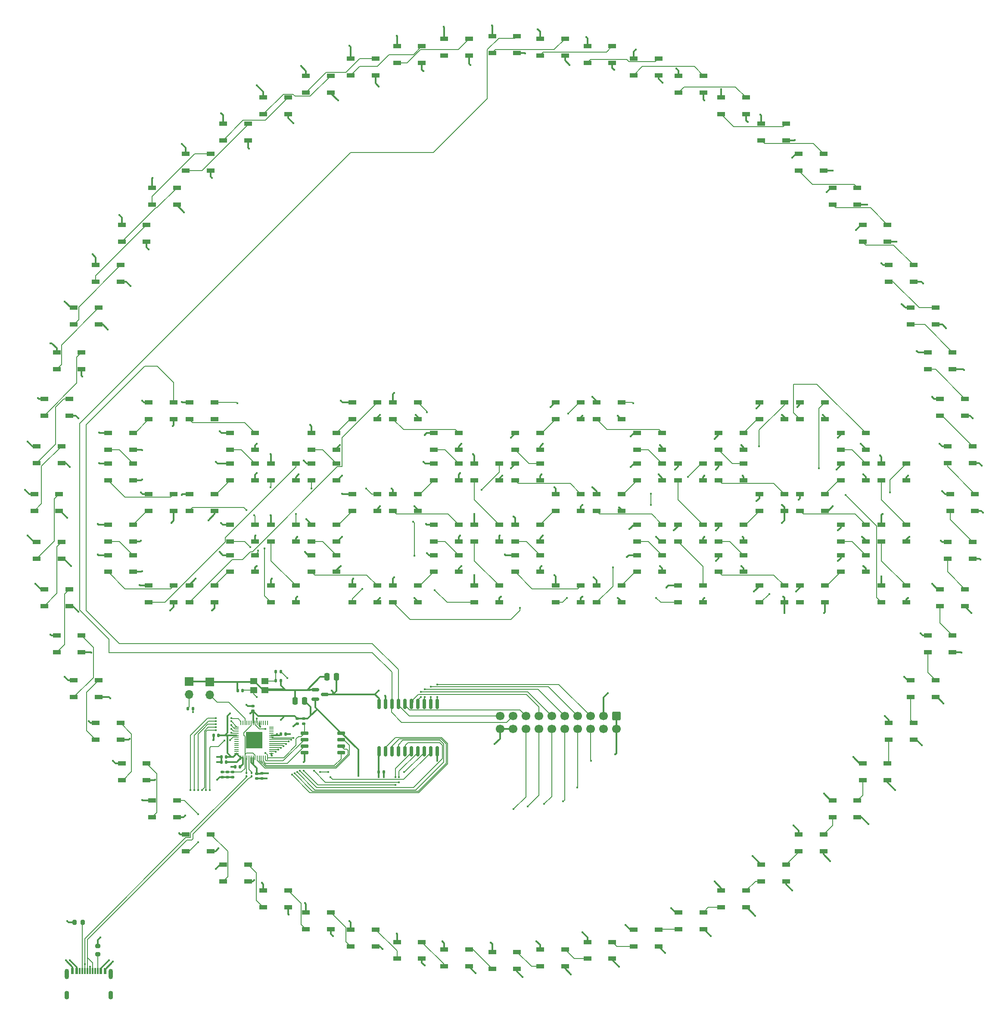
<source format=gbr>
%TF.GenerationSoftware,KiCad,Pcbnew,(6.0.9-0)*%
%TF.CreationDate,2022-12-31T14:30:25+01:00*%
%TF.ProjectId,tomclock,746f6d63-6c6f-4636-9b2e-6b696361645f,rev?*%
%TF.SameCoordinates,Original*%
%TF.FileFunction,Copper,L1,Top*%
%TF.FilePolarity,Positive*%
%FSLAX46Y46*%
G04 Gerber Fmt 4.6, Leading zero omitted, Abs format (unit mm)*
G04 Created by KiCad (PCBNEW (6.0.9-0)) date 2022-12-31 14:30:25*
%MOMM*%
%LPD*%
G01*
G04 APERTURE LIST*
G04 Aperture macros list*
%AMRoundRect*
0 Rectangle with rounded corners*
0 $1 Rounding radius*
0 $2 $3 $4 $5 $6 $7 $8 $9 X,Y pos of 4 corners*
0 Add a 4 corners polygon primitive as box body*
4,1,4,$2,$3,$4,$5,$6,$7,$8,$9,$2,$3,0*
0 Add four circle primitives for the rounded corners*
1,1,$1+$1,$2,$3*
1,1,$1+$1,$4,$5*
1,1,$1+$1,$6,$7*
1,1,$1+$1,$8,$9*
0 Add four rect primitives between the rounded corners*
20,1,$1+$1,$2,$3,$4,$5,0*
20,1,$1+$1,$4,$5,$6,$7,0*
20,1,$1+$1,$6,$7,$8,$9,0*
20,1,$1+$1,$8,$9,$2,$3,0*%
G04 Aperture macros list end*
%TA.AperFunction,SMDPad,CuDef*%
%ADD10R,1.500000X0.900000*%
%TD*%
%TA.AperFunction,SMDPad,CuDef*%
%ADD11RoundRect,0.140000X-0.170000X0.140000X-0.170000X-0.140000X0.170000X-0.140000X0.170000X0.140000X0*%
%TD*%
%TA.AperFunction,SMDPad,CuDef*%
%ADD12RoundRect,0.140000X0.140000X0.170000X-0.140000X0.170000X-0.140000X-0.170000X0.140000X-0.170000X0*%
%TD*%
%TA.AperFunction,SMDPad,CuDef*%
%ADD13R,1.400000X1.200000*%
%TD*%
%TA.AperFunction,SMDPad,CuDef*%
%ADD14RoundRect,0.140000X-0.140000X-0.170000X0.140000X-0.170000X0.140000X0.170000X-0.140000X0.170000X0*%
%TD*%
%TA.AperFunction,ComponentPad*%
%ADD15R,1.700000X1.700000*%
%TD*%
%TA.AperFunction,ComponentPad*%
%ADD16O,1.700000X1.700000*%
%TD*%
%TA.AperFunction,SMDPad,CuDef*%
%ADD17RoundRect,0.135000X-0.185000X0.135000X-0.185000X-0.135000X0.185000X-0.135000X0.185000X0.135000X0*%
%TD*%
%TA.AperFunction,SMDPad,CuDef*%
%ADD18RoundRect,0.200000X0.275000X-0.200000X0.275000X0.200000X-0.275000X0.200000X-0.275000X-0.200000X0*%
%TD*%
%TA.AperFunction,SMDPad,CuDef*%
%ADD19RoundRect,0.135000X-0.135000X-0.185000X0.135000X-0.185000X0.135000X0.185000X-0.135000X0.185000X0*%
%TD*%
%TA.AperFunction,SMDPad,CuDef*%
%ADD20RoundRect,0.140000X0.170000X-0.140000X0.170000X0.140000X-0.170000X0.140000X-0.170000X-0.140000X0*%
%TD*%
%TA.AperFunction,SMDPad,CuDef*%
%ADD21RoundRect,0.150000X-0.587500X-0.150000X0.587500X-0.150000X0.587500X0.150000X-0.587500X0.150000X0*%
%TD*%
%TA.AperFunction,SMDPad,CuDef*%
%ADD22RoundRect,0.150000X-0.650000X-0.150000X0.650000X-0.150000X0.650000X0.150000X-0.650000X0.150000X0*%
%TD*%
%TA.AperFunction,SMDPad,CuDef*%
%ADD23RoundRect,0.100000X0.100000X-0.130000X0.100000X0.130000X-0.100000X0.130000X-0.100000X-0.130000X0*%
%TD*%
%TA.AperFunction,SMDPad,CuDef*%
%ADD24R,0.600000X1.160000*%
%TD*%
%TA.AperFunction,SMDPad,CuDef*%
%ADD25R,0.300000X1.160000*%
%TD*%
%TA.AperFunction,ComponentPad*%
%ADD26O,0.900000X1.700000*%
%TD*%
%TA.AperFunction,ComponentPad*%
%ADD27O,0.900000X2.000000*%
%TD*%
%TA.AperFunction,SMDPad,CuDef*%
%ADD28RoundRect,0.250000X0.250000X0.475000X-0.250000X0.475000X-0.250000X-0.475000X0.250000X-0.475000X0*%
%TD*%
%TA.AperFunction,SMDPad,CuDef*%
%ADD29RoundRect,0.200000X0.200000X0.275000X-0.200000X0.275000X-0.200000X-0.275000X0.200000X-0.275000X0*%
%TD*%
%TA.AperFunction,ComponentPad*%
%ADD30RoundRect,0.250000X-0.600000X0.600000X-0.600000X-0.600000X0.600000X-0.600000X0.600000X0.600000X0*%
%TD*%
%TA.AperFunction,ComponentPad*%
%ADD31C,1.700000*%
%TD*%
%TA.AperFunction,SMDPad,CuDef*%
%ADD32RoundRect,0.050000X0.387500X0.050000X-0.387500X0.050000X-0.387500X-0.050000X0.387500X-0.050000X0*%
%TD*%
%TA.AperFunction,SMDPad,CuDef*%
%ADD33RoundRect,0.050000X0.050000X0.387500X-0.050000X0.387500X-0.050000X-0.387500X0.050000X-0.387500X0*%
%TD*%
%TA.AperFunction,SMDPad,CuDef*%
%ADD34R,3.200000X3.200000*%
%TD*%
%TA.AperFunction,SMDPad,CuDef*%
%ADD35RoundRect,0.150000X0.150000X-0.875000X0.150000X0.875000X-0.150000X0.875000X-0.150000X-0.875000X0*%
%TD*%
%TA.AperFunction,ViaPad*%
%ADD36C,0.450000*%
%TD*%
%TA.AperFunction,Conductor*%
%ADD37C,0.300000*%
%TD*%
%TA.AperFunction,Conductor*%
%ADD38C,0.127000*%
%TD*%
G04 APERTURE END LIST*
D10*
%TO.P,DS92,1,VDD*%
%TO.N,VBUS*%
X115300000Y-117600000D03*
%TO.P,DS92,2,DOUT*%
%TO.N,Net-(DS92-Pad2)*%
X115300000Y-120900000D03*
%TO.P,DS92,3,VSS*%
%TO.N,GND*%
X120200000Y-120900000D03*
%TO.P,DS92,4,DIN*%
%TO.N,Net-(DS91-Pad2)*%
X120200000Y-117600000D03*
%TD*%
%TO.P,DS18,1,VDD*%
%TO.N,VBUS*%
X204395595Y-139410000D03*
%TO.P,DS18,2,DOUT*%
%TO.N,Net-(DS18-Pad2)*%
X204395595Y-142710000D03*
%TO.P,DS18,3,VSS*%
%TO.N,GND*%
X209295595Y-142710000D03*
%TO.P,DS18,4,DIN*%
%TO.N,Net-(DS17-Pad2)*%
X209295595Y-139410000D03*
%TD*%
%TO.P,DS98,1,VDD*%
%TO.N,VBUS*%
X123300000Y-105600000D03*
%TO.P,DS98,2,DOUT*%
%TO.N,Net-(DS100-Pad4)*%
X123300000Y-108900000D03*
%TO.P,DS98,3,VSS*%
%TO.N,GND*%
X128200000Y-108900000D03*
%TO.P,DS98,4,DIN*%
%TO.N,Net-(DS96-Pad2)*%
X128200000Y-105600000D03*
%TD*%
%TO.P,DS117,1,VDD*%
%TO.N,VBUS*%
X171300000Y-111600000D03*
%TO.P,DS117,2,DOUT*%
%TO.N,Net-(DS117-Pad2)*%
X171300000Y-114900000D03*
%TO.P,DS117,3,VSS*%
%TO.N,GND*%
X176200000Y-114900000D03*
%TO.P,DS117,4,DIN*%
%TO.N,Net-(DS115-Pad2)*%
X176200000Y-111600000D03*
%TD*%
%TO.P,DS66,1,VDD*%
%TO.N,VBUS*%
X51300000Y-111600000D03*
%TO.P,DS66,2,DOUT*%
%TO.N,Net-(DS66-Pad2)*%
X51300000Y-114900000D03*
%TO.P,DS66,3,VSS*%
%TO.N,GND*%
X56200000Y-114900000D03*
%TO.P,DS66,4,DIN*%
%TO.N,Net-(DS64-Pad2)*%
X56200000Y-111600000D03*
%TD*%
%TO.P,DS65,1,VDD*%
%TO.N,VBUS*%
X67300000Y-105600000D03*
%TO.P,DS65,2,DOUT*%
%TO.N,Net-(DS65-Pad2)*%
X67300000Y-108900000D03*
%TO.P,DS65,3,VSS*%
%TO.N,GND*%
X72200000Y-108900000D03*
%TO.P,DS65,4,DIN*%
%TO.N,Net-(DS63-Pad2)*%
X72200000Y-105600000D03*
%TD*%
D11*
%TO.P,C6,1*%
%TO.N,+1V1*%
X67750000Y-166270000D03*
%TO.P,C6,2*%
%TO.N,GND*%
X67750000Y-167230000D03*
%TD*%
D10*
%TO.P,DS115,1,VDD*%
%TO.N,VBUS*%
X163300000Y-105600000D03*
%TO.P,DS115,2,DOUT*%
%TO.N,Net-(DS115-Pad2)*%
X163300000Y-108900000D03*
%TO.P,DS115,3,VSS*%
%TO.N,GND*%
X168200000Y-108900000D03*
%TO.P,DS115,4,DIN*%
%TO.N,Net-(DS113-Pad2)*%
X168200000Y-105600000D03*
%TD*%
D12*
%TO.P,C8,1*%
%TO.N,+3V3*%
X69230000Y-165250000D03*
%TO.P,C8,2*%
%TO.N,GND*%
X68270000Y-165250000D03*
%TD*%
D10*
%TO.P,DS43,1,VDD*%
%TO.N,VBUS*%
X30765595Y-130310000D03*
%TO.P,DS43,2,DOUT*%
%TO.N,Net-(DS43-Pad2)*%
X30765595Y-133610000D03*
%TO.P,DS43,3,VSS*%
%TO.N,GND*%
X35665595Y-133610000D03*
%TO.P,DS43,4,DIN*%
%TO.N,Net-(DS42-Pad2)*%
X35665595Y-130310000D03*
%TD*%
D13*
%TO.P,Y1,1,1*%
%TO.N,Net-(C14-Pad2)*%
X74100000Y-148400000D03*
%TO.P,Y1,2,2*%
%TO.N,GND*%
X71900000Y-148400000D03*
%TO.P,Y1,3,3*%
%TO.N,/rp2040_base/XIN*%
X71900000Y-150100000D03*
%TO.P,Y1,4,4*%
%TO.N,GND*%
X74100000Y-150100000D03*
%TD*%
D10*
%TO.P,DS112,1,VDD*%
%TO.N,VBUS*%
X179300000Y-93600000D03*
%TO.P,DS112,2,DOUT*%
%TO.N,Net-(DS112-Pad2)*%
X179300000Y-96900000D03*
%TO.P,DS112,3,VSS*%
%TO.N,GND*%
X184200000Y-96900000D03*
%TO.P,DS112,4,DIN*%
%TO.N,/Digit4/S9*%
X184200000Y-93600000D03*
%TD*%
D14*
%TO.P,C16,1*%
%TO.N,GND*%
X65540000Y-163250000D03*
%TO.P,C16,2*%
%TO.N,+3V3*%
X66500000Y-163250000D03*
%TD*%
D10*
%TO.P,DS123,1,VDD*%
%TO.N,VBUS*%
X171300000Y-129600000D03*
%TO.P,DS123,2,DOUT*%
%TO.N,Net-(DS123-Pad2)*%
X171300000Y-132900000D03*
%TO.P,DS123,3,VSS*%
%TO.N,GND*%
X176200000Y-132900000D03*
%TO.P,DS123,4,DIN*%
%TO.N,Net-(DS121-Pad2)*%
X176200000Y-129600000D03*
%TD*%
D15*
%TO.P,J1,1,Pin_1*%
%TO.N,GND*%
X59250000Y-148475000D03*
D16*
%TO.P,J1,2,Pin_2*%
%TO.N,Net-(J1-Pad2)*%
X59250000Y-151015000D03*
%TD*%
D17*
%TO.P,R2,1*%
%TO.N,+3V3*%
X81750000Y-155740000D03*
%TO.P,R2,2*%
%TO.N,/rp2040_base/QSPI_SS*%
X81750000Y-156760000D03*
%TD*%
D10*
%TO.P,DS86,1,VDD*%
%TO.N,VBUS*%
X107300000Y-117600000D03*
%TO.P,DS86,2,DOUT*%
%TO.N,Net-(DS86-Pad2)*%
X107300000Y-120900000D03*
%TO.P,DS86,3,VSS*%
%TO.N,GND*%
X112200000Y-120900000D03*
%TO.P,DS86,4,DIN*%
%TO.N,Net-(DS84-Pad2)*%
X112200000Y-117600000D03*
%TD*%
%TO.P,DS64,1,VDD*%
%TO.N,VBUS*%
X43300000Y-105600000D03*
%TO.P,DS64,2,DOUT*%
%TO.N,Net-(DS64-Pad2)*%
X43300000Y-108900000D03*
%TO.P,DS64,3,VSS*%
%TO.N,GND*%
X48200000Y-108900000D03*
%TO.P,DS64,4,DIN*%
%TO.N,Net-(DS62-Pad2)*%
X48200000Y-105600000D03*
%TD*%
%TO.P,DS23,1,VDD*%
%TO.N,VBUS*%
X179015595Y-178480000D03*
%TO.P,DS23,2,DOUT*%
%TO.N,Net-(DS23-Pad2)*%
X179015595Y-181780000D03*
%TO.P,DS23,3,VSS*%
%TO.N,GND*%
X183915595Y-181780000D03*
%TO.P,DS23,4,DIN*%
%TO.N,Net-(DS22-Pad2)*%
X183915595Y-178480000D03*
%TD*%
%TO.P,DS109,1,VDD*%
%TO.N,VBUS*%
X155300000Y-117600000D03*
%TO.P,DS109,2,DOUT*%
%TO.N,Net-(DS109-Pad2)*%
X155300000Y-120900000D03*
%TO.P,DS109,3,VSS*%
%TO.N,GND*%
X160200000Y-120900000D03*
%TO.P,DS109,4,DIN*%
%TO.N,Net-(DS108-Pad2)*%
X160200000Y-117600000D03*
%TD*%
%TO.P,DS91,1,VDD*%
%TO.N,VBUS*%
X115300000Y-105600000D03*
%TO.P,DS91,2,DOUT*%
%TO.N,Net-(DS91-Pad2)*%
X115300000Y-108900000D03*
%TO.P,DS91,3,VSS*%
%TO.N,GND*%
X120200000Y-108900000D03*
%TO.P,DS91,4,DIN*%
%TO.N,Net-(DS89-Pad2)*%
X120200000Y-105600000D03*
%TD*%
%TO.P,DS93,1,VDD*%
%TO.N,VBUS*%
X115300000Y-129600000D03*
%TO.P,DS93,2,DOUT*%
%TO.N,/Digit2/S9*%
X115300000Y-132900000D03*
%TO.P,DS93,3,VSS*%
%TO.N,GND*%
X120200000Y-132900000D03*
%TO.P,DS93,4,DIN*%
%TO.N,Net-(DS92-Pad2)*%
X120200000Y-129600000D03*
%TD*%
%TO.P,DS82,1,VDD*%
%TO.N,VBUS*%
X107300000Y-105600000D03*
%TO.P,DS82,2,DOUT*%
%TO.N,Net-(DS82-Pad2)*%
X107300000Y-108900000D03*
%TO.P,DS82,3,VSS*%
%TO.N,GND*%
X112200000Y-108900000D03*
%TO.P,DS82,4,DIN*%
%TO.N,Net-(DS80-Pad2)*%
X112200000Y-105600000D03*
%TD*%
%TO.P,DS118,1,VDD*%
%TO.N,VBUS*%
X179300000Y-111600000D03*
%TO.P,DS118,2,DOUT*%
%TO.N,Net-(DS118-Pad2)*%
X179300000Y-114900000D03*
%TO.P,DS118,3,VSS*%
%TO.N,GND*%
X184200000Y-114900000D03*
%TO.P,DS118,4,DIN*%
%TO.N,Net-(DS116-Pad2)*%
X184200000Y-111600000D03*
%TD*%
D18*
%TO.P,R4,1*%
%TO.N,Net-(J2-PadB5)*%
X41250000Y-202075000D03*
%TO.P,R4,2*%
%TO.N,GND*%
X41250000Y-200425000D03*
%TD*%
D10*
%TO.P,DS63,1,VDD*%
%TO.N,VBUS*%
X67300000Y-99600000D03*
%TO.P,DS63,2,DOUT*%
%TO.N,Net-(DS63-Pad2)*%
X67300000Y-102900000D03*
%TO.P,DS63,3,VSS*%
%TO.N,GND*%
X72200000Y-102900000D03*
%TO.P,DS63,4,DIN*%
%TO.N,Net-(DS61-Pad2)*%
X72200000Y-99600000D03*
%TD*%
%TO.P,DS71,1,VDD*%
%TO.N,VBUS*%
X67300000Y-123600000D03*
%TO.P,DS71,2,DOUT*%
%TO.N,Net-(DS71-Pad2)*%
X67300000Y-126900000D03*
%TO.P,DS71,3,VSS*%
%TO.N,GND*%
X72200000Y-126900000D03*
%TO.P,DS71,4,DIN*%
%TO.N,Net-(DS69-Pad2)*%
X72200000Y-123600000D03*
%TD*%
%TO.P,DS125,1,VDD*%
%TO.N,VBUS*%
X195300000Y-105600000D03*
%TO.P,DS125,2,DOUT*%
%TO.N,Net-(DS125-Pad2)*%
X195300000Y-108900000D03*
%TO.P,DS125,3,VSS*%
%TO.N,GND*%
X200200000Y-108900000D03*
%TO.P,DS125,4,DIN*%
%TO.N,Net-(DS123-Pad2)*%
X200200000Y-105600000D03*
%TD*%
%TO.P,DS70,1,VDD*%
%TO.N,VBUS*%
X43300000Y-123600000D03*
%TO.P,DS70,2,DOUT*%
%TO.N,Net-(DS70-Pad2)*%
X43300000Y-126900000D03*
%TO.P,DS70,3,VSS*%
%TO.N,GND*%
X48200000Y-126900000D03*
%TO.P,DS70,4,DIN*%
%TO.N,Net-(DS68-Pad2)*%
X48200000Y-123600000D03*
%TD*%
%TO.P,DS0,1,VDD*%
%TO.N,VBUS*%
X118795595Y-21600000D03*
%TO.P,DS0,2,DOUT*%
%TO.N,Net-(DS0-Pad2)*%
X118795595Y-24900000D03*
%TO.P,DS0,3,VSS*%
%TO.N,GND*%
X123695595Y-24900000D03*
%TO.P,DS0,4,DIN*%
%TO.N,/Circle_5*%
X123695595Y-21600000D03*
%TD*%
%TO.P,DS16,1,VDD*%
%TO.N,VBUS*%
X208305595Y-121010000D03*
%TO.P,DS16,2,DOUT*%
%TO.N,Net-(DS16-Pad2)*%
X208305595Y-124310000D03*
%TO.P,DS16,3,VSS*%
%TO.N,GND*%
X213205595Y-124310000D03*
%TO.P,DS16,4,DIN*%
%TO.N,Net-(DS15-Pad2)*%
X213205595Y-121010000D03*
%TD*%
%TO.P,DS13,1,VDD*%
%TO.N,VBUS*%
X206825595Y-92890000D03*
%TO.P,DS13,2,DOUT*%
%TO.N,Net-(DS13-Pad2)*%
X206825595Y-96190000D03*
%TO.P,DS13,3,VSS*%
%TO.N,GND*%
X211725595Y-96190000D03*
%TO.P,DS13,4,DIN*%
%TO.N,Net-(DS12-Pad2)*%
X211725595Y-92890000D03*
%TD*%
%TO.P,DS40,1,VDD*%
%TO.N,VBUS*%
X40855595Y-156600000D03*
%TO.P,DS40,2,DOUT*%
%TO.N,Net-(DS40-Pad2)*%
X40855595Y-159900000D03*
%TO.P,DS40,3,VSS*%
%TO.N,GND*%
X45755595Y-159900000D03*
%TO.P,DS40,4,DIN*%
%TO.N,/LEDCircle/S39*%
X45755595Y-156600000D03*
%TD*%
%TO.P,DS107,1,VDD*%
%TO.N,VBUS*%
X139300000Y-129600000D03*
%TO.P,DS107,2,DOUT*%
%TO.N,/Digit3/DIGIT_OUT*%
X139300000Y-132900000D03*
%TO.P,DS107,3,VSS*%
%TO.N,GND*%
X144200000Y-132900000D03*
%TO.P,DS107,4,DIN*%
%TO.N,Net-(DS105-Pad2)*%
X144200000Y-129600000D03*
%TD*%
%TO.P,DS48,1,VDD*%
%TO.N,VBUS*%
X33195595Y-83790000D03*
%TO.P,DS48,2,DOUT*%
%TO.N,Net-(DS48-Pad2)*%
X33195595Y-87090000D03*
%TO.P,DS48,3,VSS*%
%TO.N,GND*%
X38095595Y-87090000D03*
%TO.P,DS48,4,DIN*%
%TO.N,Net-(DS47-Pad2)*%
X38095595Y-83790000D03*
%TD*%
D14*
%TO.P,C13,1*%
%TO.N,GND*%
X68790000Y-150250000D03*
%TO.P,C13,2*%
%TO.N,/rp2040_base/XIN*%
X69750000Y-150250000D03*
%TD*%
D10*
%TO.P,DS20,1,VDD*%
%TO.N,VBUS*%
X196735595Y-156600000D03*
%TO.P,DS20,2,DOUT*%
%TO.N,Net-(DS20-Pad2)*%
X196735595Y-159900000D03*
%TO.P,DS20,3,VSS*%
%TO.N,GND*%
X201635595Y-159900000D03*
%TO.P,DS20,4,DIN*%
%TO.N,/LEDCircle/S19*%
X201635595Y-156600000D03*
%TD*%
D19*
%TO.P,R7,1*%
%TO.N,Net-(C14-Pad2)*%
X76240000Y-146500000D03*
%TO.P,R7,2*%
%TO.N,/rp2040_base/XOUT*%
X77260000Y-146500000D03*
%TD*%
D10*
%TO.P,DS1,1,VDD*%
%TO.N,VBUS*%
X128205595Y-22090000D03*
%TO.P,DS1,2,DOUT*%
%TO.N,Net-(DS1-Pad2)*%
X128205595Y-25390000D03*
%TO.P,DS1,3,VSS*%
%TO.N,GND*%
X133105595Y-25390000D03*
%TO.P,DS1,4,DIN*%
%TO.N,Net-(DS0-Pad2)*%
X133105595Y-22090000D03*
%TD*%
%TO.P,DS19,1,VDD*%
%TO.N,VBUS*%
X201015595Y-148210000D03*
%TO.P,DS19,2,DOUT*%
%TO.N,/LEDCircle/S19*%
X201015595Y-151510000D03*
%TO.P,DS19,3,VSS*%
%TO.N,GND*%
X205915595Y-151510000D03*
%TO.P,DS19,4,DIN*%
%TO.N,Net-(DS18-Pad2)*%
X205915595Y-148210000D03*
%TD*%
%TO.P,DS33,1,VDD*%
%TO.N,VBUS*%
X90985595Y-197200000D03*
%TO.P,DS33,2,DOUT*%
%TO.N,Net-(DS33-Pad2)*%
X90985595Y-200500000D03*
%TO.P,DS33,3,VSS*%
%TO.N,GND*%
X95885595Y-200500000D03*
%TO.P,DS33,4,DIN*%
%TO.N,Net-(DS32-Pad2)*%
X95885595Y-197200000D03*
%TD*%
%TO.P,DS95,1,VDD*%
%TO.N,VBUS*%
X139300000Y-93600000D03*
%TO.P,DS95,2,DOUT*%
%TO.N,Net-(DS95-Pad2)*%
X139300000Y-96900000D03*
%TO.P,DS95,3,VSS*%
%TO.N,GND*%
X144200000Y-96900000D03*
%TO.P,DS95,4,DIN*%
%TO.N,/Digit3/S9*%
X144200000Y-93600000D03*
%TD*%
%TO.P,DS119,1,VDD*%
%TO.N,VBUS*%
X163300000Y-117600000D03*
%TO.P,DS119,2,DOUT*%
%TO.N,Net-(DS119-Pad2)*%
X163300000Y-120900000D03*
%TO.P,DS119,3,VSS*%
%TO.N,GND*%
X168200000Y-120900000D03*
%TO.P,DS119,4,DIN*%
%TO.N,Net-(DS117-Pad2)*%
X168200000Y-117600000D03*
%TD*%
%TO.P,DS78,1,VDD*%
%TO.N,VBUS*%
X99300000Y-93600000D03*
%TO.P,DS78,2,DOUT*%
%TO.N,Net-(DS78-Pad2)*%
X99300000Y-96900000D03*
%TO.P,DS78,3,VSS*%
%TO.N,GND*%
X104200000Y-96900000D03*
%TO.P,DS78,4,DIN*%
%TO.N,/Digit2/S9*%
X104200000Y-93600000D03*
%TD*%
%TO.P,DS11,1,VDD*%
%TO.N,VBUS*%
X201015595Y-74990000D03*
%TO.P,DS11,2,DOUT*%
%TO.N,Net-(DS11-Pad2)*%
X201015595Y-78290000D03*
%TO.P,DS11,3,VSS*%
%TO.N,GND*%
X205915595Y-78290000D03*
%TO.P,DS11,4,DIN*%
%TO.N,Net-(DS10-Pad2)*%
X205915595Y-74990000D03*
%TD*%
%TO.P,DS80,1,VDD*%
%TO.N,VBUS*%
X107300000Y-99600000D03*
%TO.P,DS80,2,DOUT*%
%TO.N,Net-(DS80-Pad2)*%
X107300000Y-102900000D03*
%TO.P,DS80,3,VSS*%
%TO.N,GND*%
X112200000Y-102900000D03*
%TO.P,DS80,4,DIN*%
%TO.N,Net-(DS78-Pad2)*%
X112200000Y-99600000D03*
%TD*%
D11*
%TO.P,C5,1*%
%TO.N,+1V1*%
X65750000Y-166270000D03*
%TO.P,C5,2*%
%TO.N,GND*%
X65750000Y-167230000D03*
%TD*%
D10*
%TO.P,DS3,1,VDD*%
%TO.N,VBUS*%
X146605595Y-26000000D03*
%TO.P,DS3,2,DOUT*%
%TO.N,Net-(DS3-Pad2)*%
X146605595Y-29300000D03*
%TO.P,DS3,3,VSS*%
%TO.N,GND*%
X151505595Y-29300000D03*
%TO.P,DS3,4,DIN*%
%TO.N,Net-(DS2-Pad2)*%
X151505595Y-26000000D03*
%TD*%
%TO.P,DS47,1,VDD*%
%TO.N,VBUS*%
X30765595Y-92890000D03*
%TO.P,DS47,2,DOUT*%
%TO.N,Net-(DS47-Pad2)*%
X30765595Y-96190000D03*
%TO.P,DS47,3,VSS*%
%TO.N,GND*%
X35665595Y-96190000D03*
%TO.P,DS47,4,DIN*%
%TO.N,Net-(DS46-Pad2)*%
X35665595Y-92890000D03*
%TD*%
%TO.P,DS62,1,VDD*%
%TO.N,VBUS*%
X43300000Y-99600000D03*
%TO.P,DS62,2,DOUT*%
%TO.N,Net-(DS62-Pad2)*%
X43300000Y-102900000D03*
%TO.P,DS62,3,VSS*%
%TO.N,GND*%
X48200000Y-102900000D03*
%TO.P,DS62,4,DIN*%
%TO.N,Net-(DS60-Pad2)*%
X48200000Y-99600000D03*
%TD*%
%TO.P,DS85,1,VDD*%
%TO.N,VBUS*%
X83300000Y-117600000D03*
%TO.P,DS85,2,DOUT*%
%TO.N,Net-(DS85-Pad2)*%
X83300000Y-120900000D03*
%TO.P,DS85,3,VSS*%
%TO.N,GND*%
X88200000Y-120900000D03*
%TO.P,DS85,4,DIN*%
%TO.N,Net-(DS83-Pad2)*%
X88200000Y-117600000D03*
%TD*%
%TO.P,DS6,1,VDD*%
%TO.N,VBUS*%
X171695595Y-38790000D03*
%TO.P,DS6,2,DOUT*%
%TO.N,Net-(DS6-Pad2)*%
X171695595Y-42090000D03*
%TO.P,DS6,3,VSS*%
%TO.N,GND*%
X176595595Y-42090000D03*
%TO.P,DS6,4,DIN*%
%TO.N,Net-(DS5-Pad2)*%
X176595595Y-38790000D03*
%TD*%
%TO.P,DS103,1,VDD*%
%TO.N,VBUS*%
X147300000Y-117600000D03*
%TO.P,DS103,2,DOUT*%
%TO.N,Net-(DS103-Pad2)*%
X147300000Y-120900000D03*
%TO.P,DS103,3,VSS*%
%TO.N,GND*%
X152200000Y-120900000D03*
%TO.P,DS103,4,DIN*%
%TO.N,Net-(DS101-Pad2)*%
X152200000Y-117600000D03*
%TD*%
%TO.P,DS111,1,VDD*%
%TO.N,VBUS*%
X171300000Y-93600000D03*
%TO.P,DS111,2,DOUT*%
%TO.N,Net-(DS111-Pad2)*%
X171300000Y-96900000D03*
%TO.P,DS111,3,VSS*%
%TO.N,GND*%
X176200000Y-96900000D03*
%TO.P,DS111,4,DIN*%
%TO.N,/Digit3/DIGIT_OUT*%
X176200000Y-93600000D03*
%TD*%
%TO.P,DS39,1,VDD*%
%TO.N,VBUS*%
X45985595Y-164500000D03*
%TO.P,DS39,2,DOUT*%
%TO.N,/LEDCircle/S39*%
X45985595Y-167800000D03*
%TO.P,DS39,3,VSS*%
%TO.N,GND*%
X50885595Y-167800000D03*
%TO.P,DS39,4,DIN*%
%TO.N,Net-(DS38-Pad2)*%
X50885595Y-164500000D03*
%TD*%
D20*
%TO.P,C1,1*%
%TO.N,GND*%
X80500000Y-156710000D03*
%TO.P,C1,2*%
%TO.N,+3V3*%
X80500000Y-155750000D03*
%TD*%
D10*
%TO.P,DS127,1,VDD*%
%TO.N,VBUS*%
X195300000Y-129600000D03*
%TO.P,DS127,2,DOUT*%
%TO.N,/Digit4/S9*%
X195300000Y-132900000D03*
%TO.P,DS127,3,VSS*%
%TO.N,GND*%
X200200000Y-132900000D03*
%TO.P,DS127,4,DIN*%
%TO.N,Net-(DS126-Pad2)*%
X200200000Y-129600000D03*
%TD*%
D21*
%TO.P,U2,1,GND*%
%TO.N,GND*%
X84062500Y-150050000D03*
%TO.P,U2,2,VO*%
%TO.N,+3V3*%
X84062500Y-151950000D03*
%TO.P,U2,3,VI*%
%TO.N,VBUS*%
X85937500Y-151000000D03*
%TD*%
D10*
%TO.P,DS122,1,VDD*%
%TO.N,VBUS*%
X187300000Y-123600000D03*
%TO.P,DS122,2,DOUT*%
%TO.N,Net-(DS122-Pad2)*%
X187300000Y-126900000D03*
%TO.P,DS122,3,VSS*%
%TO.N,GND*%
X192200000Y-126900000D03*
%TO.P,DS122,4,DIN*%
%TO.N,Net-(DS120-Pad2)*%
X192200000Y-123600000D03*
%TD*%
%TO.P,DS50,1,VDD*%
%TO.N,VBUS*%
X40855595Y-66600000D03*
%TO.P,DS50,2,DOUT*%
%TO.N,Net-(DS50-Pad2)*%
X40855595Y-69900000D03*
%TO.P,DS50,3,VSS*%
%TO.N,GND*%
X45755595Y-69900000D03*
%TO.P,DS50,4,DIN*%
%TO.N,/LEDCircle/S49*%
X45755595Y-66600000D03*
%TD*%
%TO.P,DS10,1,VDD*%
%TO.N,VBUS*%
X196735595Y-66600000D03*
%TO.P,DS10,2,DOUT*%
%TO.N,Net-(DS10-Pad2)*%
X196735595Y-69900000D03*
%TO.P,DS10,3,VSS*%
%TO.N,GND*%
X201635595Y-69900000D03*
%TO.P,DS10,4,DIN*%
%TO.N,/LEDCircle/S9*%
X201635595Y-66600000D03*
%TD*%
%TO.P,DS108,1,VDD*%
%TO.N,VBUS*%
X155300000Y-105600000D03*
%TO.P,DS108,2,DOUT*%
%TO.N,Net-(DS108-Pad2)*%
X155300000Y-108900000D03*
%TO.P,DS108,3,VSS*%
%TO.N,GND*%
X160200000Y-108900000D03*
%TO.P,DS108,4,DIN*%
%TO.N,Net-(DS106-Pad2)*%
X160200000Y-105600000D03*
%TD*%
%TO.P,DS83,1,VDD*%
%TO.N,VBUS*%
X91300000Y-111600000D03*
%TO.P,DS83,2,DOUT*%
%TO.N,Net-(DS83-Pad2)*%
X91300000Y-114900000D03*
%TO.P,DS83,3,VSS*%
%TO.N,GND*%
X96200000Y-114900000D03*
%TO.P,DS83,4,DIN*%
%TO.N,Net-(DS81-Pad2)*%
X96200000Y-111600000D03*
%TD*%
%TO.P,DS72,1,VDD*%
%TO.N,VBUS*%
X51300000Y-129600000D03*
%TO.P,DS72,2,DOUT*%
%TO.N,Net-(DS72-Pad2)*%
X51300000Y-132900000D03*
%TO.P,DS72,3,VSS*%
%TO.N,GND*%
X56200000Y-132900000D03*
%TO.P,DS72,4,DIN*%
%TO.N,Net-(DS70-Pad2)*%
X56200000Y-129600000D03*
%TD*%
D14*
%TO.P,C17,1*%
%TO.N,VBUS*%
X96520000Y-166250000D03*
%TO.P,C17,2*%
%TO.N,GND*%
X97480000Y-166250000D03*
%TD*%
D10*
%TO.P,DS126,1,VDD*%
%TO.N,VBUS*%
X195300000Y-117600000D03*
%TO.P,DS126,2,DOUT*%
%TO.N,Net-(DS126-Pad2)*%
X195300000Y-120900000D03*
%TO.P,DS126,3,VSS*%
%TO.N,GND*%
X200200000Y-120900000D03*
%TO.P,DS126,4,DIN*%
%TO.N,Net-(DS125-Pad2)*%
X200200000Y-117600000D03*
%TD*%
%TO.P,DS110,1,VDD*%
%TO.N,VBUS*%
X155300000Y-129600000D03*
%TO.P,DS110,2,DOUT*%
%TO.N,/Digit3/S9*%
X155300000Y-132900000D03*
%TO.P,DS110,3,VSS*%
%TO.N,GND*%
X160200000Y-132900000D03*
%TO.P,DS110,4,DIN*%
%TO.N,Net-(DS109-Pad2)*%
X160200000Y-129600000D03*
%TD*%
%TO.P,DS55,1,VDD*%
%TO.N,VBUS*%
X73795595Y-33660000D03*
%TO.P,DS55,2,DOUT*%
%TO.N,Net-(DS55-Pad2)*%
X73795595Y-36960000D03*
%TO.P,DS55,3,VSS*%
%TO.N,GND*%
X78695595Y-36960000D03*
%TO.P,DS55,4,DIN*%
%TO.N,Net-(DS54-Pad2)*%
X78695595Y-33660000D03*
%TD*%
%TO.P,DS106,1,VDD*%
%TO.N,VBUS*%
X131300000Y-129600000D03*
%TO.P,DS106,2,DOUT*%
%TO.N,Net-(DS106-Pad2)*%
X131300000Y-132900000D03*
%TO.P,DS106,3,VSS*%
%TO.N,GND*%
X136200000Y-132900000D03*
%TO.P,DS106,4,DIN*%
%TO.N,Net-(DS104-Pad2)*%
X136200000Y-129600000D03*
%TD*%
%TO.P,DS41,1,VDD*%
%TO.N,VBUS*%
X36575595Y-148210000D03*
%TO.P,DS41,2,DOUT*%
%TO.N,Net-(DS41-Pad2)*%
X36575595Y-151510000D03*
%TO.P,DS41,3,VSS*%
%TO.N,GND*%
X41475595Y-151510000D03*
%TO.P,DS41,4,DIN*%
%TO.N,Net-(DS40-Pad2)*%
X41475595Y-148210000D03*
%TD*%
%TO.P,DS42,1,VDD*%
%TO.N,VBUS*%
X33195595Y-139410000D03*
%TO.P,DS42,2,DOUT*%
%TO.N,Net-(DS42-Pad2)*%
X33195595Y-142710000D03*
%TO.P,DS42,3,VSS*%
%TO.N,GND*%
X38095595Y-142710000D03*
%TO.P,DS42,4,DIN*%
%TO.N,Net-(DS41-Pad2)*%
X38095595Y-139410000D03*
%TD*%
%TO.P,DS4,1,VDD*%
%TO.N,VBUS*%
X155405595Y-29380000D03*
%TO.P,DS4,2,DOUT*%
%TO.N,Net-(DS4-Pad2)*%
X155405595Y-32680000D03*
%TO.P,DS4,3,VSS*%
%TO.N,GND*%
X160305595Y-32680000D03*
%TO.P,DS4,4,DIN*%
%TO.N,Net-(DS3-Pad2)*%
X160305595Y-29380000D03*
%TD*%
D12*
%TO.P,C14,1*%
%TO.N,GND*%
X77230000Y-148250000D03*
%TO.P,C14,2*%
%TO.N,Net-(C14-Pad2)*%
X76270000Y-148250000D03*
%TD*%
D10*
%TO.P,DS53,1,VDD*%
%TO.N,VBUS*%
X58575595Y-44720000D03*
%TO.P,DS53,2,DOUT*%
%TO.N,Net-(DS53-Pad2)*%
X58575595Y-48020000D03*
%TO.P,DS53,3,VSS*%
%TO.N,GND*%
X63475595Y-48020000D03*
%TO.P,DS53,4,DIN*%
%TO.N,Net-(DS52-Pad2)*%
X63475595Y-44720000D03*
%TD*%
%TO.P,DS44,1,VDD*%
%TO.N,VBUS*%
X29285595Y-121010000D03*
%TO.P,DS44,2,DOUT*%
%TO.N,Net-(DS44-Pad2)*%
X29285595Y-124310000D03*
%TO.P,DS44,3,VSS*%
%TO.N,GND*%
X34185595Y-124310000D03*
%TO.P,DS44,4,DIN*%
%TO.N,Net-(DS43-Pad2)*%
X34185595Y-121010000D03*
%TD*%
%TO.P,DS17,1,VDD*%
%TO.N,VBUS*%
X206825595Y-130310000D03*
%TO.P,DS17,2,DOUT*%
%TO.N,Net-(DS17-Pad2)*%
X206825595Y-133610000D03*
%TO.P,DS17,3,VSS*%
%TO.N,GND*%
X211725595Y-133610000D03*
%TO.P,DS17,4,DIN*%
%TO.N,Net-(DS16-Pad2)*%
X211725595Y-130310000D03*
%TD*%
%TO.P,DS61,1,VDD*%
%TO.N,VBUS*%
X59300000Y-93600000D03*
%TO.P,DS61,2,DOUT*%
%TO.N,Net-(DS61-Pad2)*%
X59300000Y-96900000D03*
%TO.P,DS61,3,VSS*%
%TO.N,GND*%
X64200000Y-96900000D03*
%TO.P,DS61,4,DIN*%
%TO.N,/Digit1/S9*%
X64200000Y-93600000D03*
%TD*%
%TO.P,DS57,1,VDD*%
%TO.N,VBUS*%
X90985595Y-26000000D03*
%TO.P,DS57,2,DOUT*%
%TO.N,Net-(DS57-Pad2)*%
X90985595Y-29300000D03*
%TO.P,DS57,3,VSS*%
%TO.N,GND*%
X95885595Y-29300000D03*
%TO.P,DS57,4,DIN*%
%TO.N,Net-(DS56-Pad2)*%
X95885595Y-26000000D03*
%TD*%
D14*
%TO.P,C12,1*%
%TO.N,GND*%
X64040000Y-159000000D03*
%TO.P,C12,2*%
%TO.N,+3V3*%
X65000000Y-159000000D03*
%TD*%
D10*
%TO.P,DS49,1,VDD*%
%TO.N,VBUS*%
X36575595Y-74990000D03*
%TO.P,DS49,2,DOUT*%
%TO.N,/LEDCircle/S49*%
X36575595Y-78290000D03*
%TO.P,DS49,3,VSS*%
%TO.N,GND*%
X41475595Y-78290000D03*
%TO.P,DS49,4,DIN*%
%TO.N,Net-(DS48-Pad2)*%
X41475595Y-74990000D03*
%TD*%
%TO.P,DS76,1,VDD*%
%TO.N,VBUS*%
X75300000Y-129600000D03*
%TO.P,DS76,2,DOUT*%
%TO.N,/Digit1/S9*%
X75300000Y-132900000D03*
%TO.P,DS76,3,VSS*%
%TO.N,GND*%
X80200000Y-132900000D03*
%TO.P,DS76,4,DIN*%
%TO.N,Net-(DS75-Pad2)*%
X80200000Y-129600000D03*
%TD*%
%TO.P,DS9,1,VDD*%
%TO.N,VBUS*%
X191605595Y-58700000D03*
%TO.P,DS9,2,DOUT*%
%TO.N,/LEDCircle/S9*%
X191605595Y-62000000D03*
%TO.P,DS9,3,VSS*%
%TO.N,GND*%
X196505595Y-62000000D03*
%TO.P,DS9,4,DIN*%
%TO.N,Net-(DS8-Pad2)*%
X196505595Y-58700000D03*
%TD*%
%TO.P,DS101,1,VDD*%
%TO.N,VBUS*%
X139300000Y-111600000D03*
%TO.P,DS101,2,DOUT*%
%TO.N,Net-(DS101-Pad2)*%
X139300000Y-114900000D03*
%TO.P,DS101,3,VSS*%
%TO.N,GND*%
X144200000Y-114900000D03*
%TO.P,DS101,4,DIN*%
%TO.N,Net-(DS101-Pad4)*%
X144200000Y-111600000D03*
%TD*%
%TO.P,DS5,1,VDD*%
%TO.N,VBUS*%
X163795595Y-33660000D03*
%TO.P,DS5,2,DOUT*%
%TO.N,Net-(DS5-Pad2)*%
X163795595Y-36960000D03*
%TO.P,DS5,3,VSS*%
%TO.N,GND*%
X168695595Y-36960000D03*
%TO.P,DS5,4,DIN*%
%TO.N,Net-(DS4-Pad2)*%
X168695595Y-33660000D03*
%TD*%
D11*
%TO.P,C10,1*%
%TO.N,GND*%
X71750000Y-153270000D03*
%TO.P,C10,2*%
%TO.N,+3V3*%
X71750000Y-154230000D03*
%TD*%
D10*
%TO.P,DS81,1,VDD*%
%TO.N,VBUS*%
X83300000Y-105600000D03*
%TO.P,DS81,2,DOUT*%
%TO.N,Net-(DS81-Pad2)*%
X83300000Y-108900000D03*
%TO.P,DS81,3,VSS*%
%TO.N,GND*%
X88200000Y-108900000D03*
%TO.P,DS81,4,DIN*%
%TO.N,Net-(DS79-Pad2)*%
X88200000Y-105600000D03*
%TD*%
D22*
%TO.P,U1,1,~{CS}*%
%TO.N,/rp2040_base/QSPI_SS*%
X81900000Y-158595000D03*
%TO.P,U1,2,DO(IO1)*%
%TO.N,/rp2040_base/QSPI_SD1*%
X81900000Y-159865000D03*
%TO.P,U1,3,IO2*%
%TO.N,/rp2040_base/QSPI_SD2*%
X81900000Y-161135000D03*
%TO.P,U1,4,GND*%
%TO.N,GND*%
X81900000Y-162405000D03*
%TO.P,U1,5,DI(IO0)*%
%TO.N,/rp2040_base/QSPI_SD0*%
X89100000Y-162405000D03*
%TO.P,U1,6,CLK*%
%TO.N,/rp2040_base/QSPI_SCLK*%
X89100000Y-161135000D03*
%TO.P,U1,7,IO3*%
%TO.N,/rp2040_base/QSPI_SD3*%
X89100000Y-159865000D03*
%TO.P,U1,8,VCC*%
%TO.N,+3V3*%
X89100000Y-158595000D03*
%TD*%
D23*
%TO.P,R6,1*%
%TO.N,/rp2040_base/USB_C_D-*%
X70500000Y-167070000D03*
%TO.P,R6,2*%
%TO.N,Net-(R6-Pad2)*%
X70500000Y-166430000D03*
%TD*%
D10*
%TO.P,DS104,1,VDD*%
%TO.N,VBUS*%
X123300000Y-123600000D03*
%TO.P,DS104,2,DOUT*%
%TO.N,Net-(DS104-Pad2)*%
X123300000Y-126900000D03*
%TO.P,DS104,3,VSS*%
%TO.N,GND*%
X128200000Y-126900000D03*
%TO.P,DS104,4,DIN*%
%TO.N,Net-(DS102-Pad2)*%
X128200000Y-123600000D03*
%TD*%
%TO.P,DS24,1,VDD*%
%TO.N,VBUS*%
X171695595Y-184410000D03*
%TO.P,DS24,2,DOUT*%
%TO.N,Net-(DS24-Pad2)*%
X171695595Y-187710000D03*
%TO.P,DS24,3,VSS*%
%TO.N,GND*%
X176595595Y-187710000D03*
%TO.P,DS24,4,DIN*%
%TO.N,Net-(DS23-Pad2)*%
X176595595Y-184410000D03*
%TD*%
%TO.P,DS114,1,VDD*%
%TO.N,VBUS*%
X187300000Y-99600000D03*
%TO.P,DS114,2,DOUT*%
%TO.N,Net-(DS114-Pad2)*%
X187300000Y-102900000D03*
%TO.P,DS114,3,VSS*%
%TO.N,GND*%
X192200000Y-102900000D03*
%TO.P,DS114,4,DIN*%
%TO.N,Net-(DS112-Pad2)*%
X192200000Y-99600000D03*
%TD*%
D24*
%TO.P,J2,A1,GND*%
%TO.N,GND*%
X36300000Y-205365000D03*
%TO.P,J2,A4,VBUS*%
%TO.N,VBUS*%
X37100000Y-205365000D03*
D25*
%TO.P,J2,A5,CC1*%
%TO.N,Net-(J2-PadA5)*%
X38250000Y-205365000D03*
%TO.P,J2,A6,D+*%
%TO.N,/rp2040_base/USB_C_D+*%
X39250000Y-205365000D03*
%TO.P,J2,A7,D-*%
%TO.N,/rp2040_base/USB_C_D-*%
X39750000Y-205365000D03*
%TO.P,J2,A8,SBU1*%
%TO.N,unconnected-(J2-PadA8)*%
X40750000Y-205365000D03*
D24*
%TO.P,J2,A9,VBUS*%
%TO.N,VBUS*%
X41900000Y-205365000D03*
%TO.P,J2,A12,GND*%
%TO.N,GND*%
X42700000Y-205365000D03*
%TO.P,J2,B1,GND*%
X42700000Y-205365000D03*
%TO.P,J2,B4,VBUS*%
%TO.N,VBUS*%
X41900000Y-205365000D03*
D25*
%TO.P,J2,B5,CC2*%
%TO.N,Net-(J2-PadB5)*%
X41250000Y-205365000D03*
%TO.P,J2,B6,D+*%
%TO.N,/rp2040_base/USB_C_D+*%
X40250000Y-205365000D03*
%TO.P,J2,B7,D-*%
%TO.N,/rp2040_base/USB_C_D-*%
X38750000Y-205365000D03*
%TO.P,J2,B8,SBU2*%
%TO.N,unconnected-(J2-PadB8)*%
X37750000Y-205365000D03*
D24*
%TO.P,J2,B9,VBUS*%
%TO.N,VBUS*%
X37100000Y-205365000D03*
%TO.P,J2,B12,GND*%
%TO.N,GND*%
X36300000Y-205365000D03*
D26*
%TO.P,J2,S1,SHIELD*%
X35180000Y-210115000D03*
X43820000Y-210115000D03*
D27*
X43820000Y-205945000D03*
X35180000Y-205945000D03*
%TD*%
D28*
%TO.P,C2,1*%
%TO.N,VBUS*%
X88200000Y-147500000D03*
%TO.P,C2,2*%
%TO.N,GND*%
X86300000Y-147500000D03*
%TD*%
D10*
%TO.P,DS99,1,VDD*%
%TO.N,VBUS*%
X147300000Y-105600000D03*
%TO.P,DS99,2,DOUT*%
%TO.N,Net-(DS101-Pad4)*%
X147300000Y-108900000D03*
%TO.P,DS99,3,VSS*%
%TO.N,GND*%
X152200000Y-108900000D03*
%TO.P,DS99,4,DIN*%
%TO.N,Net-(DS97-Pad2)*%
X152200000Y-105600000D03*
%TD*%
%TO.P,DS29,1,VDD*%
%TO.N,VBUS*%
X128205595Y-201110000D03*
%TO.P,DS29,2,DOUT*%
%TO.N,/LEDCircle/S29*%
X128205595Y-204410000D03*
%TO.P,DS29,3,VSS*%
%TO.N,GND*%
X133105595Y-204410000D03*
%TO.P,DS29,4,DIN*%
%TO.N,Net-(DS28-Pad2)*%
X133105595Y-201110000D03*
%TD*%
D14*
%TO.P,C15,1*%
%TO.N,GND*%
X65540000Y-164250000D03*
%TO.P,C15,2*%
%TO.N,+3V3*%
X66500000Y-164250000D03*
%TD*%
D10*
%TO.P,DS73,1,VDD*%
%TO.N,VBUS*%
X59300000Y-129600000D03*
%TO.P,DS73,2,DOUT*%
%TO.N,/Digit1/DIGIT_OUT*%
X59300000Y-132900000D03*
%TO.P,DS73,3,VSS*%
%TO.N,GND*%
X64200000Y-132900000D03*
%TO.P,DS73,4,DIN*%
%TO.N,Net-(DS71-Pad2)*%
X64200000Y-129600000D03*
%TD*%
%TO.P,DS59,1,VDD*%
%TO.N,VBUS*%
X109385595Y-22090000D03*
%TO.P,DS59,2,DOUT*%
%TO.N,unconnected-(DS59-Pad2)*%
X109385595Y-25390000D03*
%TO.P,DS59,3,VSS*%
%TO.N,GND*%
X114285595Y-25390000D03*
%TO.P,DS59,4,DIN*%
%TO.N,Net-(DS58-Pad2)*%
X114285595Y-22090000D03*
%TD*%
%TO.P,DS97,1,VDD*%
%TO.N,VBUS*%
X147300000Y-99600000D03*
%TO.P,DS97,2,DOUT*%
%TO.N,Net-(DS97-Pad2)*%
X147300000Y-102900000D03*
%TO.P,DS97,3,VSS*%
%TO.N,GND*%
X152200000Y-102900000D03*
%TO.P,DS97,4,DIN*%
%TO.N,Net-(DS95-Pad2)*%
X152200000Y-99600000D03*
%TD*%
%TO.P,DS116,1,VDD*%
%TO.N,VBUS*%
X187300000Y-105600000D03*
%TO.P,DS116,2,DOUT*%
%TO.N,Net-(DS116-Pad2)*%
X187300000Y-108900000D03*
%TO.P,DS116,3,VSS*%
%TO.N,GND*%
X192200000Y-108900000D03*
%TO.P,DS116,4,DIN*%
%TO.N,Net-(DS114-Pad2)*%
X192200000Y-105600000D03*
%TD*%
D29*
%TO.P,R3,1*%
%TO.N,Net-(J2-PadA5)*%
X38325000Y-195750000D03*
%TO.P,R3,2*%
%TO.N,GND*%
X36675000Y-195750000D03*
%TD*%
D10*
%TO.P,DS96,1,VDD*%
%TO.N,VBUS*%
X123300000Y-99600000D03*
%TO.P,DS96,2,DOUT*%
%TO.N,Net-(DS96-Pad2)*%
X123300000Y-102900000D03*
%TO.P,DS96,3,VSS*%
%TO.N,GND*%
X128200000Y-102900000D03*
%TO.P,DS96,4,DIN*%
%TO.N,Net-(DS94-Pad2)*%
X128200000Y-99600000D03*
%TD*%
%TO.P,DS45,1,VDD*%
%TO.N,VBUS*%
X28795595Y-111600000D03*
%TO.P,DS45,2,DOUT*%
%TO.N,Net-(DS45-Pad2)*%
X28795595Y-114900000D03*
%TO.P,DS45,3,VSS*%
%TO.N,GND*%
X33695595Y-114900000D03*
%TO.P,DS45,4,DIN*%
%TO.N,Net-(DS44-Pad2)*%
X33695595Y-111600000D03*
%TD*%
%TO.P,DS113,1,VDD*%
%TO.N,VBUS*%
X163300000Y-99600000D03*
%TO.P,DS113,2,DOUT*%
%TO.N,Net-(DS113-Pad2)*%
X163300000Y-102900000D03*
%TO.P,DS113,3,VSS*%
%TO.N,GND*%
X168200000Y-102900000D03*
%TO.P,DS113,4,DIN*%
%TO.N,Net-(DS111-Pad2)*%
X168200000Y-99600000D03*
%TD*%
%TO.P,DS35,1,VDD*%
%TO.N,VBUS*%
X73795595Y-189540000D03*
%TO.P,DS35,2,DOUT*%
%TO.N,Net-(DS35-Pad2)*%
X73795595Y-192840000D03*
%TO.P,DS35,3,VSS*%
%TO.N,GND*%
X78695595Y-192840000D03*
%TO.P,DS35,4,DIN*%
%TO.N,Net-(DS34-Pad2)*%
X78695595Y-189540000D03*
%TD*%
%TO.P,DS58,1,VDD*%
%TO.N,VBUS*%
X100085595Y-23570000D03*
%TO.P,DS58,2,DOUT*%
%TO.N,Net-(DS58-Pad2)*%
X100085595Y-26870000D03*
%TO.P,DS58,3,VSS*%
%TO.N,GND*%
X104985595Y-26870000D03*
%TO.P,DS58,4,DIN*%
%TO.N,Net-(DS57-Pad2)*%
X104985595Y-23570000D03*
%TD*%
%TO.P,DS15,1,VDD*%
%TO.N,VBUS*%
X208795595Y-111600000D03*
%TO.P,DS15,2,DOUT*%
%TO.N,Net-(DS15-Pad2)*%
X208795595Y-114900000D03*
%TO.P,DS15,3,VSS*%
%TO.N,GND*%
X213695595Y-114900000D03*
%TO.P,DS15,4,DIN*%
%TO.N,Net-(DS14-Pad2)*%
X213695595Y-111600000D03*
%TD*%
%TO.P,DS52,1,VDD*%
%TO.N,VBUS*%
X51915595Y-51380000D03*
%TO.P,DS52,2,DOUT*%
%TO.N,Net-(DS52-Pad2)*%
X51915595Y-54680000D03*
%TO.P,DS52,3,VSS*%
%TO.N,GND*%
X56815595Y-54680000D03*
%TO.P,DS52,4,DIN*%
%TO.N,Net-(DS51-Pad2)*%
X56815595Y-51380000D03*
%TD*%
%TO.P,DS38,1,VDD*%
%TO.N,VBUS*%
X51915595Y-171820000D03*
%TO.P,DS38,2,DOUT*%
%TO.N,Net-(DS38-Pad2)*%
X51915595Y-175120000D03*
%TO.P,DS38,3,VSS*%
%TO.N,GND*%
X56815595Y-175120000D03*
%TO.P,DS38,4,DIN*%
%TO.N,Net-(DS37-Pad2)*%
X56815595Y-171820000D03*
%TD*%
%TO.P,DS60,1,VDD*%
%TO.N,VBUS*%
X51300000Y-93600000D03*
%TO.P,DS60,2,DOUT*%
%TO.N,Net-(DS60-Pad2)*%
X51300000Y-96900000D03*
%TO.P,DS60,3,VSS*%
%TO.N,GND*%
X56200000Y-96900000D03*
%TO.P,DS60,4,DIN*%
%TO.N,/Digit_5*%
X56200000Y-93600000D03*
%TD*%
%TO.P,DS32,1,VDD*%
%TO.N,VBUS*%
X100085595Y-199630000D03*
%TO.P,DS32,2,DOUT*%
%TO.N,Net-(DS32-Pad2)*%
X100085595Y-202930000D03*
%TO.P,DS32,3,VSS*%
%TO.N,GND*%
X104985595Y-202930000D03*
%TO.P,DS32,4,DIN*%
%TO.N,Net-(DS31-Pad2)*%
X104985595Y-199630000D03*
%TD*%
%TO.P,DS56,1,VDD*%
%TO.N,VBUS*%
X82185595Y-29380000D03*
%TO.P,DS56,2,DOUT*%
%TO.N,Net-(DS56-Pad2)*%
X82185595Y-32680000D03*
%TO.P,DS56,3,VSS*%
%TO.N,GND*%
X87085595Y-32680000D03*
%TO.P,DS56,4,DIN*%
%TO.N,Net-(DS55-Pad2)*%
X87085595Y-29380000D03*
%TD*%
%TO.P,DS31,1,VDD*%
%TO.N,VBUS*%
X109385595Y-201110000D03*
%TO.P,DS31,2,DOUT*%
%TO.N,Net-(DS31-Pad2)*%
X109385595Y-204410000D03*
%TO.P,DS31,3,VSS*%
%TO.N,GND*%
X114285595Y-204410000D03*
%TO.P,DS31,4,DIN*%
%TO.N,Net-(DS30-Pad2)*%
X114285595Y-201110000D03*
%TD*%
D20*
%TO.P,C7,1*%
%TO.N,GND*%
X73500000Y-167480000D03*
%TO.P,C7,2*%
%TO.N,+3V3*%
X73500000Y-166520000D03*
%TD*%
D10*
%TO.P,DS75,1,VDD*%
%TO.N,VBUS*%
X75300000Y-117600000D03*
%TO.P,DS75,2,DOUT*%
%TO.N,Net-(DS75-Pad2)*%
X75300000Y-120900000D03*
%TO.P,DS75,3,VSS*%
%TO.N,GND*%
X80200000Y-120900000D03*
%TO.P,DS75,4,DIN*%
%TO.N,Net-(DS74-Pad2)*%
X80200000Y-117600000D03*
%TD*%
%TO.P,DS21,1,VDD*%
%TO.N,VBUS*%
X191605595Y-164500000D03*
%TO.P,DS21,2,DOUT*%
%TO.N,Net-(DS21-Pad2)*%
X191605595Y-167800000D03*
%TO.P,DS21,3,VSS*%
%TO.N,GND*%
X196505595Y-167800000D03*
%TO.P,DS21,4,DIN*%
%TO.N,Net-(DS20-Pad2)*%
X196505595Y-164500000D03*
%TD*%
%TO.P,DS12,1,VDD*%
%TO.N,VBUS*%
X204395595Y-83790000D03*
%TO.P,DS12,2,DOUT*%
%TO.N,Net-(DS12-Pad2)*%
X204395595Y-87090000D03*
%TO.P,DS12,3,VSS*%
%TO.N,GND*%
X209295595Y-87090000D03*
%TO.P,DS12,4,DIN*%
%TO.N,Net-(DS11-Pad2)*%
X209295595Y-83790000D03*
%TD*%
D23*
%TO.P,R5,1*%
%TO.N,/rp2040_base/USB_C_D+*%
X71500000Y-167070000D03*
%TO.P,R5,2*%
%TO.N,Net-(R5-Pad2)*%
X71500000Y-166430000D03*
%TD*%
D10*
%TO.P,DS68,1,VDD*%
%TO.N,VBUS*%
X43300000Y-117600000D03*
%TO.P,DS68,2,DOUT*%
%TO.N,Net-(DS68-Pad2)*%
X43300000Y-120900000D03*
%TO.P,DS68,3,VSS*%
%TO.N,GND*%
X48200000Y-120900000D03*
%TO.P,DS68,4,DIN*%
%TO.N,Net-(DS66-Pad2)*%
X48200000Y-117600000D03*
%TD*%
D28*
%TO.P,C3,1*%
%TO.N,+3V3*%
X81950000Y-152250000D03*
%TO.P,C3,2*%
%TO.N,GND*%
X80050000Y-152250000D03*
%TD*%
D10*
%TO.P,DS121,1,VDD*%
%TO.N,VBUS*%
X163300000Y-123600000D03*
%TO.P,DS121,2,DOUT*%
%TO.N,Net-(DS121-Pad2)*%
X163300000Y-126900000D03*
%TO.P,DS121,3,VSS*%
%TO.N,GND*%
X168200000Y-126900000D03*
%TO.P,DS121,4,DIN*%
%TO.N,Net-(DS119-Pad2)*%
X168200000Y-123600000D03*
%TD*%
D30*
%TO.P,J4,1,Pin_1*%
%TO.N,GND*%
X143180000Y-155247500D03*
D31*
%TO.P,J4,2,Pin_2*%
X143180000Y-157787500D03*
%TO.P,J4,3,Pin_3*%
%TO.N,VBUS*%
X140640000Y-155247500D03*
%TO.P,J4,4,Pin_4*%
%TO.N,+3V3*%
X140640000Y-157787500D03*
%TO.P,J4,5,Pin_5*%
%TO.N,/GPIO7_5*%
X138100000Y-155247500D03*
%TO.P,J4,6,Pin_6*%
%TO.N,/GPIO22*%
X138100000Y-157787500D03*
%TO.P,J4,7,Pin_7*%
%TO.N,/GPIO6_5*%
X135560000Y-155247500D03*
%TO.P,J4,8,Pin_8*%
%TO.N,/GPIO21*%
X135560000Y-157787500D03*
%TO.P,J4,9,Pin_9*%
%TO.N,/GPIO5_5*%
X133020000Y-155247500D03*
%TO.P,J4,10,Pin_10*%
%TO.N,/GPIO20*%
X133020000Y-157787500D03*
%TO.P,J4,11,Pin_11*%
%TO.N,/GPIO4_5*%
X130480000Y-155247500D03*
%TO.P,J4,12,Pin_12*%
%TO.N,/GPIO19*%
X130480000Y-157787500D03*
%TO.P,J4,13,Pin_13*%
%TO.N,/GPIO3_5*%
X127940000Y-155247500D03*
%TO.P,J4,14,Pin_14*%
%TO.N,/GPIO18*%
X127940000Y-157787500D03*
%TO.P,J4,15,Pin_15*%
%TO.N,/GPIO2_5*%
X125400000Y-155247500D03*
%TO.P,J4,16,Pin_16*%
%TO.N,/GPIO17*%
X125400000Y-157787500D03*
%TO.P,J4,17,Pin_17*%
%TO.N,/Circle_5*%
X122860000Y-155247500D03*
%TO.P,J4,18,Pin_18*%
%TO.N,GND*%
X122860000Y-157787500D03*
%TO.P,J4,19,Pin_19*%
%TO.N,/Digit_5*%
X120320000Y-155247500D03*
%TO.P,J4,20,Pin_20*%
%TO.N,GND*%
X120320000Y-157787500D03*
%TD*%
D10*
%TO.P,DS37,1,VDD*%
%TO.N,VBUS*%
X58575595Y-178480000D03*
%TO.P,DS37,2,DOUT*%
%TO.N,Net-(DS37-Pad2)*%
X58575595Y-181780000D03*
%TO.P,DS37,3,VSS*%
%TO.N,GND*%
X63475595Y-181780000D03*
%TO.P,DS37,4,DIN*%
%TO.N,Net-(DS36-Pad2)*%
X63475595Y-178480000D03*
%TD*%
%TO.P,DS100,1,VDD*%
%TO.N,VBUS*%
X131300000Y-111600000D03*
%TO.P,DS100,2,DOUT*%
%TO.N,Net-(DS100-Pad2)*%
X131300000Y-114900000D03*
%TO.P,DS100,3,VSS*%
%TO.N,GND*%
X136200000Y-114900000D03*
%TO.P,DS100,4,DIN*%
%TO.N,Net-(DS100-Pad4)*%
X136200000Y-111600000D03*
%TD*%
%TO.P,DS77,1,VDD*%
%TO.N,VBUS*%
X91300000Y-93600000D03*
%TO.P,DS77,2,DOUT*%
%TO.N,Net-(DS77-Pad2)*%
X91300000Y-96900000D03*
%TO.P,DS77,3,VSS*%
%TO.N,GND*%
X96200000Y-96900000D03*
%TO.P,DS77,4,DIN*%
%TO.N,/Digit1/DIGIT_OUT*%
X96200000Y-93600000D03*
%TD*%
%TO.P,DS102,1,VDD*%
%TO.N,VBUS*%
X123300000Y-117600000D03*
%TO.P,DS102,2,DOUT*%
%TO.N,Net-(DS102-Pad2)*%
X123300000Y-120900000D03*
%TO.P,DS102,3,VSS*%
%TO.N,GND*%
X128200000Y-120900000D03*
%TO.P,DS102,4,DIN*%
%TO.N,Net-(DS100-Pad2)*%
X128200000Y-117600000D03*
%TD*%
%TO.P,DS7,1,VDD*%
%TO.N,VBUS*%
X179015595Y-44720000D03*
%TO.P,DS7,2,DOUT*%
%TO.N,Net-(DS7-Pad2)*%
X179015595Y-48020000D03*
%TO.P,DS7,3,VSS*%
%TO.N,GND*%
X183915595Y-48020000D03*
%TO.P,DS7,4,DIN*%
%TO.N,Net-(DS6-Pad2)*%
X183915595Y-44720000D03*
%TD*%
%TO.P,DS74,1,VDD*%
%TO.N,VBUS*%
X75300000Y-105600000D03*
%TO.P,DS74,2,DOUT*%
%TO.N,Net-(DS74-Pad2)*%
X75300000Y-108900000D03*
%TO.P,DS74,3,VSS*%
%TO.N,GND*%
X80200000Y-108900000D03*
%TO.P,DS74,4,DIN*%
%TO.N,Net-(DS72-Pad2)*%
X80200000Y-105600000D03*
%TD*%
%TO.P,DS67,1,VDD*%
%TO.N,VBUS*%
X59300000Y-111600000D03*
%TO.P,DS67,2,DOUT*%
%TO.N,Net-(DS67-Pad2)*%
X59300000Y-114900000D03*
%TO.P,DS67,3,VSS*%
%TO.N,GND*%
X64200000Y-114900000D03*
%TO.P,DS67,4,DIN*%
%TO.N,Net-(DS65-Pad2)*%
X64200000Y-111600000D03*
%TD*%
%TO.P,DS22,1,VDD*%
%TO.N,VBUS*%
X185675595Y-171820000D03*
%TO.P,DS22,2,DOUT*%
%TO.N,Net-(DS22-Pad2)*%
X185675595Y-175120000D03*
%TO.P,DS22,3,VSS*%
%TO.N,GND*%
X190575595Y-175120000D03*
%TO.P,DS22,4,DIN*%
%TO.N,Net-(DS21-Pad2)*%
X190575595Y-171820000D03*
%TD*%
%TO.P,DS25,1,VDD*%
%TO.N,VBUS*%
X163795595Y-189540000D03*
%TO.P,DS25,2,DOUT*%
%TO.N,Net-(DS25-Pad2)*%
X163795595Y-192840000D03*
%TO.P,DS25,3,VSS*%
%TO.N,GND*%
X168695595Y-192840000D03*
%TO.P,DS25,4,DIN*%
%TO.N,Net-(DS24-Pad2)*%
X168695595Y-189540000D03*
%TD*%
%TO.P,DS105,1,VDD*%
%TO.N,VBUS*%
X147300000Y-123600000D03*
%TO.P,DS105,2,DOUT*%
%TO.N,Net-(DS105-Pad2)*%
X147300000Y-126900000D03*
%TO.P,DS105,3,VSS*%
%TO.N,GND*%
X152200000Y-126900000D03*
%TO.P,DS105,4,DIN*%
%TO.N,Net-(DS103-Pad2)*%
X152200000Y-123600000D03*
%TD*%
%TO.P,DS87,1,VDD*%
%TO.N,VBUS*%
X83300000Y-123600000D03*
%TO.P,DS87,2,DOUT*%
%TO.N,Net-(DS87-Pad2)*%
X83300000Y-126900000D03*
%TO.P,DS87,3,VSS*%
%TO.N,GND*%
X88200000Y-126900000D03*
%TO.P,DS87,4,DIN*%
%TO.N,Net-(DS85-Pad2)*%
X88200000Y-123600000D03*
%TD*%
%TO.P,DS2,1,VDD*%
%TO.N,VBUS*%
X137505595Y-23570000D03*
%TO.P,DS2,2,DOUT*%
%TO.N,Net-(DS2-Pad2)*%
X137505595Y-26870000D03*
%TO.P,DS2,3,VSS*%
%TO.N,GND*%
X142405595Y-26870000D03*
%TO.P,DS2,4,DIN*%
%TO.N,Net-(DS1-Pad2)*%
X142405595Y-23570000D03*
%TD*%
%TO.P,DS28,1,VDD*%
%TO.N,VBUS*%
X137505595Y-199630000D03*
%TO.P,DS28,2,DOUT*%
%TO.N,Net-(DS28-Pad2)*%
X137505595Y-202930000D03*
%TO.P,DS28,3,VSS*%
%TO.N,GND*%
X142405595Y-202930000D03*
%TO.P,DS28,4,DIN*%
%TO.N,Net-(DS27-Pad2)*%
X142405595Y-199630000D03*
%TD*%
%TO.P,DS89,1,VDD*%
%TO.N,VBUS*%
X91300000Y-129600000D03*
%TO.P,DS89,2,DOUT*%
%TO.N,Net-(DS89-Pad2)*%
X91300000Y-132900000D03*
%TO.P,DS89,3,VSS*%
%TO.N,GND*%
X96200000Y-132900000D03*
%TO.P,DS89,4,DIN*%
%TO.N,Net-(DS87-Pad2)*%
X96200000Y-129600000D03*
%TD*%
%TO.P,DS88,1,VDD*%
%TO.N,VBUS*%
X107300000Y-123600000D03*
%TO.P,DS88,2,DOUT*%
%TO.N,Net-(DS88-Pad2)*%
X107300000Y-126900000D03*
%TO.P,DS88,3,VSS*%
%TO.N,GND*%
X112200000Y-126900000D03*
%TO.P,DS88,4,DIN*%
%TO.N,Net-(DS86-Pad2)*%
X112200000Y-123600000D03*
%TD*%
D11*
%TO.P,C4,1*%
%TO.N,+1V1*%
X66750000Y-166270000D03*
%TO.P,C4,2*%
%TO.N,GND*%
X66750000Y-167230000D03*
%TD*%
D10*
%TO.P,DS27,1,VDD*%
%TO.N,VBUS*%
X146605595Y-197200000D03*
%TO.P,DS27,2,DOUT*%
%TO.N,Net-(DS27-Pad2)*%
X146605595Y-200500000D03*
%TO.P,DS27,3,VSS*%
%TO.N,GND*%
X151505595Y-200500000D03*
%TO.P,DS27,4,DIN*%
%TO.N,Net-(DS26-Pad2)*%
X151505595Y-197200000D03*
%TD*%
%TO.P,DS30,1,VDD*%
%TO.N,VBUS*%
X118795595Y-201600000D03*
%TO.P,DS30,2,DOUT*%
%TO.N,Net-(DS30-Pad2)*%
X118795595Y-204900000D03*
%TO.P,DS30,3,VSS*%
%TO.N,GND*%
X123695595Y-204900000D03*
%TO.P,DS30,4,DIN*%
%TO.N,/LEDCircle/S29*%
X123695595Y-201600000D03*
%TD*%
%TO.P,DS34,1,VDD*%
%TO.N,VBUS*%
X82185595Y-193820000D03*
%TO.P,DS34,2,DOUT*%
%TO.N,Net-(DS34-Pad2)*%
X82185595Y-197120000D03*
%TO.P,DS34,3,VSS*%
%TO.N,GND*%
X87085595Y-197120000D03*
%TO.P,DS34,4,DIN*%
%TO.N,Net-(DS33-Pad2)*%
X87085595Y-193820000D03*
%TD*%
%TO.P,DS79,1,VDD*%
%TO.N,VBUS*%
X83300000Y-99600000D03*
%TO.P,DS79,2,DOUT*%
%TO.N,Net-(DS79-Pad2)*%
X83300000Y-102900000D03*
%TO.P,DS79,3,VSS*%
%TO.N,GND*%
X88200000Y-102900000D03*
%TO.P,DS79,4,DIN*%
%TO.N,Net-(DS77-Pad2)*%
X88200000Y-99600000D03*
%TD*%
%TO.P,DS124,1,VDD*%
%TO.N,VBUS*%
X179300000Y-129600000D03*
%TO.P,DS124,2,DOUT*%
%TO.N,/Digit4/DIGIT_OUT*%
X179300000Y-132900000D03*
%TO.P,DS124,3,VSS*%
%TO.N,GND*%
X184200000Y-132900000D03*
%TO.P,DS124,4,DIN*%
%TO.N,Net-(DS122-Pad2)*%
X184200000Y-129600000D03*
%TD*%
%TO.P,DS14,1,VDD*%
%TO.N,VBUS*%
X208305595Y-102190000D03*
%TO.P,DS14,2,DOUT*%
%TO.N,Net-(DS14-Pad2)*%
X208305595Y-105490000D03*
%TO.P,DS14,3,VSS*%
%TO.N,GND*%
X213205595Y-105490000D03*
%TO.P,DS14,4,DIN*%
%TO.N,Net-(DS13-Pad2)*%
X213205595Y-102190000D03*
%TD*%
%TO.P,DS120,1,VDD*%
%TO.N,VBUS*%
X187300000Y-117600000D03*
%TO.P,DS120,2,DOUT*%
%TO.N,Net-(DS120-Pad2)*%
X187300000Y-120900000D03*
%TO.P,DS120,3,VSS*%
%TO.N,GND*%
X192200000Y-120900000D03*
%TO.P,DS120,4,DIN*%
%TO.N,Net-(DS118-Pad2)*%
X192200000Y-117600000D03*
%TD*%
%TO.P,DS54,1,VDD*%
%TO.N,VBUS*%
X65895595Y-38790000D03*
%TO.P,DS54,2,DOUT*%
%TO.N,Net-(DS54-Pad2)*%
X65895595Y-42090000D03*
%TO.P,DS54,3,VSS*%
%TO.N,GND*%
X70795595Y-42090000D03*
%TO.P,DS54,4,DIN*%
%TO.N,Net-(DS53-Pad2)*%
X70795595Y-38790000D03*
%TD*%
%TO.P,DS69,1,VDD*%
%TO.N,VBUS*%
X67300000Y-117600000D03*
%TO.P,DS69,2,DOUT*%
%TO.N,Net-(DS69-Pad2)*%
X67300000Y-120900000D03*
%TO.P,DS69,3,VSS*%
%TO.N,GND*%
X72200000Y-120900000D03*
%TO.P,DS69,4,DIN*%
%TO.N,Net-(DS67-Pad2)*%
X72200000Y-117600000D03*
%TD*%
D32*
%TO.P,U3,1,IOVDD*%
%TO.N,+3V3*%
X75437500Y-162600000D03*
%TO.P,U3,2,GPIO0*%
%TO.N,/rp2040_base/GPIO0*%
X75437500Y-162200000D03*
%TO.P,U3,3,GPIO1*%
%TO.N,/rp2040_base/GPIO1*%
X75437500Y-161800000D03*
%TO.P,U3,4,GPIO2*%
%TO.N,/rp2040_base/GPIO2*%
X75437500Y-161400000D03*
%TO.P,U3,5,GPIO3*%
%TO.N,/rp2040_base/GPIO3*%
X75437500Y-161000000D03*
%TO.P,U3,6,GPIO4*%
%TO.N,/rp2040_base/GPIO4*%
X75437500Y-160600000D03*
%TO.P,U3,7,GPIO5*%
%TO.N,/rp2040_base/GPIO5*%
X75437500Y-160200000D03*
%TO.P,U3,8,GPIO6*%
%TO.N,/rp2040_base/GPIO6*%
X75437500Y-159800000D03*
%TO.P,U3,9,GPIO7*%
%TO.N,/rp2040_base/GPIO7*%
X75437500Y-159400000D03*
%TO.P,U3,10,IOVDD*%
%TO.N,+3V3*%
X75437500Y-159000000D03*
%TO.P,U3,11,GPIO8*%
%TO.N,/rp2040_base/GPIO8*%
X75437500Y-158600000D03*
%TO.P,U3,12,GPIO9*%
%TO.N,/rp2040_base/GPIO9*%
X75437500Y-158200000D03*
%TO.P,U3,13,GPIO10*%
%TO.N,/rp2040_base/GPIO10*%
X75437500Y-157800000D03*
%TO.P,U3,14,GPIO11*%
%TO.N,/rp2040_base/GPIO11*%
X75437500Y-157400000D03*
D33*
%TO.P,U3,15,GPIO12*%
%TO.N,/rp2040_base/GPIO12*%
X74600000Y-156562500D03*
%TO.P,U3,16,GPIO13*%
%TO.N,/rp2040_base/GPIO13*%
X74200000Y-156562500D03*
%TO.P,U3,17,GPIO14*%
%TO.N,/rp2040_base/GPIO14*%
X73800000Y-156562500D03*
%TO.P,U3,18,GPIO15*%
%TO.N,/rp2040_base/GPIO15*%
X73400000Y-156562500D03*
%TO.P,U3,19,TESTEN*%
%TO.N,GND*%
X73000000Y-156562500D03*
%TO.P,U3,20,XIN*%
%TO.N,/rp2040_base/XIN*%
X72600000Y-156562500D03*
%TO.P,U3,21,XOUT*%
%TO.N,/rp2040_base/XOUT*%
X72200000Y-156562500D03*
%TO.P,U3,22,IOVDD*%
%TO.N,+3V3*%
X71800000Y-156562500D03*
%TO.P,U3,23,DVDD*%
%TO.N,+1V1*%
X71400000Y-156562500D03*
%TO.P,U3,24,SWCLK*%
%TO.N,unconnected-(U3-Pad24)*%
X71000000Y-156562500D03*
%TO.P,U3,25,SWD*%
%TO.N,unconnected-(U3-Pad25)*%
X70600000Y-156562500D03*
%TO.P,U3,26,RUN*%
%TO.N,Net-(J3-Pad2)*%
X70200000Y-156562500D03*
%TO.P,U3,27,GPIO16*%
%TO.N,/rp2040_base/GPIO16*%
X69800000Y-156562500D03*
%TO.P,U3,28,GPIO17*%
%TO.N,/GPIO17*%
X69400000Y-156562500D03*
D32*
%TO.P,U3,29,GPIO18*%
%TO.N,/GPIO18*%
X68562500Y-157400000D03*
%TO.P,U3,30,GPIO19*%
%TO.N,/GPIO19*%
X68562500Y-157800000D03*
%TO.P,U3,31,GPIO20*%
%TO.N,/GPIO20*%
X68562500Y-158200000D03*
%TO.P,U3,32,GPIO21*%
%TO.N,/GPIO21*%
X68562500Y-158600000D03*
%TO.P,U3,33,IOVDD*%
%TO.N,+3V3*%
X68562500Y-159000000D03*
%TO.P,U3,34,GPIO22*%
%TO.N,/GPIO22*%
X68562500Y-159400000D03*
%TO.P,U3,35,GPIO23*%
%TO.N,/rp2040_base/GPIO23*%
X68562500Y-159800000D03*
%TO.P,U3,36,GPIO24*%
%TO.N,/rp2040_base/GPIO24*%
X68562500Y-160200000D03*
%TO.P,U3,37,GPIO25*%
%TO.N,/rp2040_base/GPIO25*%
X68562500Y-160600000D03*
%TO.P,U3,38,GPIO26_ADC0*%
%TO.N,/rp2040_base/GPIO26_ADC0*%
X68562500Y-161000000D03*
%TO.P,U3,39,GPIO27_ADC1*%
%TO.N,/rp2040_base/GPIO27_ADC0*%
X68562500Y-161400000D03*
%TO.P,U3,40,GPIO28_ADC2*%
%TO.N,/rp2040_base/GPIO28_ADC0*%
X68562500Y-161800000D03*
%TO.P,U3,41,GPIO29_ADC3*%
%TO.N,/rp2040_base/GPIO29_ADC0*%
X68562500Y-162200000D03*
%TO.P,U3,42,IOVDD*%
%TO.N,+3V3*%
X68562500Y-162600000D03*
D33*
%TO.P,U3,43,ADC_AVDD*%
X69400000Y-163437500D03*
%TO.P,U3,44,VREG_IN*%
X69800000Y-163437500D03*
%TO.P,U3,45,VREG_VOUT*%
%TO.N,+1V1*%
X70200000Y-163437500D03*
%TO.P,U3,46,USB_DM*%
%TO.N,Net-(R6-Pad2)*%
X70600000Y-163437500D03*
%TO.P,U3,47,USB_DP*%
%TO.N,Net-(R5-Pad2)*%
X71000000Y-163437500D03*
%TO.P,U3,48,USB_VDD*%
%TO.N,+3V3*%
X71400000Y-163437500D03*
%TO.P,U3,49,IOVDD*%
X71800000Y-163437500D03*
%TO.P,U3,50,DVDD*%
%TO.N,+1V1*%
X72200000Y-163437500D03*
%TO.P,U3,51,QSPI_SD3*%
%TO.N,/rp2040_base/QSPI_SD3*%
X72600000Y-163437500D03*
%TO.P,U3,52,QSPI_SCLK*%
%TO.N,/rp2040_base/QSPI_SCLK*%
X73000000Y-163437500D03*
%TO.P,U3,53,QSPI_SD0*%
%TO.N,/rp2040_base/QSPI_SD0*%
X73400000Y-163437500D03*
%TO.P,U3,54,QSPI_SD2*%
%TO.N,/rp2040_base/QSPI_SD2*%
X73800000Y-163437500D03*
%TO.P,U3,55,QSPI_SD1*%
%TO.N,/rp2040_base/QSPI_SD1*%
X74200000Y-163437500D03*
%TO.P,U3,56,QSPI_SS*%
%TO.N,/rp2040_base/QSPI_SS*%
X74600000Y-163437500D03*
D34*
%TO.P,U3,57,GND*%
%TO.N,GND*%
X72000000Y-160000000D03*
%TD*%
D35*
%TO.P,U4,1,A->B*%
%TO.N,VBUS*%
X96535000Y-162150000D03*
%TO.P,U4,2,A0*%
%TO.N,/rp2040_base/GPIO0*%
X97805000Y-162150000D03*
%TO.P,U4,3,A1*%
%TO.N,/rp2040_base/GPIO1*%
X99075000Y-162150000D03*
%TO.P,U4,4,A2*%
%TO.N,/rp2040_base/GPIO2*%
X100345000Y-162150000D03*
%TO.P,U4,5,A3*%
%TO.N,/rp2040_base/GPIO3*%
X101615000Y-162150000D03*
%TO.P,U4,6,A4*%
%TO.N,/rp2040_base/GPIO4*%
X102885000Y-162150000D03*
%TO.P,U4,7,A5*%
%TO.N,/rp2040_base/GPIO5*%
X104155000Y-162150000D03*
%TO.P,U4,8,A6*%
%TO.N,/rp2040_base/GPIO6*%
X105425000Y-162150000D03*
%TO.P,U4,9,A7*%
%TO.N,/rp2040_base/GPIO7*%
X106695000Y-162150000D03*
%TO.P,U4,10,GND*%
%TO.N,GND*%
X107965000Y-162150000D03*
%TO.P,U4,11,B7*%
%TO.N,/GPIO7_5*%
X107965000Y-152850000D03*
%TO.P,U4,12,B6*%
%TO.N,/GPIO6_5*%
X106695000Y-152850000D03*
%TO.P,U4,13,B5*%
%TO.N,/GPIO5_5*%
X105425000Y-152850000D03*
%TO.P,U4,14,B4*%
%TO.N,/GPIO4_5*%
X104155000Y-152850000D03*
%TO.P,U4,15,B3*%
%TO.N,/GPIO3_5*%
X102885000Y-152850000D03*
%TO.P,U4,16,B2*%
%TO.N,/GPIO2_5*%
X101615000Y-152850000D03*
%TO.P,U4,17,B1*%
%TO.N,/Digit_5*%
X100345000Y-152850000D03*
%TO.P,U4,18,B0*%
%TO.N,/Circle_5*%
X99075000Y-152850000D03*
%TO.P,U4,19,CE*%
%TO.N,GND*%
X97805000Y-152850000D03*
%TO.P,U4,20,VCC*%
%TO.N,VBUS*%
X96535000Y-152850000D03*
%TD*%
D10*
%TO.P,DS84,1,VDD*%
%TO.N,VBUS*%
X99300000Y-111600000D03*
%TO.P,DS84,2,DOUT*%
%TO.N,Net-(DS84-Pad2)*%
X99300000Y-114900000D03*
%TO.P,DS84,3,VSS*%
%TO.N,GND*%
X104200000Y-114900000D03*
%TO.P,DS84,4,DIN*%
%TO.N,Net-(DS82-Pad2)*%
X104200000Y-111600000D03*
%TD*%
D12*
%TO.P,C9,1*%
%TO.N,GND*%
X78230000Y-158750000D03*
%TO.P,C9,2*%
%TO.N,+3V3*%
X77270000Y-158750000D03*
%TD*%
D10*
%TO.P,DS51,1,VDD*%
%TO.N,VBUS*%
X45985595Y-58700000D03*
%TO.P,DS51,2,DOUT*%
%TO.N,Net-(DS51-Pad2)*%
X45985595Y-62000000D03*
%TO.P,DS51,3,VSS*%
%TO.N,GND*%
X50885595Y-62000000D03*
%TO.P,DS51,4,DIN*%
%TO.N,Net-(DS50-Pad2)*%
X50885595Y-58700000D03*
%TD*%
%TO.P,DS8,1,VDD*%
%TO.N,VBUS*%
X185675595Y-51380000D03*
%TO.P,DS8,2,DOUT*%
%TO.N,Net-(DS8-Pad2)*%
X185675595Y-54680000D03*
%TO.P,DS8,3,VSS*%
%TO.N,GND*%
X190575595Y-54680000D03*
%TO.P,DS8,4,DIN*%
%TO.N,Net-(DS7-Pad2)*%
X190575595Y-51380000D03*
%TD*%
%TO.P,DS26,1,VDD*%
%TO.N,VBUS*%
X155405595Y-193820000D03*
%TO.P,DS26,2,DOUT*%
%TO.N,Net-(DS26-Pad2)*%
X155405595Y-197120000D03*
%TO.P,DS26,3,VSS*%
%TO.N,GND*%
X160305595Y-197120000D03*
%TO.P,DS26,4,DIN*%
%TO.N,Net-(DS25-Pad2)*%
X160305595Y-193820000D03*
%TD*%
%TO.P,DS90,1,VDD*%
%TO.N,VBUS*%
X99300000Y-129600000D03*
%TO.P,DS90,2,DOUT*%
%TO.N,/Digit2/DIGIT_OUT*%
X99300000Y-132900000D03*
%TO.P,DS90,3,VSS*%
%TO.N,GND*%
X104200000Y-132900000D03*
%TO.P,DS90,4,DIN*%
%TO.N,Net-(DS88-Pad2)*%
X104200000Y-129600000D03*
%TD*%
D19*
%TO.P,R1,1*%
%TO.N,Net-(J1-Pad2)*%
X58980000Y-153750000D03*
%TO.P,R1,2*%
%TO.N,/rp2040_base/QSPI_SS*%
X60000000Y-153750000D03*
%TD*%
D10*
%TO.P,DS46,1,VDD*%
%TO.N,VBUS*%
X29285595Y-102190000D03*
%TO.P,DS46,2,DOUT*%
%TO.N,Net-(DS46-Pad2)*%
X29285595Y-105490000D03*
%TO.P,DS46,3,VSS*%
%TO.N,GND*%
X34185595Y-105490000D03*
%TO.P,DS46,4,DIN*%
%TO.N,Net-(DS45-Pad2)*%
X34185595Y-102190000D03*
%TD*%
D20*
%TO.P,C11,1*%
%TO.N,GND*%
X72500000Y-167500000D03*
%TO.P,C11,2*%
%TO.N,+3V3*%
X72500000Y-166540000D03*
%TD*%
D15*
%TO.P,J3,1,Pin_1*%
%TO.N,GND*%
X63250000Y-148500000D03*
D16*
%TO.P,J3,2,Pin_2*%
%TO.N,Net-(J3-Pad2)*%
X63250000Y-151040000D03*
%TD*%
D10*
%TO.P,DS36,1,VDD*%
%TO.N,VBUS*%
X65895595Y-184410000D03*
%TO.P,DS36,2,DOUT*%
%TO.N,Net-(DS36-Pad2)*%
X65895595Y-187710000D03*
%TO.P,DS36,3,VSS*%
%TO.N,GND*%
X70795595Y-187710000D03*
%TO.P,DS36,4,DIN*%
%TO.N,Net-(DS35-Pad2)*%
X70795595Y-184410000D03*
%TD*%
%TO.P,DS94,1,VDD*%
%TO.N,VBUS*%
X131300000Y-93600000D03*
%TO.P,DS94,2,DOUT*%
%TO.N,Net-(DS94-Pad2)*%
X131300000Y-96900000D03*
%TO.P,DS94,3,VSS*%
%TO.N,GND*%
X136200000Y-96900000D03*
%TO.P,DS94,4,DIN*%
%TO.N,/Digit2/DIGIT_OUT*%
X136200000Y-93600000D03*
%TD*%
D36*
%TO.N,GND*%
X80500000Y-120000000D03*
X143750000Y-114250000D03*
X71000000Y-159000000D03*
X65000000Y-181250000D03*
X178250000Y-42000000D03*
X40000000Y-142750000D03*
X168000000Y-120000000D03*
X191250000Y-101750000D03*
X124750000Y-206500000D03*
X103500000Y-114000000D03*
X160500000Y-108000000D03*
X37500000Y-96750000D03*
X72250000Y-119750000D03*
X97250000Y-201000000D03*
X200500000Y-132000000D03*
X78750000Y-194250000D03*
X160500000Y-132000000D03*
X105500000Y-204250000D03*
X114500000Y-27250000D03*
X143500000Y-132000000D03*
X191500000Y-120000000D03*
X43250000Y-79250000D03*
X36000000Y-125750000D03*
X120500000Y-131750000D03*
X81600000Y-150100000D03*
X208000000Y-79000000D03*
X112500000Y-107500000D03*
X125250000Y-25000000D03*
X203500000Y-70250000D03*
X175750000Y-96000000D03*
X175750000Y-117250000D03*
X120750000Y-108000000D03*
X191750000Y-125750000D03*
X43750000Y-151750000D03*
X44250000Y-203500000D03*
X47750000Y-70750000D03*
X161750000Y-198500000D03*
X160500000Y-120000000D03*
X128500000Y-107750000D03*
X37500000Y-134750000D03*
X50000000Y-126750000D03*
X211500000Y-87250000D03*
X143500000Y-96250000D03*
X192750000Y-176500000D03*
X151750000Y-125750000D03*
X151000000Y-120000000D03*
X183750000Y-96000000D03*
X176000000Y-131750000D03*
X97750000Y-151250000D03*
X72500000Y-107500000D03*
X50000000Y-108750000D03*
X108000000Y-164000000D03*
X103500000Y-132000000D03*
X87500000Y-198500000D03*
X143000000Y-162750000D03*
X213250000Y-96750000D03*
X198250000Y-62000000D03*
X68750000Y-148500000D03*
X170500000Y-194500000D03*
X80500000Y-131750000D03*
X56000000Y-98250000D03*
X63000000Y-116750000D03*
X71000000Y-161000000D03*
X185750000Y-48000000D03*
X185250000Y-183750000D03*
X96750000Y-96000000D03*
X136500000Y-96250000D03*
X80750000Y-107750000D03*
X67500000Y-165250000D03*
X177750000Y-189500000D03*
X52500000Y-167750000D03*
X35750000Y-106250000D03*
X71000000Y-43750000D03*
X96750000Y-114000000D03*
X215000000Y-106000000D03*
X64000000Y-160000000D03*
X64750000Y-164250000D03*
X134000000Y-27250000D03*
X63750000Y-49500000D03*
X119250000Y-160750000D03*
X105250000Y-28500000D03*
X73219634Y-157335000D03*
X89250000Y-108000000D03*
X112750000Y-125750000D03*
X75900000Y-150100000D03*
X72500000Y-101750000D03*
X167750000Y-102000000D03*
X58500000Y-174750000D03*
X72000000Y-187500000D03*
X70500000Y-153000000D03*
X136500000Y-131750000D03*
X35000000Y-203250000D03*
X58250000Y-56250000D03*
X38250000Y-88500000D03*
X79750000Y-38750000D03*
X103750000Y-96000000D03*
X143750000Y-204500000D03*
X79000000Y-158750000D03*
X128750000Y-119750000D03*
X55750000Y-117250000D03*
X88500000Y-34250000D03*
X79750000Y-157250000D03*
X41750000Y-198750000D03*
X89250000Y-120000000D03*
X167750000Y-125750000D03*
X89000000Y-125750000D03*
X64750000Y-163250000D03*
X120250000Y-119750000D03*
X142750000Y-28250000D03*
X168000000Y-108000000D03*
X49750000Y-120750000D03*
X184000000Y-135000000D03*
X213000000Y-135000000D03*
X112500000Y-119750000D03*
X73000000Y-159000000D03*
X64750000Y-167750000D03*
X185750000Y-114000000D03*
X63750000Y-97125500D03*
X198000000Y-169750000D03*
X203250000Y-161000000D03*
X74500000Y-167500000D03*
X176250000Y-135000000D03*
X175750000Y-113750000D03*
X72500000Y-125750000D03*
X50000000Y-103000000D03*
X47500000Y-159750000D03*
X35250000Y-195500000D03*
X51250000Y-63500000D03*
X152750000Y-201750000D03*
X215250000Y-115250000D03*
X160500000Y-34250000D03*
X81750000Y-164250000D03*
X214750000Y-124500000D03*
X88844500Y-102000000D03*
X151500000Y-107750000D03*
X211000000Y-142750000D03*
X128500000Y-125750000D03*
X63750000Y-134500000D03*
X128750000Y-101750000D03*
X151750000Y-102000000D03*
X134250000Y-206000000D03*
X55500000Y-134500000D03*
X192500000Y-54750000D03*
X207500000Y-152750000D03*
X115500000Y-205750000D03*
X200500000Y-108000000D03*
X97500000Y-167250000D03*
X112750000Y-101750000D03*
X136500000Y-113750000D03*
X35250000Y-116250000D03*
X169000000Y-38500000D03*
X73000000Y-160750000D03*
X191750000Y-107750000D03*
X96500000Y-31500000D03*
X96750000Y-132000000D03*
X200750000Y-120000000D03*
X152250000Y-30750000D03*
%TO.N,VBUS*%
X49500000Y-129500000D03*
X99000000Y-110500000D03*
X186750000Y-124750000D03*
X189750000Y-163250000D03*
X32000000Y-82000000D03*
X52000000Y-49500000D03*
X45500000Y-56750000D03*
X115250000Y-115500000D03*
X202250000Y-83500000D03*
X184500000Y-52250000D03*
X83000000Y-98000000D03*
X87250000Y-150250000D03*
X44250000Y-164000000D03*
X195250000Y-127750000D03*
X184000000Y-170500000D03*
X89000000Y-93250000D03*
X106000000Y-123250000D03*
X57750000Y-42750000D03*
X137250000Y-21750000D03*
X105750000Y-117500000D03*
X90750000Y-195500000D03*
X162500000Y-100750000D03*
X206750000Y-101750000D03*
X170750000Y-113000000D03*
X60500000Y-128250000D03*
X123000000Y-116000000D03*
X96500000Y-150250000D03*
X121250000Y-123500000D03*
X141500000Y-150750000D03*
X100000000Y-198000000D03*
X27500000Y-119750000D03*
X96500000Y-167250000D03*
X41500000Y-105500000D03*
X105500000Y-100000000D03*
X122500000Y-100500000D03*
X57750000Y-111750000D03*
X75250000Y-115750000D03*
X205250000Y-129250000D03*
X162750000Y-124750000D03*
X34750000Y-147500000D03*
X65250000Y-123000000D03*
X190250000Y-59750000D03*
X41250000Y-117500000D03*
X118500000Y-199750000D03*
X195500000Y-115500000D03*
X50000000Y-171750000D03*
X41500000Y-99500000D03*
X122500000Y-106500000D03*
X162750000Y-106750000D03*
X155000000Y-28000000D03*
X29500000Y-92750000D03*
X154750000Y-106750000D03*
X130250000Y-94500000D03*
X136500000Y-197750000D03*
X91500000Y-128250000D03*
X177750000Y-45500000D03*
X100000000Y-21500000D03*
X138500000Y-92500000D03*
X153000000Y-130000000D03*
X186750000Y-118750000D03*
X127750000Y-20250000D03*
X65500000Y-117250000D03*
X199250000Y-74250000D03*
X43500000Y-203250000D03*
X186750000Y-100500000D03*
X75500000Y-128250000D03*
X34750000Y-73750000D03*
X35750000Y-203250000D03*
X64500000Y-185250000D03*
X115000000Y-103750000D03*
X118750000Y-19500000D03*
X138750000Y-128000000D03*
X41250000Y-123500000D03*
X207250000Y-111000000D03*
X195000000Y-104000000D03*
X82000000Y-192000000D03*
X39500000Y-156250000D03*
X145750000Y-118500000D03*
X90750000Y-23500000D03*
X205250000Y-92500000D03*
X178750000Y-94500000D03*
X162750000Y-118750000D03*
X154000000Y-193000000D03*
X99500000Y-91750000D03*
X57750000Y-93500000D03*
X27000000Y-110750000D03*
X40250000Y-64500000D03*
X105250000Y-105250000D03*
X207000000Y-120750000D03*
X127500000Y-199500000D03*
X147000000Y-24250000D03*
X145250000Y-124000000D03*
X186500000Y-106750000D03*
X145000000Y-196250000D03*
X178500000Y-130750000D03*
X89250000Y-111500000D03*
X178000000Y-176750000D03*
X138500000Y-110250000D03*
X50000000Y-93250000D03*
X64500000Y-105250000D03*
X65250000Y-99250000D03*
X81750000Y-105000000D03*
X170250000Y-130750000D03*
X131000000Y-110250000D03*
X57250000Y-178250000D03*
X109250000Y-19750000D03*
X131000000Y-127500000D03*
X146000000Y-100250000D03*
X49750000Y-111250000D03*
X195250000Y-66250000D03*
X82250000Y-116500000D03*
X72500000Y-31250000D03*
X73500000Y-188000000D03*
X163750000Y-32000000D03*
X203000000Y-139000000D03*
X171500000Y-37000000D03*
X82000000Y-123000000D03*
X196000000Y-155250000D03*
X170000000Y-182750000D03*
X65500000Y-36750000D03*
X29000000Y-129250000D03*
X162500000Y-187750000D03*
X154500000Y-118750000D03*
X32000000Y-139250000D03*
X199750000Y-147500000D03*
X75250000Y-103750000D03*
X81250000Y-27500000D03*
X179000000Y-112750000D03*
X170750000Y-94750000D03*
X109000000Y-199500000D03*
X27500000Y-101250000D03*
X115250000Y-127500000D03*
X146000000Y-106250000D03*
X99500000Y-128000000D03*
%TO.N,+3V3*%
X71250000Y-154750000D03*
X76500000Y-158750000D03*
X77250000Y-156000000D03*
X74750000Y-166500000D03*
X67250000Y-154750000D03*
X72250000Y-165250000D03*
X75500000Y-163000000D03*
X92500000Y-167000000D03*
X69785000Y-164450000D03*
%TO.N,Net-(DS37-Pad2)*%
X61000000Y-180000000D03*
X61000000Y-174500000D03*
%TO.N,/Digit1/S9*%
X68750000Y-93750000D03*
X74000000Y-122250000D03*
%TO.N,Net-(DS67-Pad2)*%
X70500000Y-114750000D03*
X72000000Y-115750000D03*
%TO.N,Net-(DS69-Pad2)*%
X72750000Y-122750000D03*
X71250000Y-122000000D03*
%TO.N,Net-(DS74-Pad2)*%
X80250000Y-115500000D03*
X75250000Y-110250000D03*
%TO.N,/Digit2/S9*%
X103500000Y-123750000D03*
X106000000Y-95500000D03*
X103250000Y-117000000D03*
X107500000Y-130500000D03*
%TO.N,Net-(DS81-Pad2)*%
X83250000Y-110500000D03*
X94000000Y-110500000D03*
%TO.N,Net-(DS89-Pad2)*%
X93250000Y-130250000D03*
X116750000Y-110750000D03*
%TO.N,/Digit2/DIGIT_OUT*%
X124250000Y-134000000D03*
X133750000Y-95750000D03*
%TO.N,/Digit3/S9*%
X150000000Y-111500000D03*
X150000000Y-113750000D03*
X146500000Y-93750000D03*
X151000000Y-132000000D03*
%TO.N,Net-(DS106-Pad2)*%
X157250000Y-108250000D03*
X133500000Y-132000000D03*
%TO.N,/Digit3/DIGIT_OUT*%
X171250000Y-102250000D03*
X142500000Y-126000000D03*
%TO.N,/Digit4/S9*%
X183000000Y-106500000D03*
X188250000Y-111750000D03*
%TO.N,Net-(DS123-Pad2)*%
X197000000Y-111250000D03*
X173250000Y-131250000D03*
%TO.N,/rp2040_base/XIN*%
X72500000Y-151500000D03*
X72500000Y-155750000D03*
%TO.N,/rp2040_base/USB_C_D-*%
X38750000Y-204000000D03*
X39750000Y-204500000D03*
%TO.N,/GPIO7_5*%
X108000000Y-151500000D03*
X108000000Y-149000000D03*
%TO.N,/GPIO19*%
X129000000Y-172500000D03*
X67500000Y-157000000D03*
X64500000Y-156846994D03*
X61000000Y-169750000D03*
%TO.N,/GPIO6_5*%
X106750000Y-149500000D03*
X106750000Y-151500000D03*
%TO.N,/GPIO18*%
X60250000Y-169750000D03*
X64500000Y-156250000D03*
X67500000Y-156250000D03*
X125750000Y-173000000D03*
%TO.N,/GPIO5_5*%
X105500000Y-151500000D03*
X105500000Y-150000000D03*
%TO.N,/GPIO17*%
X123000000Y-173500000D03*
X67500000Y-155673497D03*
X59500000Y-169750000D03*
X64500000Y-155673497D03*
%TO.N,/GPIO4_5*%
X104750000Y-150500000D03*
X104750000Y-151500000D03*
%TO.N,/rp2040_base/QSPI_SS*%
X74250000Y-162500000D03*
X60000000Y-154500000D03*
%TO.N,/rp2040_base/XOUT*%
X78500000Y-147750000D03*
X74250000Y-157750000D03*
%TO.N,/rp2040_base/GPIO0*%
X79453080Y-166773460D03*
X76271486Y-162225939D03*
%TO.N,/rp2040_base/GPIO1*%
X79968720Y-166515640D03*
X76750000Y-161815000D03*
%TO.N,/rp2040_base/GPIO2*%
X80484360Y-166257820D03*
X77250000Y-161500000D03*
%TO.N,/rp2040_base/GPIO3*%
X81000000Y-166000000D03*
X77750000Y-161165000D03*
%TO.N,/rp2040_base/GPIO4*%
X81750000Y-166000000D03*
X78250000Y-160750000D03*
X99750000Y-167250000D03*
X99750000Y-168750000D03*
%TO.N,/rp2040_base/GPIO5*%
X100500000Y-168250000D03*
X100500000Y-167250000D03*
X78750000Y-160250000D03*
X83750000Y-166000000D03*
%TO.N,/rp2040_base/GPIO6*%
X79250000Y-159915000D03*
X85000000Y-166250000D03*
X101500000Y-166250000D03*
X86543450Y-166206550D03*
%TO.N,/rp2040_base/GPIO7*%
X87000000Y-167250000D03*
X79750000Y-159500000D03*
%TO.N,/GPIO22*%
X138250000Y-164000000D03*
X67251500Y-160000000D03*
X66166640Y-160079740D03*
X63250000Y-169750000D03*
%TO.N,/GPIO21*%
X62500000Y-169750000D03*
X135500000Y-169250000D03*
X67500000Y-158498500D03*
X64500000Y-158000000D03*
%TO.N,/GPIO20*%
X64500000Y-157423497D03*
X132750000Y-172009500D03*
X61750000Y-169750000D03*
X67500000Y-157750000D03*
%TD*%
D37*
%TO.N,GND*%
X45755595Y-69900000D02*
X46900000Y-69900000D01*
X78000000Y-150000000D02*
X73654000Y-150000000D01*
X73000000Y-157115366D02*
X73219634Y-157335000D01*
X128200000Y-120300000D02*
X128750000Y-119750000D01*
X97480000Y-167230000D02*
X97500000Y-167250000D01*
X80200000Y-108300000D02*
X80750000Y-107750000D01*
X83050000Y-150050000D02*
X82800000Y-150050000D01*
X104200000Y-114700000D02*
X103500000Y-114000000D01*
X176200000Y-96450000D02*
X175750000Y-96000000D01*
X196505595Y-167800000D02*
X196505595Y-168255595D01*
X201635595Y-159900000D02*
X202150000Y-159900000D01*
X151505595Y-30005595D02*
X152250000Y-30750000D01*
X201635595Y-69900000D02*
X203150000Y-69900000D01*
X190575595Y-175120000D02*
X191370000Y-175120000D01*
X63250000Y-148500000D02*
X68750000Y-148500000D01*
X128200000Y-120900000D02*
X128200000Y-120300000D01*
X200200000Y-132300000D02*
X200500000Y-132000000D01*
X88200000Y-102644500D02*
X88844500Y-102000000D01*
X73500000Y-167480000D02*
X74480000Y-167480000D01*
X52450000Y-167800000D02*
X52500000Y-167750000D01*
X87085595Y-32680000D02*
X87085595Y-32835595D01*
X56200000Y-132900000D02*
X56200000Y-133800000D01*
X142405595Y-27905595D02*
X142750000Y-28250000D01*
X168695595Y-38195595D02*
X169000000Y-38500000D01*
X72200000Y-119800000D02*
X72250000Y-119750000D01*
X96200000Y-96900000D02*
X96200000Y-96550000D01*
X63475595Y-49225595D02*
X63750000Y-49500000D01*
X143180000Y-157787500D02*
X143180000Y-162570000D01*
X88350000Y-108900000D02*
X89250000Y-108000000D01*
X50885595Y-63135595D02*
X51250000Y-63500000D01*
X190575595Y-54680000D02*
X192430000Y-54680000D01*
X42290000Y-78290000D02*
X43250000Y-79250000D01*
X56200000Y-133800000D02*
X55500000Y-134500000D01*
X72200000Y-126900000D02*
X72200000Y-126050000D01*
X128200000Y-102900000D02*
X128200000Y-102300000D01*
X112200000Y-126900000D02*
X112200000Y-126300000D01*
X184200000Y-96450000D02*
X183750000Y-96000000D01*
X176595595Y-187710000D02*
X176595595Y-188345595D01*
X178160000Y-42090000D02*
X178250000Y-42000000D01*
X56200000Y-96900000D02*
X56200000Y-98050000D01*
X64200000Y-96900000D02*
X63975500Y-96900000D01*
X96750000Y-200500000D02*
X97250000Y-201000000D01*
X136200000Y-132900000D02*
X136200000Y-132050000D01*
X80200000Y-120900000D02*
X80200000Y-120300000D01*
X192200000Y-108900000D02*
X192200000Y-108200000D01*
X176595595Y-188345595D02*
X177750000Y-189500000D01*
X176200000Y-116800000D02*
X175750000Y-117250000D01*
X49850000Y-126900000D02*
X50000000Y-126750000D01*
X80200000Y-108900000D02*
X80200000Y-108300000D01*
X65540000Y-163250000D02*
X65540000Y-164250000D01*
X71800000Y-148500000D02*
X71900000Y-148400000D01*
X41250000Y-199250000D02*
X41750000Y-198750000D01*
X176200000Y-114900000D02*
X176200000Y-116800000D01*
X200200000Y-120900000D02*
X200200000Y-120550000D01*
X46900000Y-69900000D02*
X47750000Y-70750000D01*
X176200000Y-114900000D02*
X176200000Y-114200000D01*
X72200000Y-102900000D02*
X72200000Y-102050000D01*
X59250000Y-148475000D02*
X63225000Y-148475000D01*
X65540000Y-163250000D02*
X64750000Y-163250000D01*
X136200000Y-132050000D02*
X136500000Y-131750000D01*
X160305595Y-34055595D02*
X160500000Y-34250000D01*
X214560000Y-124310000D02*
X214750000Y-124500000D01*
X65270000Y-167230000D02*
X64750000Y-167750000D01*
X133105595Y-204410000D02*
X133105595Y-204855595D01*
X34990000Y-105490000D02*
X35750000Y-106250000D01*
X214900000Y-114900000D02*
X215250000Y-115250000D01*
X80200000Y-132050000D02*
X80500000Y-131750000D01*
X185730000Y-48020000D02*
X185750000Y-48000000D01*
X39960000Y-142710000D02*
X40000000Y-142750000D01*
X184200000Y-132900000D02*
X184200000Y-134800000D01*
X72200000Y-120900000D02*
X72200000Y-119800000D01*
X80050000Y-150200000D02*
X80150000Y-150100000D01*
X168200000Y-108900000D02*
X168200000Y-108200000D01*
X176200000Y-131950000D02*
X176000000Y-131750000D01*
X176200000Y-114200000D02*
X175750000Y-113750000D01*
X73480000Y-167500000D02*
X73500000Y-167480000D01*
X71750000Y-153270000D02*
X70770000Y-153270000D01*
X120200000Y-108550000D02*
X120750000Y-108000000D01*
X81900000Y-162405000D02*
X81900000Y-164100000D01*
X114285595Y-204535595D02*
X115500000Y-205750000D01*
X96200000Y-132900000D02*
X96200000Y-132550000D01*
X202150000Y-159900000D02*
X203250000Y-161000000D01*
X95885595Y-29300000D02*
X95885595Y-30885595D01*
X184200000Y-114900000D02*
X184850000Y-114900000D01*
X104200000Y-132900000D02*
X104200000Y-132700000D01*
X96200000Y-96550000D02*
X96750000Y-96000000D01*
X213695595Y-114900000D02*
X214900000Y-114900000D01*
X49600000Y-120900000D02*
X49750000Y-120750000D01*
X104200000Y-96450000D02*
X103750000Y-96000000D01*
X128200000Y-108900000D02*
X128200000Y-108050000D01*
X211340000Y-87090000D02*
X211500000Y-87250000D01*
X88200000Y-108900000D02*
X88350000Y-108900000D01*
X77230000Y-148250000D02*
X77230000Y-149230000D01*
X207290000Y-78290000D02*
X208000000Y-79000000D01*
X66750000Y-167230000D02*
X65750000Y-167230000D01*
X168200000Y-108200000D02*
X168000000Y-108000000D01*
X78695595Y-36960000D02*
X78695595Y-37695595D01*
X144200000Y-132900000D02*
X144200000Y-132700000D01*
X196505595Y-62000000D02*
X198250000Y-62000000D01*
X191370000Y-175120000D02*
X192750000Y-176500000D01*
X72000000Y-160000000D02*
X71000000Y-161000000D01*
X56815595Y-54680000D02*
X56815595Y-54815595D01*
X50885595Y-62000000D02*
X50885595Y-63135595D01*
X114285595Y-27035595D02*
X114500000Y-27250000D01*
X120200000Y-132050000D02*
X120500000Y-131750000D01*
X41475595Y-78290000D02*
X42290000Y-78290000D01*
X152200000Y-126900000D02*
X152200000Y-126200000D01*
X88200000Y-126550000D02*
X89000000Y-125750000D01*
X168200000Y-126900000D02*
X168200000Y-126200000D01*
X87085595Y-198085595D02*
X87500000Y-198500000D01*
X36940000Y-96190000D02*
X37500000Y-96750000D01*
X78230000Y-158750000D02*
X79000000Y-158750000D01*
X35665595Y-133610000D02*
X36360000Y-133610000D01*
X104985595Y-28235595D02*
X105250000Y-28500000D01*
X45755595Y-159900000D02*
X47350000Y-159900000D01*
X128200000Y-108050000D02*
X128500000Y-107750000D01*
X68750000Y-148500000D02*
X71800000Y-148500000D01*
X168695595Y-36960000D02*
X168695595Y-38195595D01*
X36300000Y-204550000D02*
X35000000Y-203250000D01*
X107965000Y-163965000D02*
X108000000Y-164000000D01*
X56815595Y-54815595D02*
X58250000Y-56250000D01*
X183915595Y-181780000D02*
X183915595Y-182415595D01*
X200200000Y-132900000D02*
X200200000Y-132300000D01*
X212690000Y-96190000D02*
X213250000Y-96750000D01*
X192200000Y-102900000D02*
X192200000Y-102700000D01*
X176200000Y-96900000D02*
X176200000Y-96450000D01*
X64200000Y-115550000D02*
X63000000Y-116750000D01*
X95885595Y-30885595D02*
X96500000Y-31500000D01*
X97480000Y-166250000D02*
X97480000Y-167230000D01*
X80050000Y-152250000D02*
X80050000Y-150200000D01*
X35500000Y-195750000D02*
X35250000Y-195500000D01*
X36675000Y-195750000D02*
X35500000Y-195750000D01*
X104200000Y-114900000D02*
X104200000Y-114700000D01*
X136200000Y-114050000D02*
X136500000Y-113750000D01*
X136200000Y-96900000D02*
X136200000Y-96550000D01*
X56815595Y-175120000D02*
X58130000Y-175120000D01*
X72200000Y-108900000D02*
X72200000Y-107800000D01*
X211725595Y-96190000D02*
X212690000Y-96190000D01*
X160200000Y-108900000D02*
X160200000Y-108300000D01*
X168695595Y-192840000D02*
X168840000Y-192840000D01*
X209295595Y-87090000D02*
X211340000Y-87090000D01*
X72000000Y-160000000D02*
X71000000Y-159000000D01*
X63475595Y-48020000D02*
X63475595Y-49225595D01*
X73654000Y-150000000D02*
X72154000Y-148500000D01*
X160305595Y-32680000D02*
X160305595Y-34055595D01*
X47350000Y-159900000D02*
X47500000Y-159750000D01*
X36360000Y-133610000D02*
X37500000Y-134750000D01*
X49900000Y-102900000D02*
X50000000Y-103000000D01*
X200200000Y-120550000D02*
X200750000Y-120000000D01*
X56200000Y-116800000D02*
X55750000Y-117250000D01*
X83000000Y-150100000D02*
X83050000Y-150050000D01*
X87085595Y-197120000D02*
X87085595Y-198085595D01*
X77230000Y-149230000D02*
X78000000Y-150000000D01*
X142405595Y-203155595D02*
X143750000Y-204500000D01*
X96200000Y-114550000D02*
X96750000Y-114000000D01*
X74480000Y-167480000D02*
X74500000Y-167500000D01*
X80500000Y-156710000D02*
X80290000Y-156710000D01*
X43510000Y-151510000D02*
X43750000Y-151750000D01*
X107965000Y-162150000D02*
X107965000Y-163965000D01*
X63225000Y-148475000D02*
X63250000Y-148500000D01*
X70795595Y-42090000D02*
X70795595Y-43545595D01*
X88200000Y-126900000D02*
X88200000Y-126550000D01*
X112200000Y-108900000D02*
X112200000Y-107800000D01*
X203150000Y-69900000D02*
X203500000Y-70250000D01*
X184850000Y-114900000D02*
X185750000Y-114000000D01*
X104985595Y-202930000D02*
X104985595Y-203735595D01*
X168200000Y-102450000D02*
X167750000Y-102000000D01*
X123695595Y-24900000D02*
X125150000Y-24900000D01*
X176200000Y-132900000D02*
X176200000Y-131950000D01*
X35665595Y-96190000D02*
X36940000Y-96190000D01*
X133105595Y-26355595D02*
X134000000Y-27250000D01*
X206260000Y-151510000D02*
X207500000Y-152750000D01*
X214490000Y-105490000D02*
X215000000Y-106000000D01*
X56200000Y-114900000D02*
X56200000Y-116800000D01*
X70795595Y-187710000D02*
X71790000Y-187710000D01*
X34185595Y-105490000D02*
X34990000Y-105490000D01*
X192200000Y-126200000D02*
X191750000Y-125750000D01*
X36300000Y-205365000D02*
X36300000Y-204550000D01*
X112200000Y-120900000D02*
X112200000Y-120050000D01*
X128200000Y-126900000D02*
X128200000Y-126050000D01*
X168200000Y-120900000D02*
X168200000Y-120200000D01*
X151505595Y-200500000D02*
X151505595Y-200505595D01*
X72250000Y-160000000D02*
X73000000Y-160750000D01*
X211725595Y-133610000D02*
X211725595Y-133725595D01*
X211725595Y-133725595D02*
X213000000Y-135000000D01*
X152200000Y-108900000D02*
X152200000Y-108450000D01*
X56200000Y-98050000D02*
X56000000Y-98250000D01*
X160200000Y-132300000D02*
X160500000Y-132000000D01*
X160200000Y-132900000D02*
X160200000Y-132300000D01*
X67750000Y-167230000D02*
X66750000Y-167230000D01*
X78695595Y-194195595D02*
X78750000Y-194250000D01*
X160200000Y-120300000D02*
X160500000Y-120000000D01*
X64200000Y-132900000D02*
X64200000Y-134050000D01*
X168200000Y-102900000D02*
X168200000Y-102450000D01*
X133105595Y-204855595D02*
X134250000Y-206000000D01*
X151505595Y-29300000D02*
X151505595Y-30005595D01*
X120320000Y-157787500D02*
X120320000Y-159680000D01*
X205915595Y-78290000D02*
X207290000Y-78290000D01*
X82400000Y-150100000D02*
X83000000Y-150100000D01*
X160305595Y-197120000D02*
X160370000Y-197120000D01*
X205915595Y-151510000D02*
X206260000Y-151510000D01*
X176200000Y-134950000D02*
X176250000Y-135000000D01*
X152200000Y-126200000D02*
X151750000Y-125750000D01*
X72200000Y-126050000D02*
X72500000Y-125750000D01*
X68270000Y-165250000D02*
X67500000Y-165250000D01*
X80200000Y-120300000D02*
X80500000Y-120000000D01*
X50885595Y-167800000D02*
X52450000Y-167800000D01*
X41250000Y-200425000D02*
X41250000Y-199250000D01*
X104200000Y-132700000D02*
X103500000Y-132000000D01*
X143180000Y-155247500D02*
X143180000Y-157787500D01*
X33695595Y-114900000D02*
X33900000Y-114900000D01*
X41475595Y-151510000D02*
X43510000Y-151510000D01*
X112200000Y-126300000D02*
X112750000Y-125750000D01*
X114285595Y-204410000D02*
X114285595Y-204535595D01*
X120200000Y-120900000D02*
X120200000Y-119800000D01*
X68750000Y-150210000D02*
X68790000Y-150250000D01*
X96200000Y-132550000D02*
X96750000Y-132000000D01*
X104985595Y-26870000D02*
X104985595Y-28235595D01*
X160370000Y-197120000D02*
X161750000Y-198500000D01*
X104985595Y-203735595D02*
X105500000Y-204250000D01*
X120200000Y-108900000D02*
X120200000Y-108550000D01*
X64200000Y-114900000D02*
X64200000Y-115550000D01*
X142405595Y-202930000D02*
X142405595Y-203155595D01*
X88200000Y-120900000D02*
X88350000Y-120900000D01*
X42700000Y-205365000D02*
X42700000Y-205050000D01*
X133105595Y-25390000D02*
X133105595Y-26355595D01*
X104200000Y-96900000D02*
X104200000Y-96450000D01*
X88200000Y-102900000D02*
X88200000Y-102644500D01*
X49850000Y-108900000D02*
X50000000Y-108750000D01*
X95885595Y-200500000D02*
X96750000Y-200500000D01*
X48200000Y-102900000D02*
X49900000Y-102900000D01*
X84062500Y-150050000D02*
X83050000Y-150050000D01*
X81900000Y-164100000D02*
X81750000Y-164250000D01*
X87085595Y-32835595D02*
X88500000Y-34250000D01*
X192200000Y-126900000D02*
X192200000Y-126200000D01*
X168200000Y-120200000D02*
X168000000Y-120000000D01*
X97805000Y-151305000D02*
X97750000Y-151250000D01*
X70770000Y-153270000D02*
X70500000Y-153000000D01*
X38095595Y-88345595D02*
X38250000Y-88500000D01*
X48200000Y-108900000D02*
X49850000Y-108900000D01*
X142405595Y-26870000D02*
X142405595Y-27905595D01*
X34560000Y-124310000D02*
X36000000Y-125750000D01*
X63975500Y-96900000D02*
X63750000Y-97125500D01*
X74100000Y-150100000D02*
X80150000Y-150100000D01*
X192200000Y-102700000D02*
X191250000Y-101750000D01*
X136200000Y-114900000D02*
X136200000Y-114050000D01*
X209295595Y-142710000D02*
X210960000Y-142710000D01*
X192430000Y-54680000D02*
X192500000Y-54750000D01*
X176595595Y-42090000D02*
X178160000Y-42090000D01*
X42700000Y-205050000D02*
X44250000Y-203500000D01*
X112200000Y-102300000D02*
X112750000Y-101750000D01*
X112200000Y-102900000D02*
X112200000Y-102300000D01*
X192200000Y-120900000D02*
X192200000Y-120700000D01*
X200200000Y-108900000D02*
X200200000Y-108300000D01*
X38095595Y-142710000D02*
X39960000Y-142710000D01*
X112200000Y-107800000D02*
X112500000Y-107500000D01*
X97805000Y-152850000D02*
X97805000Y-151305000D01*
X34185595Y-124310000D02*
X34560000Y-124310000D01*
X72200000Y-107800000D02*
X72500000Y-107500000D01*
X86300000Y-147500000D02*
X85000000Y-147500000D01*
X168840000Y-192840000D02*
X170500000Y-194500000D01*
X152200000Y-108450000D02*
X151500000Y-107750000D01*
X58130000Y-175120000D02*
X58500000Y-174750000D01*
X213205595Y-105490000D02*
X214490000Y-105490000D01*
X183915595Y-182415595D02*
X185250000Y-183750000D01*
X143180000Y-162570000D02*
X143000000Y-162750000D01*
X192200000Y-120700000D02*
X191500000Y-120000000D01*
X78695595Y-37695595D02*
X79750000Y-38750000D01*
X144200000Y-114900000D02*
X144200000Y-114700000D01*
X184200000Y-96900000D02*
X184200000Y-96450000D01*
X65750000Y-167230000D02*
X65270000Y-167230000D01*
X72500000Y-167500000D02*
X73480000Y-167500000D01*
X48200000Y-126900000D02*
X49850000Y-126900000D01*
X183915595Y-48020000D02*
X185730000Y-48020000D01*
X160200000Y-108300000D02*
X160500000Y-108000000D01*
X192200000Y-108200000D02*
X191750000Y-107750000D01*
X144200000Y-132700000D02*
X143500000Y-132000000D01*
X64470000Y-181780000D02*
X65000000Y-181250000D01*
X152200000Y-120900000D02*
X151900000Y-120900000D01*
X213205595Y-124310000D02*
X214560000Y-124310000D01*
X80200000Y-132900000D02*
X80200000Y-132050000D01*
X125150000Y-24900000D02*
X125250000Y-25000000D01*
X196505595Y-168255595D02*
X198000000Y-169750000D01*
X144150000Y-96900000D02*
X143500000Y-96250000D01*
X65540000Y-164250000D02*
X64750000Y-164250000D01*
X71790000Y-187710000D02*
X72000000Y-187500000D01*
X68750000Y-148500000D02*
X68750000Y-150210000D01*
X152200000Y-102450000D02*
X151750000Y-102000000D01*
X176200000Y-132900000D02*
X176200000Y-134950000D01*
X88350000Y-120900000D02*
X89250000Y-120000000D01*
X128200000Y-126050000D02*
X128500000Y-125750000D01*
X33900000Y-114900000D02*
X35250000Y-116250000D01*
X120320000Y-159680000D02*
X119250000Y-160750000D01*
X70795595Y-43545595D02*
X71000000Y-43750000D01*
X160200000Y-120900000D02*
X160200000Y-120300000D01*
X72000000Y-160000000D02*
X73000000Y-159000000D01*
X63475595Y-181780000D02*
X64470000Y-181780000D01*
X64040000Y-159000000D02*
X64040000Y-159960000D01*
X144200000Y-114700000D02*
X143750000Y-114250000D01*
X184200000Y-134800000D02*
X184000000Y-135000000D01*
X123695595Y-204900000D02*
X123695595Y-205445595D01*
X114285595Y-25390000D02*
X114285595Y-27035595D01*
X85000000Y-147500000D02*
X82400000Y-150100000D01*
X120200000Y-132900000D02*
X120200000Y-132050000D01*
X38095595Y-87090000D02*
X38095595Y-88345595D01*
X64200000Y-134050000D02*
X63750000Y-134500000D01*
X128200000Y-102300000D02*
X128750000Y-101750000D01*
X123695595Y-205445595D02*
X124750000Y-206500000D01*
X136200000Y-96550000D02*
X136500000Y-96250000D01*
X152200000Y-102900000D02*
X152200000Y-102450000D01*
X112200000Y-120050000D02*
X112500000Y-119750000D01*
X120320000Y-157787500D02*
X122860000Y-157787500D01*
X151505595Y-200505595D02*
X152750000Y-201750000D01*
X64040000Y-159960000D02*
X64000000Y-160000000D01*
X151900000Y-120900000D02*
X151000000Y-120000000D01*
X78695595Y-192840000D02*
X78695595Y-194195595D01*
X80290000Y-156710000D02*
X79750000Y-157250000D01*
X120200000Y-119800000D02*
X120250000Y-119750000D01*
X48200000Y-120900000D02*
X49600000Y-120900000D01*
X72200000Y-102050000D02*
X72500000Y-101750000D01*
X144200000Y-96900000D02*
X144150000Y-96900000D01*
X210960000Y-142710000D02*
X211000000Y-142750000D01*
X200200000Y-108300000D02*
X200500000Y-108000000D01*
X96200000Y-114900000D02*
X96200000Y-114550000D01*
X73000000Y-156562500D02*
X73000000Y-157115366D01*
X168200000Y-126200000D02*
X167750000Y-125750000D01*
X80150000Y-150100000D02*
X82400000Y-150100000D01*
X72000000Y-160000000D02*
X72250000Y-160000000D01*
%TO.N,VBUS*%
X201015595Y-148210000D02*
X200460000Y-148210000D01*
X163300000Y-118200000D02*
X162750000Y-118750000D01*
X123300000Y-105700000D02*
X122500000Y-106500000D01*
X75300000Y-129600000D02*
X75300000Y-128450000D01*
X96535000Y-151785000D02*
X96535000Y-152850000D01*
X75300000Y-128450000D02*
X75500000Y-128250000D01*
X58575595Y-178480000D02*
X57480000Y-178480000D01*
X45985595Y-58700000D02*
X45985595Y-57235595D01*
X187300000Y-99600000D02*
X187300000Y-99950000D01*
X191605595Y-58700000D02*
X191300000Y-58700000D01*
X146605595Y-26000000D02*
X146605595Y-24644405D01*
X41900000Y-204850000D02*
X43500000Y-203250000D01*
X106350000Y-123600000D02*
X106000000Y-123250000D01*
X32160000Y-139410000D02*
X32000000Y-139250000D01*
X179300000Y-93950000D02*
X178750000Y-94500000D01*
X99300000Y-111600000D02*
X99300000Y-110800000D01*
X115300000Y-117600000D02*
X115300000Y-115550000D01*
X145650000Y-123600000D02*
X145250000Y-124000000D01*
X41600000Y-99600000D02*
X41500000Y-99500000D01*
X179300000Y-93600000D02*
X179300000Y-93950000D01*
X179015595Y-177765595D02*
X178000000Y-176750000D01*
X105850000Y-117600000D02*
X105750000Y-117500000D01*
X196735595Y-155985595D02*
X196000000Y-155250000D01*
X90985595Y-195735595D02*
X90750000Y-195500000D01*
X33195595Y-139410000D02*
X32160000Y-139410000D01*
X155300000Y-129600000D02*
X153400000Y-129600000D01*
X109385595Y-199885595D02*
X109000000Y-199500000D01*
X187300000Y-117600000D02*
X187300000Y-118200000D01*
X140640000Y-155247500D02*
X140640000Y-151610000D01*
X82600000Y-123600000D02*
X82000000Y-123000000D01*
X187300000Y-124200000D02*
X186750000Y-124750000D01*
X51915595Y-49584405D02*
X52000000Y-49500000D01*
X179300000Y-112450000D02*
X179000000Y-112750000D01*
X73795595Y-189540000D02*
X73795595Y-188295595D01*
X146605595Y-197200000D02*
X145950000Y-197200000D01*
X82185595Y-192185595D02*
X82000000Y-192000000D01*
X185320000Y-171820000D02*
X184000000Y-170500000D01*
X179015595Y-44720000D02*
X178530000Y-44720000D01*
X33195595Y-83790000D02*
X33195595Y-82945595D01*
X91300000Y-128450000D02*
X91500000Y-128250000D01*
X37100000Y-204600000D02*
X35750000Y-203250000D01*
X59300000Y-129450000D02*
X60500000Y-128250000D01*
X115300000Y-127550000D02*
X115250000Y-127500000D01*
X171300000Y-94200000D02*
X170750000Y-94750000D01*
X139300000Y-93300000D02*
X138500000Y-92500000D01*
X43300000Y-99600000D02*
X41600000Y-99600000D01*
X65895595Y-38790000D02*
X65895595Y-37145595D01*
X100085595Y-23570000D02*
X100085595Y-21585595D01*
X171660000Y-184410000D02*
X170000000Y-182750000D01*
X41900000Y-205365000D02*
X41900000Y-204850000D01*
X131300000Y-127800000D02*
X131000000Y-127500000D01*
X100085595Y-21585595D02*
X100000000Y-21500000D01*
X65600000Y-99600000D02*
X65250000Y-99250000D01*
X128205595Y-20705595D02*
X127750000Y-20250000D01*
X139300000Y-128550000D02*
X138750000Y-128000000D01*
X99300000Y-129600000D02*
X99300000Y-128200000D01*
X153400000Y-129600000D02*
X153000000Y-130000000D01*
X208305595Y-102190000D02*
X207190000Y-102190000D01*
X137505595Y-199630000D02*
X137505595Y-198755595D01*
X44750000Y-164500000D02*
X44250000Y-164000000D01*
X207850000Y-111600000D02*
X207250000Y-111000000D01*
X65850000Y-117600000D02*
X65500000Y-117250000D01*
X40855595Y-65105595D02*
X40250000Y-64500000D01*
X139300000Y-129600000D02*
X139300000Y-128550000D01*
X85937500Y-151000000D02*
X87500000Y-151000000D01*
X208305595Y-121010000D02*
X207260000Y-121010000D01*
X187300000Y-123600000D02*
X187300000Y-124200000D01*
X179300000Y-129600000D02*
X179300000Y-129950000D01*
X96520000Y-167230000D02*
X96500000Y-167250000D01*
X140640000Y-151610000D02*
X141500000Y-150750000D01*
X171300000Y-129700000D02*
X170250000Y-130750000D01*
X123300000Y-99700000D02*
X122500000Y-100500000D01*
X171695595Y-37195595D02*
X171500000Y-37000000D01*
X100085595Y-199630000D02*
X100085595Y-198085595D01*
X30060000Y-130310000D02*
X29000000Y-129250000D01*
X202540000Y-83790000D02*
X202250000Y-83500000D01*
X146605595Y-24644405D02*
X147000000Y-24250000D01*
X206825595Y-130310000D02*
X206310000Y-130310000D01*
X51915595Y-171820000D02*
X50070000Y-171820000D01*
X65895595Y-37145595D02*
X65500000Y-36750000D01*
X163300000Y-105600000D02*
X163300000Y-106200000D01*
X155300000Y-117600000D02*
X155300000Y-117950000D01*
X155405595Y-28405595D02*
X155000000Y-28000000D01*
X30765595Y-92890000D02*
X29640000Y-92890000D01*
X155300000Y-106200000D02*
X154750000Y-106750000D01*
X163795595Y-189045595D02*
X162500000Y-187750000D01*
X179015595Y-178480000D02*
X179015595Y-177765595D01*
X195300000Y-104300000D02*
X195000000Y-104000000D01*
X155405595Y-29380000D02*
X155405595Y-28405595D01*
X187300000Y-105950000D02*
X186500000Y-106750000D01*
X29285595Y-102190000D02*
X28440000Y-102190000D01*
X67300000Y-123600000D02*
X65850000Y-123600000D01*
X146650000Y-105600000D02*
X146000000Y-106250000D01*
X51300000Y-129600000D02*
X49600000Y-129600000D01*
X41600000Y-105600000D02*
X41500000Y-105500000D01*
X147300000Y-117600000D02*
X146650000Y-117600000D01*
X115300000Y-129600000D02*
X115300000Y-127550000D01*
X128205595Y-201110000D02*
X128205595Y-200205595D01*
X179300000Y-111600000D02*
X179300000Y-112450000D01*
X45985595Y-57235595D02*
X45500000Y-56750000D01*
X145950000Y-197200000D02*
X145000000Y-196250000D01*
X187300000Y-99950000D02*
X186750000Y-100500000D01*
X191605595Y-164500000D02*
X191000000Y-164500000D01*
X163300000Y-123600000D02*
X163300000Y-124200000D01*
X147300000Y-123600000D02*
X145650000Y-123600000D01*
X65895595Y-184410000D02*
X65340000Y-184410000D01*
X206825595Y-92890000D02*
X205640000Y-92890000D01*
X204395595Y-83790000D02*
X202540000Y-83790000D01*
X123300000Y-99600000D02*
X123300000Y-99700000D01*
X88200000Y-150300000D02*
X87500000Y-151000000D01*
X41350000Y-123600000D02*
X41250000Y-123500000D01*
X187300000Y-118200000D02*
X186750000Y-118750000D01*
X82185595Y-29380000D02*
X82185595Y-28435595D01*
X147300000Y-105600000D02*
X146650000Y-105600000D01*
X67300000Y-105600000D02*
X64850000Y-105600000D01*
X163795595Y-32045595D02*
X163750000Y-32000000D01*
X163795595Y-189540000D02*
X163795595Y-189045595D01*
X121350000Y-123600000D02*
X121250000Y-123500000D01*
X58575595Y-43575595D02*
X57750000Y-42750000D01*
X185675595Y-51380000D02*
X185370000Y-51380000D01*
X179300000Y-129950000D02*
X178500000Y-130750000D01*
X99300000Y-93600000D02*
X99300000Y-91950000D01*
X147300000Y-99600000D02*
X146650000Y-99600000D01*
X171695595Y-184410000D02*
X171660000Y-184410000D01*
X87500000Y-151000000D02*
X87500000Y-150500000D01*
X28760000Y-121010000D02*
X27500000Y-119750000D01*
X185675595Y-171820000D02*
X185320000Y-171820000D01*
X171695595Y-38790000D02*
X171695595Y-37195595D01*
X191300000Y-58700000D02*
X190250000Y-59750000D01*
X36575595Y-148210000D02*
X35460000Y-148210000D01*
X131300000Y-129600000D02*
X131300000Y-127800000D01*
X82350000Y-105600000D02*
X81750000Y-105000000D01*
X59300000Y-129600000D02*
X59300000Y-129450000D01*
X59300000Y-111600000D02*
X57900000Y-111600000D01*
X57480000Y-178480000D02*
X57250000Y-178250000D01*
X123300000Y-123600000D02*
X121350000Y-123600000D01*
X115300000Y-115550000D02*
X115250000Y-115500000D01*
X163300000Y-124200000D02*
X162750000Y-124750000D01*
X163795595Y-33660000D02*
X163795595Y-32045595D01*
X154820000Y-193820000D02*
X154000000Y-193000000D01*
X115300000Y-105600000D02*
X115300000Y-104050000D01*
X57850000Y-93600000D02*
X57750000Y-93500000D01*
X185370000Y-51380000D02*
X184500000Y-52250000D01*
X27850000Y-111600000D02*
X27000000Y-110750000D01*
X73795595Y-32545595D02*
X72500000Y-31250000D01*
X107300000Y-99600000D02*
X105900000Y-99600000D01*
X131300000Y-111600000D02*
X131300000Y-110550000D01*
X91300000Y-93600000D02*
X89350000Y-93600000D01*
X59300000Y-93600000D02*
X57850000Y-93600000D01*
X36575595Y-74990000D02*
X35990000Y-74990000D01*
X105600000Y-105600000D02*
X105250000Y-105250000D01*
X139300000Y-111600000D02*
X139300000Y-111050000D01*
X171300000Y-112450000D02*
X170750000Y-113000000D01*
X51915595Y-51380000D02*
X51915595Y-49584405D01*
X107300000Y-123600000D02*
X106350000Y-123600000D01*
X40855595Y-66600000D02*
X40855595Y-65105595D01*
X207260000Y-121010000D02*
X207000000Y-120750000D01*
X178530000Y-44720000D02*
X177750000Y-45500000D01*
X195300000Y-105600000D02*
X195300000Y-104300000D01*
X139300000Y-111050000D02*
X138500000Y-110250000D01*
X37100000Y-205365000D02*
X37100000Y-204600000D01*
X123300000Y-117600000D02*
X123300000Y-116300000D01*
X109385595Y-19885595D02*
X109250000Y-19750000D01*
X137505595Y-22005595D02*
X137250000Y-21750000D01*
X40855595Y-156600000D02*
X39850000Y-156600000D01*
X195300000Y-127800000D02*
X195250000Y-127750000D01*
X87500000Y-151000000D02*
X95750000Y-151000000D01*
X67300000Y-99600000D02*
X65600000Y-99600000D01*
X88200000Y-147500000D02*
X88200000Y-150300000D01*
X195300000Y-117600000D02*
X195300000Y-115700000D01*
X91300000Y-129600000D02*
X91300000Y-128450000D01*
X73795595Y-188295595D02*
X73500000Y-188000000D01*
X207190000Y-102190000D02*
X206750000Y-101750000D01*
X96520000Y-166250000D02*
X96520000Y-167230000D01*
X35460000Y-148210000D02*
X34750000Y-147500000D01*
X89350000Y-93600000D02*
X89000000Y-93250000D01*
X99300000Y-110800000D02*
X99000000Y-110500000D01*
X75300000Y-117600000D02*
X75300000Y-115800000D01*
X50100000Y-111600000D02*
X49750000Y-111250000D01*
X208795595Y-111600000D02*
X207850000Y-111600000D01*
X99300000Y-91950000D02*
X99500000Y-91750000D01*
X131150000Y-93600000D02*
X130250000Y-94500000D01*
X95750000Y-151000000D02*
X96500000Y-150250000D01*
X187300000Y-105600000D02*
X187300000Y-105950000D01*
X205640000Y-92890000D02*
X205250000Y-92500000D01*
X195300000Y-129600000D02*
X195300000Y-127800000D01*
X206310000Y-130310000D02*
X205250000Y-129250000D01*
X95750000Y-151000000D02*
X96535000Y-151785000D01*
X107300000Y-117600000D02*
X105850000Y-117600000D01*
X195300000Y-115700000D02*
X195500000Y-115500000D01*
X83300000Y-105600000D02*
X82350000Y-105600000D01*
X163300000Y-99600000D02*
X163300000Y-99950000D01*
X45985595Y-164500000D02*
X44750000Y-164500000D01*
X50350000Y-93600000D02*
X50000000Y-93250000D01*
X41350000Y-117600000D02*
X41250000Y-117500000D01*
X171300000Y-93600000D02*
X171300000Y-94200000D01*
X146650000Y-117600000D02*
X145750000Y-118500000D01*
X146650000Y-99600000D02*
X146000000Y-100250000D01*
X123300000Y-116300000D02*
X123000000Y-116000000D01*
X204395595Y-139410000D02*
X203410000Y-139410000D01*
X128205595Y-22090000D02*
X128205595Y-20705595D01*
X131300000Y-93600000D02*
X131150000Y-93600000D01*
X65340000Y-184410000D02*
X64500000Y-185250000D01*
X196735595Y-156600000D02*
X196735595Y-155985595D01*
X100085595Y-198085595D02*
X100000000Y-198000000D01*
X171300000Y-129600000D02*
X171300000Y-129700000D01*
X200460000Y-148210000D02*
X199750000Y-147500000D01*
X155300000Y-105600000D02*
X155300000Y-106200000D01*
X30765595Y-130310000D02*
X30060000Y-130310000D01*
X163300000Y-117600000D02*
X163300000Y-118200000D01*
X82185595Y-28435595D02*
X81250000Y-27500000D01*
X196735595Y-66600000D02*
X195600000Y-66600000D01*
X139300000Y-93600000D02*
X139300000Y-93300000D01*
X83300000Y-123600000D02*
X82600000Y-123600000D01*
X195600000Y-66600000D02*
X195250000Y-66250000D01*
X50070000Y-171820000D02*
X50000000Y-171750000D01*
X137505595Y-23570000D02*
X137505595Y-22005595D01*
X155300000Y-117950000D02*
X154500000Y-118750000D01*
X51300000Y-111600000D02*
X50100000Y-111600000D01*
X57900000Y-111600000D02*
X57750000Y-111750000D01*
X32250000Y-82000000D02*
X32000000Y-82000000D01*
X96520000Y-162165000D02*
X96535000Y-162150000D01*
X33195595Y-82945595D02*
X32250000Y-82000000D01*
X43300000Y-117600000D02*
X41350000Y-117600000D01*
X67300000Y-117600000D02*
X65850000Y-117600000D01*
X118795595Y-19545595D02*
X118750000Y-19500000D01*
X90985595Y-23735595D02*
X90750000Y-23500000D01*
X201015595Y-74990000D02*
X199990000Y-74990000D01*
X35990000Y-74990000D02*
X34750000Y-73750000D01*
X28795595Y-111600000D02*
X27850000Y-111600000D01*
X29640000Y-92890000D02*
X29500000Y-92750000D01*
X105900000Y-99600000D02*
X105500000Y-100000000D01*
X64850000Y-105600000D02*
X64500000Y-105250000D01*
X128205595Y-200205595D02*
X127500000Y-199500000D01*
X109385595Y-201110000D02*
X109385595Y-199885595D01*
X43300000Y-105600000D02*
X41600000Y-105600000D01*
X51300000Y-93600000D02*
X50350000Y-93600000D01*
X75300000Y-103800000D02*
X75250000Y-103750000D01*
X123300000Y-105600000D02*
X123300000Y-105700000D01*
X118795595Y-201600000D02*
X118795595Y-200045595D01*
X191000000Y-164500000D02*
X189750000Y-163250000D01*
X115300000Y-104050000D02*
X115000000Y-103750000D01*
X87500000Y-150500000D02*
X87250000Y-150250000D01*
X163300000Y-99950000D02*
X162500000Y-100750000D01*
X90985595Y-26000000D02*
X90985595Y-23735595D01*
X171300000Y-111600000D02*
X171300000Y-112450000D01*
X83300000Y-98300000D02*
X83000000Y-98000000D01*
X43300000Y-123600000D02*
X41350000Y-123600000D01*
X83300000Y-117600000D02*
X83300000Y-117550000D01*
X28440000Y-102190000D02*
X27500000Y-101250000D01*
X131300000Y-110550000D02*
X131000000Y-110250000D01*
X29285595Y-121010000D02*
X28760000Y-121010000D01*
X137505595Y-198755595D02*
X136500000Y-197750000D01*
X75300000Y-115800000D02*
X75250000Y-115750000D01*
X89350000Y-111600000D02*
X89250000Y-111500000D01*
X83300000Y-99600000D02*
X83300000Y-98300000D01*
X73795595Y-33660000D02*
X73795595Y-32545595D01*
X82185595Y-193820000D02*
X82185595Y-192185595D01*
X91300000Y-111600000D02*
X89350000Y-111600000D01*
X99300000Y-128200000D02*
X99500000Y-128000000D01*
X163300000Y-106200000D02*
X162750000Y-106750000D01*
X58575595Y-44720000D02*
X58575595Y-43575595D01*
X107300000Y-105600000D02*
X105600000Y-105600000D01*
X75300000Y-105600000D02*
X75300000Y-103800000D01*
X90985595Y-197200000D02*
X90985595Y-195735595D01*
X39850000Y-156600000D02*
X39500000Y-156250000D01*
X155405595Y-193820000D02*
X154820000Y-193820000D01*
X65850000Y-123600000D02*
X65250000Y-123000000D01*
X96520000Y-166250000D02*
X96520000Y-162165000D01*
X118795595Y-21600000D02*
X118795595Y-19545595D01*
X83300000Y-117550000D02*
X82250000Y-116500000D01*
X109385595Y-22090000D02*
X109385595Y-19885595D01*
X49600000Y-129600000D02*
X49500000Y-129500000D01*
X203410000Y-139410000D02*
X203000000Y-139000000D01*
X118795595Y-200045595D02*
X118500000Y-199750000D01*
X199990000Y-74990000D02*
X199250000Y-74250000D01*
D38*
%TO.N,Net-(DS0-Pad2)*%
X118795595Y-24900000D02*
X119436095Y-24259500D01*
X130936095Y-24259500D02*
X133105595Y-22090000D01*
X119436095Y-24259500D02*
X130936095Y-24259500D01*
D37*
%TO.N,+3V3*%
X71750000Y-154250000D02*
X71250000Y-154750000D01*
X77750000Y-155250000D02*
X74500000Y-155250000D01*
X73520000Y-166500000D02*
X73500000Y-166520000D01*
X77750000Y-155500000D02*
X77750000Y-155250000D01*
X73480000Y-166540000D02*
X73500000Y-166520000D01*
X67912500Y-163250000D02*
X68562500Y-162600000D01*
X69800000Y-163437500D02*
X69800000Y-164450000D01*
X69400000Y-163437500D02*
X69800000Y-163437500D01*
X68587500Y-164250000D02*
X69400000Y-163437500D01*
X71750000Y-154230000D02*
X71750000Y-154250000D01*
X66500000Y-159000000D02*
X68562500Y-159000000D01*
X67500000Y-163250000D02*
X67912500Y-163250000D01*
X83125000Y-153425000D02*
X83125000Y-155125000D01*
X76250000Y-159000000D02*
X77020000Y-159000000D01*
X67250000Y-154750000D02*
X66750000Y-155250000D01*
X65000000Y-159000000D02*
X66250000Y-159000000D01*
X72500000Y-165500000D02*
X72250000Y-165250000D01*
X68562500Y-162600000D02*
X69400000Y-163437500D01*
X66750000Y-158500000D02*
X66250000Y-159000000D01*
X74500000Y-155250000D02*
X72750000Y-155250000D01*
X66750000Y-162500000D02*
X67500000Y-163250000D01*
X69800000Y-164450000D02*
X69800000Y-164680000D01*
X81750000Y-155740000D02*
X82510000Y-155740000D01*
X69800000Y-164680000D02*
X69230000Y-165250000D01*
X71800000Y-154280000D02*
X71750000Y-154230000D01*
X75437500Y-159000000D02*
X76250000Y-159000000D01*
X75437500Y-162600000D02*
X75437500Y-162937500D01*
X66500000Y-164250000D02*
X68587500Y-164250000D01*
X72500000Y-166540000D02*
X72500000Y-165500000D01*
X84062500Y-153557500D02*
X89100000Y-158595000D01*
X81950000Y-152250000D02*
X83125000Y-153425000D01*
X66750000Y-159250000D02*
X66750000Y-162500000D01*
X84062500Y-151950000D02*
X84062500Y-153557500D01*
X82510000Y-155740000D02*
X83125000Y-155125000D01*
X72250000Y-165250000D02*
X71400000Y-164400000D01*
X75437500Y-162937500D02*
X75500000Y-163000000D01*
X76250000Y-159000000D02*
X76500000Y-158750000D01*
X71800000Y-163437500D02*
X71800000Y-164820000D01*
X89100000Y-158595000D02*
X89233869Y-158595000D01*
X81740000Y-155750000D02*
X81750000Y-155740000D01*
X89233869Y-158595000D02*
X92500000Y-161861131D01*
X80500000Y-155750000D02*
X81740000Y-155750000D01*
X72750000Y-155250000D02*
X72000000Y-154500000D01*
X66500000Y-163250000D02*
X67500000Y-163250000D01*
X66750000Y-155250000D02*
X66750000Y-158500000D01*
X80000000Y-155250000D02*
X77750000Y-155250000D01*
X66500000Y-159000000D02*
X66750000Y-159250000D01*
X71800000Y-156562500D02*
X71800000Y-154280000D01*
X77020000Y-159000000D02*
X77270000Y-158750000D01*
X92500000Y-161861131D02*
X92500000Y-167000000D01*
X74750000Y-166500000D02*
X73520000Y-166500000D01*
X72500000Y-166540000D02*
X73480000Y-166540000D01*
X83125000Y-155125000D02*
X84250000Y-154000000D01*
X69800000Y-164450000D02*
X69785000Y-164450000D01*
X66250000Y-159000000D02*
X66500000Y-159000000D01*
X80500000Y-155750000D02*
X80000000Y-155250000D01*
X71400000Y-164400000D02*
X71400000Y-163437500D01*
X77250000Y-156000000D02*
X77750000Y-155500000D01*
D38*
%TO.N,Net-(DS2-Pad2)*%
X137505595Y-26870000D02*
X138146095Y-26229500D01*
X150865095Y-26640500D02*
X151505595Y-26000000D01*
X138146095Y-26229500D02*
X145229500Y-26229500D01*
X145229500Y-26229500D02*
X145640500Y-26640500D01*
X145640500Y-26640500D02*
X150865095Y-26640500D01*
%TO.N,Net-(DS3-Pad2)*%
X158510095Y-27584500D02*
X160305595Y-29380000D01*
X146605595Y-29300000D02*
X148321095Y-27584500D01*
X148321095Y-27584500D02*
X158510095Y-27584500D01*
%TO.N,Net-(DS4-Pad2)*%
X166620095Y-31584500D02*
X168695595Y-33660000D01*
X156501095Y-31584500D02*
X166620095Y-31584500D01*
X155405595Y-32680000D02*
X156501095Y-31584500D01*
%TO.N,Net-(DS5-Pad2)*%
X166266095Y-39430500D02*
X175955095Y-39430500D01*
X175955095Y-39430500D02*
X176595595Y-38790000D01*
X163795595Y-36960000D02*
X166266095Y-39430500D01*
%TO.N,Net-(DS6-Pad2)*%
X171695595Y-42090000D02*
X172336095Y-42730500D01*
X172336095Y-42730500D02*
X181926095Y-42730500D01*
X181926095Y-42730500D02*
X183915595Y-44720000D01*
%TO.N,Net-(DS7-Pad2)*%
X179015595Y-48020000D02*
X181735095Y-50739500D01*
X189935095Y-50739500D02*
X190575595Y-51380000D01*
X181735095Y-50739500D02*
X189935095Y-50739500D01*
%TO.N,Net-(DS8-Pad2)*%
X185675595Y-54680000D02*
X186316095Y-55320500D01*
X193126095Y-55320500D02*
X196505595Y-58700000D01*
X186316095Y-55320500D02*
X193126095Y-55320500D01*
%TO.N,/LEDCircle/S9*%
X197676095Y-62640500D02*
X201635595Y-66600000D01*
X191605595Y-62000000D02*
X192246095Y-62640500D01*
X192246095Y-62640500D02*
X197676095Y-62640500D01*
%TO.N,Net-(DS10-Pad2)*%
X202702595Y-74990000D02*
X205915595Y-74990000D01*
X196735595Y-69900000D02*
X197612595Y-69900000D01*
X197612595Y-69900000D02*
X202702595Y-74990000D01*
%TO.N,Net-(DS12-Pad2)*%
X205925595Y-87090000D02*
X211725595Y-92890000D01*
X204395595Y-87090000D02*
X205925595Y-87090000D01*
%TO.N,Net-(DS13-Pad2)*%
X207205595Y-96190000D02*
X213205595Y-102190000D01*
X206825595Y-96190000D02*
X207205595Y-96190000D01*
%TO.N,Net-(DS14-Pad2)*%
X208305595Y-106210000D02*
X213695595Y-111600000D01*
X208305595Y-105490000D02*
X208305595Y-106210000D01*
%TO.N,Net-(DS15-Pad2)*%
X208795595Y-114900000D02*
X208795595Y-116600000D01*
X208795595Y-116600000D02*
X213205595Y-121010000D01*
%TO.N,Net-(DS16-Pad2)*%
X208305595Y-126890000D02*
X211725595Y-130310000D01*
X208305595Y-124310000D02*
X208305595Y-126890000D01*
%TO.N,Net-(DS17-Pad2)*%
X206825595Y-136940000D02*
X209295595Y-139410000D01*
X206825595Y-133610000D02*
X206825595Y-136940000D01*
%TO.N,Net-(DS18-Pad2)*%
X204395595Y-146690000D02*
X205915595Y-148210000D01*
X204395595Y-142710000D02*
X204395595Y-146690000D01*
%TO.N,/LEDCircle/S19*%
X201015595Y-155980000D02*
X201635595Y-156600000D01*
X201015595Y-151510000D02*
X201015595Y-155980000D01*
%TO.N,Net-(DS20-Pad2)*%
X196735595Y-164270000D02*
X196505595Y-164500000D01*
X196735595Y-159900000D02*
X196735595Y-164270000D01*
%TO.N,Net-(DS23-Pad2)*%
X179015595Y-181780000D02*
X179015595Y-181990000D01*
X179015595Y-181990000D02*
X176595595Y-184410000D01*
%TO.N,Net-(DS24-Pad2)*%
X171695595Y-187710000D02*
X170525595Y-187710000D01*
X170525595Y-187710000D02*
X168695595Y-189540000D01*
%TO.N,Net-(DS25-Pad2)*%
X163795595Y-192840000D02*
X161285595Y-192840000D01*
X161285595Y-192840000D02*
X160305595Y-193820000D01*
%TO.N,Net-(DS26-Pad2)*%
X151585595Y-197120000D02*
X151505595Y-197200000D01*
X155405595Y-197120000D02*
X151585595Y-197120000D01*
%TO.N,Net-(DS27-Pad2)*%
X143275595Y-200500000D02*
X142405595Y-199630000D01*
X146605595Y-200500000D02*
X143275595Y-200500000D01*
%TO.N,Net-(DS28-Pad2)*%
X137505595Y-202930000D02*
X134925595Y-202930000D01*
X134925595Y-202930000D02*
X133105595Y-201110000D01*
%TO.N,/LEDCircle/S29*%
X128205595Y-204410000D02*
X126505595Y-204410000D01*
X126505595Y-204410000D02*
X123695595Y-201600000D01*
%TO.N,Net-(DS32-Pad2)*%
X100085595Y-202930000D02*
X100085595Y-201400000D01*
X100085595Y-201400000D02*
X95885595Y-197200000D01*
%TO.N,Net-(DS33-Pad2)*%
X90045095Y-196779500D02*
X87085595Y-193820000D01*
X90045095Y-199559500D02*
X90045095Y-196779500D01*
X90985595Y-200500000D02*
X90045095Y-199559500D01*
%TO.N,Net-(DS34-Pad2)*%
X81245095Y-196179500D02*
X81245095Y-192089500D01*
X81245095Y-192089500D02*
X78695595Y-189540000D01*
X82185595Y-197120000D02*
X81245095Y-196179500D01*
%TO.N,Net-(DS35-Pad2)*%
X73795595Y-192840000D02*
X72415500Y-191459905D01*
X72415500Y-186029905D02*
X70795595Y-184410000D01*
X72415500Y-191459905D02*
X72415500Y-186029905D01*
%TO.N,Net-(DS36-Pad2)*%
X66836095Y-186769500D02*
X66836095Y-181840500D01*
X65895595Y-187710000D02*
X66836095Y-186769500D01*
X66836095Y-181840500D02*
X63475595Y-178480000D01*
%TO.N,Net-(DS37-Pad2)*%
X59220000Y-181780000D02*
X61000000Y-180000000D01*
X61000000Y-174500000D02*
X58320000Y-171820000D01*
X58575595Y-181780000D02*
X59220000Y-181780000D01*
X58320000Y-171820000D02*
X56815595Y-171820000D01*
%TO.N,Net-(DS38-Pad2)*%
X52856095Y-174179500D02*
X52856095Y-168106095D01*
X51915595Y-175120000D02*
X52856095Y-174179500D01*
X52915500Y-168046690D02*
X52915500Y-166529905D01*
X52856095Y-168106095D02*
X52915500Y-168046690D01*
X52915500Y-166529905D02*
X50885595Y-164500000D01*
%TO.N,/LEDCircle/S39*%
X47915500Y-158759905D02*
X45755595Y-156600000D01*
X45985595Y-167800000D02*
X46285595Y-167800000D01*
X46285595Y-167800000D02*
X47915500Y-166170095D01*
X47915500Y-166170095D02*
X47915500Y-158759905D01*
%TO.N,Net-(DS42-Pad2)*%
X34725095Y-141180500D02*
X34725095Y-131250500D01*
X34725095Y-131250500D02*
X35665595Y-130310000D01*
X33195595Y-142710000D02*
X34725095Y-141180500D01*
%TO.N,Net-(DS43-Pad2)*%
X30765595Y-133610000D02*
X33245095Y-131130500D01*
X33245095Y-121950500D02*
X34185595Y-121010000D01*
X33245095Y-131130500D02*
X33245095Y-121950500D01*
%TO.N,Net-(DS44-Pad2)*%
X29285595Y-124310000D02*
X32755095Y-120840500D01*
X32755095Y-120840500D02*
X32755095Y-112540500D01*
X32755095Y-112540500D02*
X33695595Y-111600000D01*
%TO.N,Net-(DS45-Pad2)*%
X30226095Y-113469500D02*
X30226095Y-106149500D01*
X30226095Y-106149500D02*
X34185595Y-102190000D01*
X28795595Y-114900000D02*
X30226095Y-113469500D01*
%TO.N,Net-(DS46-Pad2)*%
X34610000Y-92890000D02*
X35665595Y-92890000D01*
X33000000Y-94500000D02*
X34610000Y-92890000D01*
X29285595Y-105490000D02*
X33000000Y-101775595D01*
X33000000Y-101775595D02*
X33000000Y-94500000D01*
%TO.N,Net-(DS47-Pad2)*%
X37155095Y-89800500D02*
X37155095Y-84730500D01*
X30765595Y-96190000D02*
X37155095Y-89800500D01*
X37155095Y-84730500D02*
X38095595Y-83790000D01*
%TO.N,Net-(DS48-Pad2)*%
X34136095Y-82329500D02*
X41475595Y-74990000D01*
X34136095Y-86149500D02*
X34136095Y-82329500D01*
X33195595Y-87090000D02*
X34136095Y-86149500D01*
%TO.N,/LEDCircle/S49*%
X36575595Y-78290000D02*
X37516095Y-77349500D01*
X37516095Y-77349500D02*
X37516095Y-74839500D01*
X37516095Y-74839500D02*
X45755595Y-66600000D01*
%TO.N,Net-(DS52-Pad2)*%
X51915595Y-54680000D02*
X51915595Y-53099000D01*
X51915595Y-53099000D02*
X60294595Y-44720000D01*
X60294595Y-44720000D02*
X63475595Y-44720000D01*
%TO.N,Net-(DS53-Pad2)*%
X70795595Y-38954405D02*
X70795595Y-38790000D01*
X58575595Y-48020000D02*
X61730000Y-48020000D01*
X61730000Y-48020000D02*
X70795595Y-38954405D01*
%TO.N,Net-(DS54-Pad2)*%
X74206095Y-38149500D02*
X78695595Y-33660000D01*
X65895595Y-42090000D02*
X69836095Y-38149500D01*
X69836095Y-38149500D02*
X74206095Y-38149500D01*
%TO.N,Net-(DS55-Pad2)*%
X83042190Y-33423405D02*
X87085595Y-29380000D01*
X73795595Y-36960000D02*
X77736095Y-33019500D01*
X77736095Y-33019500D02*
X79636095Y-33019500D01*
X80040000Y-33423405D02*
X83042190Y-33423405D01*
X79636095Y-33019500D02*
X80040000Y-33423405D01*
%TO.N,Net-(DS56-Pad2)*%
X82185595Y-32680000D02*
X86126095Y-28739500D01*
X92750000Y-26000000D02*
X95885595Y-26000000D01*
X86126095Y-28739500D02*
X90010500Y-28739500D01*
X90010500Y-28739500D02*
X92750000Y-26000000D01*
%TO.N,Net-(DS57-Pad2)*%
X103305595Y-25250000D02*
X104985595Y-23570000D01*
X96239500Y-27510500D02*
X98500000Y-25250000D01*
X92775095Y-27510500D02*
X96239500Y-27510500D01*
X90985595Y-29300000D02*
X92775095Y-27510500D01*
X98500000Y-25250000D02*
X103305595Y-25250000D01*
%TO.N,Net-(DS58-Pad2)*%
X100085595Y-26870000D02*
X102044805Y-26870000D01*
X112165095Y-24210500D02*
X114285595Y-22090000D01*
X102044805Y-26870000D02*
X104704305Y-24210500D01*
X104704305Y-24210500D02*
X112165095Y-24210500D01*
%TO.N,Net-(DS22-Pad2)*%
X185675595Y-175120000D02*
X185675595Y-176720000D01*
X185675595Y-176720000D02*
X183915595Y-178480000D01*
%TO.N,Net-(DS31-Pad2)*%
X109385595Y-204410000D02*
X109385595Y-204030000D01*
X109385595Y-204030000D02*
X104985595Y-199630000D01*
%TO.N,Net-(DS1-Pad2)*%
X141226095Y-24749500D02*
X142405595Y-23570000D01*
X128205595Y-25390000D02*
X128846095Y-24749500D01*
X128846095Y-24749500D02*
X141226095Y-24749500D01*
%TO.N,Net-(DS41-Pad2)*%
X36575595Y-151510000D02*
X40415500Y-147670095D01*
X40415500Y-147670095D02*
X40415500Y-141729905D01*
X40415500Y-141729905D02*
X38095595Y-139410000D01*
%TO.N,Net-(DS11-Pad2)*%
X203795595Y-78290000D02*
X209295595Y-83790000D01*
X201015595Y-78290000D02*
X203795595Y-78290000D01*
%TO.N,Net-(DS51-Pad2)*%
X52665095Y-55320500D02*
X52875095Y-55320500D01*
X45985595Y-62000000D02*
X52665095Y-55320500D01*
X52875095Y-55320500D02*
X56815595Y-51380000D01*
%TO.N,Net-(DS21-Pad2)*%
X191605595Y-167800000D02*
X191605595Y-170790000D01*
X191605595Y-170790000D02*
X190575595Y-171820000D01*
%TO.N,Net-(DS30-Pad2)*%
X115005595Y-201110000D02*
X114285595Y-201110000D01*
X118795595Y-204900000D02*
X115005595Y-201110000D01*
%TO.N,Net-(DS40-Pad2)*%
X39084500Y-158128905D02*
X39084500Y-150601095D01*
X40855595Y-159900000D02*
X39084500Y-158128905D01*
X39084500Y-150601095D02*
X41475595Y-148210000D01*
%TO.N,Net-(DS50-Pad2)*%
X40855595Y-69900000D02*
X40855595Y-68730000D01*
X40855595Y-68730000D02*
X50885595Y-58700000D01*
%TO.N,Net-(DS60-Pad2)*%
X48600000Y-99600000D02*
X51300000Y-96900000D01*
X48200000Y-99600000D02*
X48600000Y-99600000D01*
%TO.N,+1V1*%
X72200000Y-163437500D02*
X72200000Y-162950000D01*
X70200000Y-165550000D02*
X69480000Y-166270000D01*
X71400000Y-157100000D02*
X70000000Y-158500000D01*
X70200000Y-159200000D02*
X70200000Y-163437500D01*
X70000000Y-158500000D02*
X70000000Y-159000000D01*
X71400000Y-156562500D02*
X71400000Y-157100000D01*
X67750000Y-166270000D02*
X66750000Y-166270000D01*
X66750000Y-166270000D02*
X65750000Y-166270000D01*
X72200000Y-162950000D02*
X71750000Y-162500000D01*
X70500000Y-162500000D02*
X70250000Y-162750000D01*
X70000000Y-159000000D02*
X70200000Y-159200000D01*
X71750000Y-162500000D02*
X70500000Y-162500000D01*
X70200000Y-163437500D02*
X70200000Y-165550000D01*
X69480000Y-166270000D02*
X67750000Y-166270000D01*
%TO.N,Net-(DS61-Pad2)*%
X59300000Y-96900000D02*
X59940500Y-97540500D01*
X59940500Y-97540500D02*
X70140500Y-97540500D01*
X70140500Y-97540500D02*
X72200000Y-99600000D01*
%TO.N,/Digit1/S9*%
X68750000Y-93750000D02*
X68600000Y-93600000D01*
X75300000Y-132900000D02*
X74000000Y-131600000D01*
X68600000Y-93600000D02*
X64200000Y-93600000D01*
X74000000Y-131600000D02*
X74000000Y-122250000D01*
%TO.N,Net-(DS62-Pad2)*%
X43300000Y-102900000D02*
X45500000Y-102900000D01*
X45500000Y-102900000D02*
X48200000Y-105600000D01*
%TO.N,Net-(DS63-Pad2)*%
X67300000Y-102900000D02*
X69500000Y-102900000D01*
X69500000Y-102900000D02*
X72200000Y-105600000D01*
%TO.N,Net-(DS64-Pad2)*%
X55559500Y-112240500D02*
X56200000Y-111600000D01*
X46640500Y-112240500D02*
X55559500Y-112240500D01*
X43300000Y-108900000D02*
X46640500Y-112240500D01*
%TO.N,Net-(DS65-Pad2)*%
X67300000Y-108900000D02*
X64600000Y-111600000D01*
X64600000Y-111600000D02*
X64200000Y-111600000D01*
%TO.N,Net-(DS66-Pad2)*%
X51300000Y-114900000D02*
X50900000Y-114900000D01*
X50900000Y-114900000D02*
X48200000Y-117600000D01*
%TO.N,Net-(DS67-Pad2)*%
X72200000Y-115950000D02*
X72200000Y-117600000D01*
X72000000Y-115750000D02*
X72200000Y-115950000D01*
X70009500Y-114259500D02*
X70500000Y-114750000D01*
X59300000Y-114900000D02*
X59940500Y-114259500D01*
X59940500Y-114259500D02*
X70009500Y-114259500D01*
%TO.N,Net-(DS68-Pad2)*%
X45500000Y-120900000D02*
X48200000Y-123600000D01*
X43300000Y-120900000D02*
X45500000Y-120900000D01*
%TO.N,Net-(DS69-Pad2)*%
X72750000Y-123050000D02*
X72200000Y-123600000D01*
X67300000Y-120900000D02*
X70150000Y-120900000D01*
X70150000Y-120900000D02*
X71250000Y-122000000D01*
X72750000Y-122750000D02*
X72750000Y-123050000D01*
%TO.N,Net-(DS70-Pad2)*%
X43300000Y-126900000D02*
X46640500Y-130240500D01*
X55559500Y-130240500D02*
X56200000Y-129600000D01*
X46640500Y-130240500D02*
X55559500Y-130240500D01*
%TO.N,Net-(DS71-Pad2)*%
X66900000Y-126900000D02*
X64200000Y-129600000D01*
X67300000Y-126900000D02*
X66900000Y-126900000D01*
%TO.N,Net-(DS72-Pad2)*%
X66359500Y-120140500D02*
X80200000Y-106300000D01*
X80200000Y-106300000D02*
X80200000Y-105600000D01*
X66359500Y-121021500D02*
X66359500Y-120140500D01*
X51300000Y-132900000D02*
X54481000Y-132900000D01*
X54481000Y-132900000D02*
X66359500Y-121021500D01*
%TO.N,/Digit1/DIGIT_OUT*%
X59600000Y-132900000D02*
X59600000Y-132619000D01*
X67719000Y-124500000D02*
X69750000Y-124500000D01*
X88378500Y-106240500D02*
X89259500Y-106240500D01*
X71290500Y-122959500D02*
X71659500Y-122959500D01*
X89259500Y-100540500D02*
X96200000Y-93600000D01*
X59300000Y-132900000D02*
X59600000Y-132900000D01*
X89259500Y-106240500D02*
X89259500Y-100540500D01*
X71659500Y-122959500D02*
X88378500Y-106240500D01*
X69750000Y-124500000D02*
X71290500Y-122959500D01*
X59600000Y-132619000D02*
X67719000Y-124500000D01*
%TO.N,Net-(DS74-Pad2)*%
X80200000Y-115550000D02*
X80200000Y-117600000D01*
X80250000Y-115500000D02*
X80200000Y-115550000D01*
X75300000Y-110200000D02*
X75250000Y-110250000D01*
X75300000Y-108900000D02*
X75300000Y-110200000D01*
%TO.N,Net-(DS75-Pad2)*%
X75300000Y-120900000D02*
X75300000Y-124700000D01*
X75300000Y-124700000D02*
X80200000Y-129600000D01*
%TO.N,Net-(DS77-Pad2)*%
X90900000Y-96900000D02*
X91300000Y-96900000D01*
X88200000Y-99600000D02*
X90900000Y-96900000D01*
%TO.N,Net-(DS78-Pad2)*%
X112200000Y-99600000D02*
X111559500Y-98959500D01*
X101359500Y-98959500D02*
X99300000Y-96900000D01*
X111559500Y-98959500D02*
X101359500Y-98959500D01*
%TO.N,/Digit2/S9*%
X103500000Y-123750000D02*
X103500000Y-117250000D01*
X106000000Y-95400000D02*
X104200000Y-93600000D01*
X103500000Y-117250000D02*
X103250000Y-117000000D01*
X115300000Y-132900000D02*
X109900000Y-132900000D01*
X106000000Y-95500000D02*
X106000000Y-95400000D01*
X109900000Y-132900000D02*
X107500000Y-130500000D01*
%TO.N,Net-(DS79-Pad2)*%
X85500000Y-102900000D02*
X88200000Y-105600000D01*
X83300000Y-102900000D02*
X85500000Y-102900000D01*
%TO.N,Net-(DS80-Pad2)*%
X107300000Y-102900000D02*
X109500000Y-102900000D01*
X109500000Y-102900000D02*
X112200000Y-105600000D01*
%TO.N,Net-(DS81-Pad2)*%
X83300000Y-108900000D02*
X83300000Y-110450000D01*
X94000000Y-110500000D02*
X95100000Y-111600000D01*
X95100000Y-111600000D02*
X96200000Y-111600000D01*
X83300000Y-110450000D02*
X83250000Y-110500000D01*
%TO.N,Net-(DS82-Pad2)*%
X104600000Y-111600000D02*
X104200000Y-111600000D01*
X107300000Y-108900000D02*
X104600000Y-111600000D01*
%TO.N,Net-(DS83-Pad2)*%
X91300000Y-114900000D02*
X88600000Y-117600000D01*
X88600000Y-117600000D02*
X88200000Y-117600000D01*
%TO.N,Net-(DS84-Pad2)*%
X99940500Y-115540500D02*
X110140500Y-115540500D01*
X110140500Y-115540500D02*
X112200000Y-117600000D01*
X99300000Y-114900000D02*
X99940500Y-115540500D01*
%TO.N,Net-(DS85-Pad2)*%
X83300000Y-120900000D02*
X85500000Y-120900000D01*
X85500000Y-120900000D02*
X88200000Y-123600000D01*
%TO.N,Net-(DS86-Pad2)*%
X107300000Y-120900000D02*
X109500000Y-120900000D01*
X109500000Y-120900000D02*
X112200000Y-123600000D01*
%TO.N,Net-(DS87-Pad2)*%
X83940500Y-127540500D02*
X94140500Y-127540500D01*
X83300000Y-126900000D02*
X83940500Y-127540500D01*
X94140500Y-127540500D02*
X96200000Y-129600000D01*
%TO.N,Net-(DS88-Pad2)*%
X104200000Y-129600000D02*
X104600000Y-129600000D01*
X104600000Y-129600000D02*
X107300000Y-126900000D01*
%TO.N,Net-(DS89-Pad2)*%
X120200000Y-105600000D02*
X120200000Y-107300000D01*
X91300000Y-132200000D02*
X91300000Y-132900000D01*
X93250000Y-130250000D02*
X91300000Y-132200000D01*
X120200000Y-107300000D02*
X116750000Y-110750000D01*
%TO.N,/Digit2/DIGIT_OUT*%
X135900000Y-93600000D02*
X136200000Y-93600000D01*
X124250000Y-134500000D02*
X124250000Y-134000000D01*
X122500000Y-136250000D02*
X124250000Y-134500000D01*
X102650000Y-136250000D02*
X122500000Y-136250000D01*
X133750000Y-95750000D02*
X135900000Y-93600000D01*
X99300000Y-132900000D02*
X102650000Y-136250000D01*
%TO.N,Net-(DS91-Pad2)*%
X115300000Y-112700000D02*
X120200000Y-117600000D01*
X115300000Y-108900000D02*
X115300000Y-112700000D01*
%TO.N,Net-(DS92-Pad2)*%
X115300000Y-120900000D02*
X115300000Y-124700000D01*
X115300000Y-124700000D02*
X120200000Y-129600000D01*
%TO.N,Net-(DS94-Pad2)*%
X128600000Y-99600000D02*
X131300000Y-96900000D01*
X128200000Y-99600000D02*
X128600000Y-99600000D01*
%TO.N,Net-(DS95-Pad2)*%
X152200000Y-99600000D02*
X151559500Y-98959500D01*
X151559500Y-98959500D02*
X141359500Y-98959500D01*
X141359500Y-98959500D02*
X139300000Y-96900000D01*
%TO.N,/Digit3/S9*%
X151000000Y-132000000D02*
X151900000Y-132900000D01*
X146350000Y-93600000D02*
X146500000Y-93750000D01*
X151900000Y-132900000D02*
X155300000Y-132900000D01*
X144200000Y-93600000D02*
X146350000Y-93600000D01*
X150000000Y-111500000D02*
X150000000Y-113750000D01*
%TO.N,Net-(DS96-Pad2)*%
X128200000Y-105600000D02*
X126000000Y-105600000D01*
X126000000Y-105600000D02*
X123300000Y-102900000D01*
%TO.N,Net-(DS97-Pad2)*%
X149500000Y-102900000D02*
X152200000Y-105600000D01*
X147300000Y-102900000D02*
X149500000Y-102900000D01*
%TO.N,Net-(DS100-Pad4)*%
X123940500Y-109540500D02*
X123300000Y-108900000D01*
X136200000Y-111600000D02*
X134140500Y-109540500D01*
X134140500Y-109540500D02*
X123940500Y-109540500D01*
%TO.N,Net-(DS101-Pad4)*%
X144600000Y-111600000D02*
X144200000Y-111600000D01*
X147300000Y-108900000D02*
X144600000Y-111600000D01*
%TO.N,Net-(DS100-Pad2)*%
X131300000Y-114900000D02*
X130900000Y-114900000D01*
X130900000Y-114900000D02*
X128200000Y-117600000D01*
%TO.N,Net-(DS101-Pad2)*%
X150140500Y-115540500D02*
X152200000Y-117600000D01*
X139300000Y-114900000D02*
X139940500Y-115540500D01*
X139940500Y-115540500D02*
X150140500Y-115540500D01*
%TO.N,Net-(DS102-Pad2)*%
X125500000Y-120900000D02*
X128200000Y-123600000D01*
X123300000Y-120900000D02*
X125500000Y-120900000D01*
%TO.N,Net-(DS103-Pad2)*%
X147300000Y-120900000D02*
X149500000Y-120900000D01*
X149500000Y-120900000D02*
X152200000Y-123600000D01*
%TO.N,Net-(DS104-Pad2)*%
X135559500Y-130240500D02*
X136200000Y-129600000D01*
X123300000Y-126900000D02*
X126640500Y-130240500D01*
X126640500Y-130240500D02*
X135559500Y-130240500D01*
%TO.N,Net-(DS105-Pad2)*%
X147300000Y-126900000D02*
X146900000Y-126900000D01*
X146900000Y-126900000D02*
X144200000Y-129600000D01*
%TO.N,Net-(DS106-Pad2)*%
X132600000Y-132900000D02*
X133500000Y-132000000D01*
X131300000Y-132900000D02*
X132600000Y-132900000D01*
X159900000Y-105600000D02*
X160200000Y-105600000D01*
X157250000Y-108250000D02*
X159900000Y-105600000D01*
%TO.N,/Digit3/DIGIT_OUT*%
X171250000Y-99031000D02*
X176200000Y-94081000D01*
X171250000Y-102250000D02*
X171250000Y-99031000D01*
X142500000Y-129700000D02*
X142500000Y-126000000D01*
X139300000Y-132900000D02*
X142500000Y-129700000D01*
X176200000Y-94081000D02*
X176200000Y-93600000D01*
%TO.N,Net-(DS108-Pad2)*%
X155300000Y-108900000D02*
X155300000Y-112700000D01*
X155300000Y-112700000D02*
X160200000Y-117600000D01*
%TO.N,Net-(DS109-Pad2)*%
X160200000Y-129600000D02*
X160200000Y-125800000D01*
X160200000Y-125800000D02*
X155300000Y-120900000D01*
%TO.N,Net-(DS111-Pad2)*%
X170900000Y-96900000D02*
X168200000Y-99600000D01*
X171300000Y-96900000D02*
X170900000Y-96900000D01*
%TO.N,Net-(DS112-Pad2)*%
X179300000Y-96900000D02*
X178000000Y-95600000D01*
X182600000Y-90000000D02*
X192200000Y-99600000D01*
X178000000Y-95600000D02*
X178000000Y-90000000D01*
X178000000Y-90000000D02*
X182600000Y-90000000D01*
%TO.N,/Digit4/S9*%
X184200000Y-93600000D02*
X183000000Y-94800000D01*
X194359500Y-117859500D02*
X194359500Y-131959500D01*
X194359500Y-131959500D02*
X195300000Y-132900000D01*
X188250000Y-111750000D02*
X194359500Y-117859500D01*
X183000000Y-106000000D02*
X183000000Y-106500000D01*
X183000000Y-94800000D02*
X183000000Y-106000000D01*
%TO.N,Net-(DS113-Pad2)*%
X168200000Y-105600000D02*
X166000000Y-105600000D01*
X166000000Y-105600000D02*
X163300000Y-102900000D01*
%TO.N,Net-(DS114-Pad2)*%
X189500000Y-102900000D02*
X192200000Y-105600000D01*
X187300000Y-102900000D02*
X189500000Y-102900000D01*
%TO.N,Net-(DS115-Pad2)*%
X163940500Y-109540500D02*
X174140500Y-109540500D01*
X163300000Y-108900000D02*
X163940500Y-109540500D01*
X174140500Y-109540500D02*
X176200000Y-111600000D01*
%TO.N,Net-(DS116-Pad2)*%
X187300000Y-108900000D02*
X186900000Y-108900000D01*
X186900000Y-108900000D02*
X184200000Y-111600000D01*
%TO.N,Net-(DS117-Pad2)*%
X168600000Y-117600000D02*
X168200000Y-117600000D01*
X171300000Y-114900000D02*
X168600000Y-117600000D01*
%TO.N,Net-(DS118-Pad2)*%
X179300000Y-114900000D02*
X179940500Y-115540500D01*
X179940500Y-115540500D02*
X190140500Y-115540500D01*
X190140500Y-115540500D02*
X192200000Y-117600000D01*
%TO.N,Net-(DS119-Pad2)*%
X165500000Y-120900000D02*
X168200000Y-123600000D01*
X163300000Y-120900000D02*
X165500000Y-120900000D01*
%TO.N,Net-(DS120-Pad2)*%
X187300000Y-120900000D02*
X189500000Y-120900000D01*
X189500000Y-120900000D02*
X192200000Y-123600000D01*
%TO.N,Net-(DS121-Pad2)*%
X174140500Y-127540500D02*
X176200000Y-129600000D01*
X163940500Y-127540500D02*
X174140500Y-127540500D01*
X163300000Y-126900000D02*
X163940500Y-127540500D01*
%TO.N,Net-(DS122-Pad2)*%
X184600000Y-129600000D02*
X187300000Y-126900000D01*
X184200000Y-129600000D02*
X184600000Y-129600000D01*
%TO.N,Net-(DS123-Pad2)*%
X171600000Y-132900000D02*
X173250000Y-131250000D01*
X171300000Y-132900000D02*
X171600000Y-132900000D01*
X197000000Y-111250000D02*
X197000000Y-108800000D01*
X197000000Y-108800000D02*
X200200000Y-105600000D01*
%TO.N,Net-(DS125-Pad2)*%
X195300000Y-112700000D02*
X200200000Y-117600000D01*
X195300000Y-108900000D02*
X195300000Y-112700000D01*
%TO.N,Net-(DS126-Pad2)*%
X195300000Y-124700000D02*
X200200000Y-129600000D01*
X195300000Y-120900000D02*
X195300000Y-124700000D01*
%TO.N,/rp2040_base/XIN*%
X71900000Y-150900000D02*
X72500000Y-151500000D01*
X69900000Y-150100000D02*
X71900000Y-150100000D01*
X72500000Y-156462500D02*
X72600000Y-156562500D01*
X72500000Y-155750000D02*
X72500000Y-156462500D01*
X69750000Y-150250000D02*
X69900000Y-150100000D01*
X71900000Y-150100000D02*
X71900000Y-150900000D01*
%TO.N,Net-(C14-Pad2)*%
X74100000Y-148400000D02*
X76120000Y-148400000D01*
X76270000Y-148250000D02*
X76270000Y-146530000D01*
X76270000Y-146530000D02*
X76240000Y-146500000D01*
X76120000Y-148400000D02*
X76270000Y-148250000D01*
%TO.N,/Circle_5*%
X122860000Y-155247500D02*
X121607500Y-156500000D01*
X121607500Y-156500000D02*
X101000000Y-156500000D01*
X117855095Y-33894905D02*
X117855095Y-24259500D01*
X95250000Y-142750000D02*
X43500000Y-142750000D01*
X99075000Y-152850000D02*
X99075000Y-146575000D01*
X37750000Y-97750000D02*
X91000000Y-44500000D01*
X120114595Y-22000000D02*
X123250000Y-22000000D01*
X99075000Y-146575000D02*
X95250000Y-142750000D01*
X91000000Y-44500000D02*
X107250000Y-44500000D01*
X107250000Y-44500000D02*
X117855095Y-33894905D01*
X117855095Y-24259500D02*
X120114595Y-22000000D01*
X101000000Y-156500000D02*
X99000000Y-154500000D01*
X99000000Y-154500000D02*
X99000000Y-152925000D01*
X37750000Y-134412394D02*
X37750000Y-97750000D01*
X43500000Y-142750000D02*
X43500000Y-140162394D01*
X99000000Y-152925000D02*
X99075000Y-152850000D01*
X43500000Y-140162394D02*
X37750000Y-134412394D01*
%TO.N,/Digit_5*%
X45500000Y-141000000D02*
X95250000Y-141000000D01*
X100345000Y-146095000D02*
X100345000Y-152850000D01*
X39000000Y-98000000D02*
X39000000Y-134500000D01*
X39000000Y-134500000D02*
X45500000Y-141000000D01*
X53000000Y-86500000D02*
X50500000Y-86500000D01*
X120320000Y-155247500D02*
X102505960Y-155247500D01*
X95250000Y-141000000D02*
X100345000Y-146095000D01*
X102505960Y-155247500D02*
X100345000Y-153086540D01*
X50500000Y-86500000D02*
X39000000Y-98000000D01*
X100345000Y-153086540D02*
X100345000Y-152850000D01*
X56200000Y-93600000D02*
X56200000Y-89700000D01*
X56200000Y-89700000D02*
X53000000Y-86500000D01*
%TO.N,Net-(J1-Pad2)*%
X59250000Y-153480000D02*
X59250000Y-151015000D01*
X58980000Y-153750000D02*
X59250000Y-153480000D01*
%TO.N,Net-(J2-PadA5)*%
X38250000Y-195825000D02*
X38250000Y-205365000D01*
X38325000Y-195750000D02*
X38250000Y-195825000D01*
%TO.N,/rp2040_base/USB_C_D+*%
X39250000Y-202750000D02*
X39250000Y-205365000D01*
X40250000Y-203750000D02*
X39250000Y-202750000D01*
X59723194Y-179620481D02*
X60016076Y-179327599D01*
X39250000Y-199160022D02*
X58789541Y-179620481D01*
X70972862Y-167437160D02*
X71132840Y-167437160D01*
X60016076Y-178393946D02*
X70972862Y-167437160D01*
X40250000Y-203750000D02*
X40250000Y-205365000D01*
X58789541Y-179620481D02*
X59723194Y-179620481D01*
X71132840Y-167437160D02*
X71500000Y-167070000D01*
X39250000Y-202750000D02*
X39250000Y-199160022D01*
X60016076Y-179327599D02*
X60016076Y-178393946D01*
%TO.N,/rp2040_base/USB_C_D-*%
X58582414Y-179120500D02*
X59516095Y-179120500D01*
X59516095Y-179120500D02*
X59516095Y-178186819D01*
X39750000Y-205365000D02*
X39750000Y-204500000D01*
X38750000Y-198952914D02*
X38750000Y-205365000D01*
X59516095Y-178186819D02*
X70619308Y-167083606D01*
X38750000Y-198952914D02*
X58582414Y-179120500D01*
%TO.N,Net-(J2-PadB5)*%
X41250000Y-202075000D02*
X41250000Y-205365000D01*
%TO.N,Net-(J3-Pad2)*%
X64710000Y-152500000D02*
X67000000Y-152500000D01*
X70200000Y-155700000D02*
X70200000Y-156562500D01*
X63250000Y-151040000D02*
X64710000Y-152500000D01*
X67000000Y-152500000D02*
X70200000Y-155700000D01*
%TO.N,/GPIO7_5*%
X108000000Y-149000000D02*
X131852500Y-149000000D01*
X107965000Y-152850000D02*
X107965000Y-151465000D01*
X107965000Y-151465000D02*
X108000000Y-151500000D01*
X131852500Y-149000000D02*
X138100000Y-155247500D01*
%TO.N,/GPIO19*%
X67500000Y-157115118D02*
X67500000Y-157000000D01*
X62000000Y-157750000D02*
X61000000Y-158750000D01*
X64500000Y-156846994D02*
X62903006Y-156846994D01*
X61000000Y-158750000D02*
X61000000Y-169750000D01*
X62903006Y-156846994D02*
X62000000Y-157750000D01*
X68562500Y-157800000D02*
X68184882Y-157800000D01*
X68184882Y-157800000D02*
X67500000Y-157115118D01*
X130480000Y-171020000D02*
X130480000Y-157787500D01*
X129000000Y-172500000D02*
X130480000Y-171020000D01*
%TO.N,/GPIO6_5*%
X106695000Y-151555000D02*
X106750000Y-151500000D01*
X106750000Y-149500000D02*
X129812500Y-149500000D01*
X129812500Y-149500000D02*
X135560000Y-155247500D01*
X106695000Y-152850000D02*
X106695000Y-151555000D01*
%TO.N,/GPIO18*%
X63000000Y-156250000D02*
X60500000Y-158750000D01*
X125750000Y-173000000D02*
X127940000Y-170810000D01*
X127940000Y-170810000D02*
X127940000Y-157787500D01*
X68562500Y-157312500D02*
X67500000Y-156250000D01*
X60500000Y-158750000D02*
X60250000Y-159000000D01*
X60250000Y-159000000D02*
X60250000Y-169750000D01*
X64500000Y-156250000D02*
X63000000Y-156250000D01*
X68562500Y-157400000D02*
X68562500Y-157312500D01*
%TO.N,/GPIO5_5*%
X105425000Y-151575000D02*
X105500000Y-151500000D01*
X105500000Y-150000000D02*
X127772500Y-150000000D01*
X127772500Y-150000000D02*
X133020000Y-155247500D01*
X105425000Y-152850000D02*
X105425000Y-151575000D01*
%TO.N,/GPIO17*%
X123000000Y-173500000D02*
X125400000Y-171100000D01*
X69400000Y-156562500D02*
X69400000Y-156312394D01*
X62826503Y-155673497D02*
X59500000Y-159000000D01*
X67500000Y-155750000D02*
X67500000Y-155673497D01*
X68837606Y-155750000D02*
X67500000Y-155750000D01*
X69400000Y-156312394D02*
X68837606Y-155750000D01*
X64500000Y-155673497D02*
X62826503Y-155673497D01*
X125400000Y-171100000D02*
X125400000Y-157787500D01*
X59500000Y-159000000D02*
X59500000Y-169750000D01*
%TO.N,/GPIO4_5*%
X104750000Y-150500000D02*
X125732500Y-150500000D01*
X104155000Y-152095000D02*
X104750000Y-151500000D01*
X125732500Y-150500000D02*
X130480000Y-155247500D01*
X104155000Y-152850000D02*
X104155000Y-152095000D01*
%TO.N,/GPIO3_5*%
X103250000Y-152485000D02*
X102885000Y-152850000D01*
X103250000Y-152000000D02*
X103250000Y-152485000D01*
X127940000Y-155247500D02*
X127940000Y-153440000D01*
X125500000Y-151000000D02*
X104250000Y-151000000D01*
X127940000Y-153440000D02*
X125500000Y-151000000D01*
X104250000Y-151000000D02*
X103250000Y-152000000D01*
%TO.N,/GPIO2_5*%
X101615000Y-153086540D02*
X101615000Y-152850000D01*
X125400000Y-155247500D02*
X124218000Y-154065500D01*
X102593960Y-154065500D02*
X101615000Y-153086540D01*
X124218000Y-154065500D02*
X102593960Y-154065500D01*
%TO.N,/rp2040_base/QSPI_SS*%
X80750000Y-159250000D02*
X80250000Y-159750000D01*
X60000000Y-153750000D02*
X60000000Y-154500000D01*
X81900000Y-158595000D02*
X81900000Y-156910000D01*
X77812500Y-163437500D02*
X74600000Y-163437500D01*
X81900000Y-156910000D02*
X81750000Y-156760000D01*
X81900000Y-158595000D02*
X81245000Y-159250000D01*
X80250000Y-161000000D02*
X77812500Y-163437500D01*
X74250000Y-162500000D02*
X74600000Y-162850000D01*
X74600000Y-162850000D02*
X74600000Y-163437500D01*
X81245000Y-159250000D02*
X80750000Y-159250000D01*
X80250000Y-159750000D02*
X80250000Y-161000000D01*
%TO.N,Net-(R5-Pad2)*%
X71000000Y-165750000D02*
X71500000Y-166250000D01*
X71000000Y-163437500D02*
X71000000Y-165750000D01*
%TO.N,Net-(R6-Pad2)*%
X70500000Y-163537500D02*
X70500000Y-166430000D01*
X70600000Y-163437500D02*
X70500000Y-163537500D01*
%TO.N,/rp2040_base/XOUT*%
X77260000Y-146500000D02*
X77260000Y-146510000D01*
X73000000Y-157750000D02*
X72250000Y-157000000D01*
X74250000Y-157750000D02*
X73000000Y-157750000D01*
X77260000Y-146510000D02*
X78500000Y-147750000D01*
%TO.N,/rp2040_base/QSPI_SD1*%
X74450382Y-164065500D02*
X74200000Y-163815118D01*
X77687960Y-164065500D02*
X74450382Y-164065500D01*
X74200000Y-163815118D02*
X74200000Y-163437500D01*
X81888460Y-159865000D02*
X77687960Y-164065500D01*
X81900000Y-159865000D02*
X81888460Y-159865000D01*
%TO.N,/rp2040_base/QSPI_SD2*%
X73800000Y-164050000D02*
X74250000Y-164500000D01*
X74250000Y-164500000D02*
X78500000Y-164500000D01*
X73800000Y-163437500D02*
X73800000Y-164050000D01*
X81888460Y-161135000D02*
X78523460Y-164500000D01*
X81900000Y-161135000D02*
X81888460Y-161135000D01*
%TO.N,/rp2040_base/QSPI_SD0*%
X74390790Y-165000000D02*
X73400000Y-164009210D01*
X87750000Y-165000000D02*
X74390790Y-165000000D01*
X89100000Y-162405000D02*
X89100000Y-163650000D01*
X73400000Y-164009210D02*
X73400000Y-163437500D01*
X89100000Y-163650000D02*
X87750000Y-165000000D01*
%TO.N,/rp2040_base/QSPI_SCLK*%
X90500000Y-162000000D02*
X90500000Y-162750000D01*
X73000000Y-164000000D02*
X73000000Y-163437500D01*
X89715000Y-161750000D02*
X90250000Y-161750000D01*
X90500000Y-162750000D02*
X87996000Y-165254000D01*
X74254000Y-165254000D02*
X73000000Y-164000000D01*
X89100000Y-161135000D02*
X89715000Y-161750000D01*
X87996000Y-165254000D02*
X74254000Y-165254000D01*
X90250000Y-161750000D02*
X90500000Y-162000000D01*
%TO.N,/rp2040_base/QSPI_SD3*%
X74148790Y-165508000D02*
X72600000Y-163959210D01*
X88101210Y-165508000D02*
X74148790Y-165508000D01*
X72600000Y-163959210D02*
X72600000Y-163437500D01*
X89615000Y-159865000D02*
X90754000Y-161004000D01*
X90754000Y-162855210D02*
X88101210Y-165508000D01*
X89100000Y-159865000D02*
X89615000Y-159865000D01*
X90754000Y-161004000D02*
X90754000Y-162855210D01*
%TO.N,/rp2040_base/GPIO0*%
X104351210Y-170258000D02*
X110004000Y-164605210D01*
X99758000Y-159492000D02*
X98000000Y-161250000D01*
X110004000Y-164605210D02*
X110004000Y-160644790D01*
X82937620Y-170258000D02*
X104351210Y-170258000D01*
X108851210Y-159492000D02*
X99758000Y-159492000D01*
X75437500Y-162200000D02*
X76245547Y-162200000D01*
X76245547Y-162200000D02*
X76271486Y-162225939D01*
X110004000Y-160644790D02*
X108851210Y-159492000D01*
X79453080Y-166773460D02*
X82937620Y-170258000D01*
%TO.N,/rp2040_base/GPIO1*%
X109750000Y-160750000D02*
X109750000Y-164500000D01*
X109750000Y-164500000D02*
X104246000Y-170004000D01*
X99075000Y-162150000D02*
X99075000Y-161175000D01*
X75437500Y-161800000D02*
X76735000Y-161800000D01*
X76735000Y-161800000D02*
X76750000Y-161815000D01*
X99075000Y-161175000D02*
X100504000Y-159746000D01*
X104246000Y-170004000D02*
X83457080Y-170004000D01*
X108746000Y-159746000D02*
X109750000Y-160750000D01*
X100504000Y-159746000D02*
X108746000Y-159746000D01*
X83457080Y-170004000D02*
X79968720Y-166515640D01*
%TO.N,/rp2040_base/GPIO2*%
X80484360Y-166257820D02*
X83976540Y-169750000D01*
X83976540Y-169750000D02*
X103750000Y-169750000D01*
X108500000Y-160000000D02*
X101250000Y-160000000D01*
X109254000Y-164246000D02*
X109254000Y-160754000D01*
X109254000Y-160754000D02*
X108500000Y-160000000D01*
X75437500Y-161400000D02*
X77150000Y-161400000D01*
X101250000Y-160000000D02*
X100345000Y-160905000D01*
X77150000Y-161400000D02*
X77250000Y-161500000D01*
X103750000Y-169750000D02*
X109254000Y-164246000D01*
X100345000Y-160905000D02*
X100345000Y-162150000D01*
%TO.N,/rp2040_base/GPIO3*%
X103337606Y-169250000D02*
X84250000Y-169250000D01*
X102250000Y-160500000D02*
X108500000Y-160500000D01*
X101750000Y-161000000D02*
X102250000Y-160500000D01*
X108500000Y-160500000D02*
X109000000Y-161000000D01*
X84250000Y-169250000D02*
X81000000Y-166000000D01*
X101615000Y-162150000D02*
X101750000Y-162015000D01*
X101750000Y-162015000D02*
X101750000Y-161000000D01*
X77585000Y-161000000D02*
X77750000Y-161165000D01*
X75437500Y-161000000D02*
X77585000Y-161000000D01*
X109000000Y-163587606D02*
X103337606Y-169250000D01*
X109000000Y-161000000D02*
X109000000Y-163587606D01*
%TO.N,/rp2040_base/GPIO4*%
X99750000Y-165521540D02*
X99750000Y-167250000D01*
X84500000Y-168750000D02*
X81750000Y-166000000D01*
X102885000Y-162150000D02*
X102885000Y-162386540D01*
X78100000Y-160600000D02*
X78250000Y-160750000D01*
X102885000Y-162386540D02*
X99750000Y-165521540D01*
X99750000Y-168750000D02*
X84500000Y-168750000D01*
X75437500Y-160600000D02*
X78100000Y-160600000D01*
%TO.N,/rp2040_base/GPIO5*%
X75487500Y-160250000D02*
X75437500Y-160200000D01*
X104155000Y-162150000D02*
X104155000Y-162386540D01*
X86000000Y-168250000D02*
X83750000Y-166000000D01*
X100500000Y-166041540D02*
X100500000Y-167250000D01*
X100500000Y-168250000D02*
X86000000Y-168250000D01*
X78500000Y-160250000D02*
X75487500Y-160250000D01*
X104155000Y-162386540D02*
X100500000Y-166041540D01*
%TO.N,/rp2040_base/GPIO6*%
X85000000Y-166250000D02*
X86500000Y-166250000D01*
X86500000Y-166250000D02*
X86543450Y-166206550D01*
X75437500Y-159800000D02*
X79135000Y-159800000D01*
X79135000Y-159800000D02*
X79250000Y-159915000D01*
X105425000Y-162386540D02*
X105425000Y-162150000D01*
X101500000Y-166250000D02*
X101561540Y-166250000D01*
X101561540Y-166250000D02*
X105425000Y-162386540D01*
%TO.N,/rp2040_base/GPIO7*%
X75537500Y-159500000D02*
X75437500Y-159400000D01*
X79750000Y-159500000D02*
X75537500Y-159500000D01*
X87415500Y-167665500D02*
X87000000Y-167250000D01*
X106695000Y-162386540D02*
X101416040Y-167665500D01*
X101416040Y-167665500D02*
X87415500Y-167665500D01*
X106695000Y-162150000D02*
X106695000Y-162386540D01*
%TO.N,/GPIO22*%
X67851500Y-159400000D02*
X67251500Y-160000000D01*
X63500000Y-161250000D02*
X63250000Y-161500000D01*
X138100000Y-163850000D02*
X138100000Y-157787500D01*
X68562500Y-159400000D02*
X67851500Y-159400000D01*
X64996380Y-161250000D02*
X63500000Y-161250000D01*
X66166640Y-160079740D02*
X64996380Y-161250000D01*
X138250000Y-164000000D02*
X138100000Y-163850000D01*
X63250000Y-161500000D02*
X63250000Y-169750000D01*
%TO.N,/GPIO21*%
X62500000Y-158250000D02*
X62500000Y-169750000D01*
X135500000Y-169250000D02*
X135560000Y-169190000D01*
X62750000Y-158000000D02*
X62500000Y-158250000D01*
X135560000Y-169190000D02*
X135560000Y-157787500D01*
X68562500Y-158600000D02*
X67601500Y-158600000D01*
X67601500Y-158600000D02*
X67500000Y-158498500D01*
X64500000Y-158000000D02*
X62750000Y-158000000D01*
%TO.N,/GPIO20*%
X133020000Y-171739500D02*
X133020000Y-157787500D01*
X64500000Y-157423497D02*
X62967293Y-157423497D01*
X62967293Y-157423497D02*
X62246000Y-158144790D01*
X68562500Y-158200000D02*
X67950000Y-158200000D01*
X62246000Y-158144790D02*
X62246000Y-158500000D01*
X62246000Y-158500000D02*
X62246000Y-169254000D01*
X62246000Y-169254000D02*
X61750000Y-169750000D01*
X132750000Y-172009500D02*
X133020000Y-171739500D01*
X67950000Y-158200000D02*
X67500000Y-157750000D01*
%TD*%
M02*

</source>
